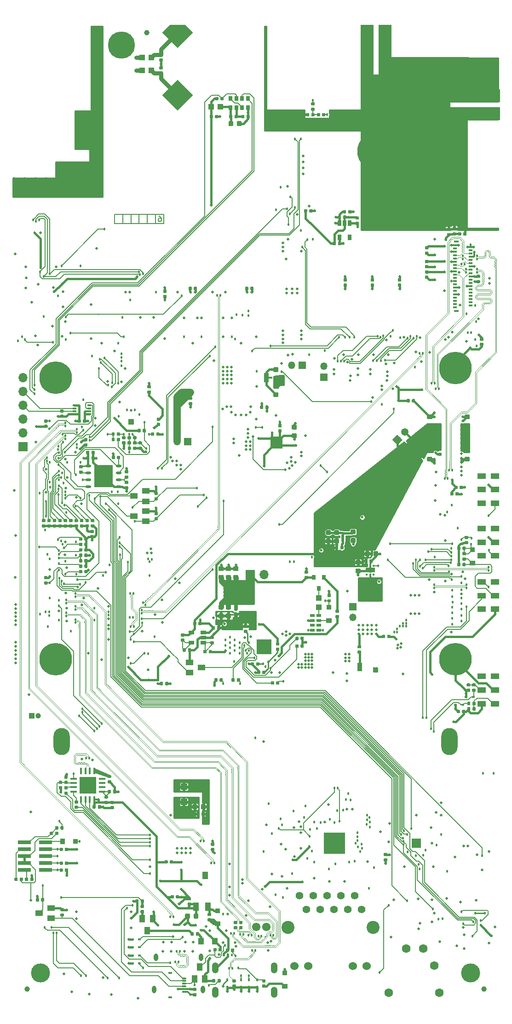
<source format=gbr>
G04 #@! TF.GenerationSoftware,KiCad,Pcbnew,5.0.0*
G04 #@! TF.CreationDate,2018-08-16T00:24:55-04:00*
G04 #@! TF.ProjectId,dvk-mx8m-bsb,64766B2D6D78386D2D6273622E6B6963,v0.1.0*
G04 #@! TF.SameCoordinates,Original*
G04 #@! TF.FileFunction,Copper,L6,Bot,Mixed*
G04 #@! TF.FilePolarity,Positive*
%FSLAX46Y46*%
G04 Gerber Fmt 4.6, Leading zero omitted, Abs format (unit mm)*
G04 Created by KiCad (PCBNEW 5.0.0) date Thu Aug 16 00:24:55 2018*
%MOMM*%
%LPD*%
G01*
G04 APERTURE LIST*
G04 #@! TA.AperFunction,NonConductor*
%ADD10C,0.130000*%
G04 #@! TD*
G04 #@! TA.AperFunction,BGAPad,CuDef*
%ADD11C,1.000000*%
G04 #@! TD*
G04 #@! TA.AperFunction,ComponentPad*
%ADD12O,1.250000X2.000000*%
G04 #@! TD*
G04 #@! TA.AperFunction,ComponentPad*
%ADD13O,0.800000X1.400000*%
G04 #@! TD*
G04 #@! TA.AperFunction,Conductor*
%ADD14R,1.100000X1.000000*%
G04 #@! TD*
G04 #@! TA.AperFunction,ComponentPad*
%ADD15C,0.254000*%
G04 #@! TD*
G04 #@! TA.AperFunction,Conductor*
%ADD16R,1.000000X1.400000*%
G04 #@! TD*
G04 #@! TA.AperFunction,ComponentPad*
%ADD17C,0.200000*%
G04 #@! TD*
G04 #@! TA.AperFunction,SMDPad,CuDef*
%ADD18R,1.600000X1.000000*%
G04 #@! TD*
G04 #@! TA.AperFunction,Conductor*
%ADD19R,11.600000X2.400000*%
G04 #@! TD*
G04 #@! TA.AperFunction,Conductor*
%ADD20R,2.400000X5.700000*%
G04 #@! TD*
G04 #@! TA.AperFunction,Conductor*
%ADD21R,5.600000X16.700000*%
G04 #@! TD*
G04 #@! TA.AperFunction,Conductor*
%ADD22R,2.400000X11.600000*%
G04 #@! TD*
G04 #@! TA.AperFunction,Conductor*
%ADD23R,5.700000X2.400000*%
G04 #@! TD*
G04 #@! TA.AperFunction,Conductor*
%ADD24R,16.700000X5.600000*%
G04 #@! TD*
G04 #@! TA.AperFunction,ComponentPad*
%ADD25C,1.600000*%
G04 #@! TD*
G04 #@! TA.AperFunction,SMDPad,CuDef*
%ADD26R,1.400000X1.000000*%
G04 #@! TD*
G04 #@! TA.AperFunction,SMDPad,CuDef*
%ADD27C,1.000000*%
G04 #@! TD*
G04 #@! TA.AperFunction,Conductor*
%ADD28C,0.100000*%
G04 #@! TD*
G04 #@! TA.AperFunction,SMDPad,CuDef*
%ADD29C,2.000000*%
G04 #@! TD*
G04 #@! TA.AperFunction,SMDPad,CuDef*
%ADD30C,4.000000*%
G04 #@! TD*
G04 #@! TA.AperFunction,ComponentPad*
%ADD31O,3.000000X5.000000*%
G04 #@! TD*
G04 #@! TA.AperFunction,SMDPad,CuDef*
%ADD32C,0.590000*%
G04 #@! TD*
G04 #@! TA.AperFunction,ComponentPad*
%ADD33R,1.350000X1.350000*%
G04 #@! TD*
G04 #@! TA.AperFunction,ComponentPad*
%ADD34O,1.350000X1.350000*%
G04 #@! TD*
G04 #@! TA.AperFunction,SMDPad,CuDef*
%ADD35R,1.000000X1.400000*%
G04 #@! TD*
G04 #@! TA.AperFunction,SMDPad,CuDef*
%ADD36R,0.660000X1.000000*%
G04 #@! TD*
G04 #@! TA.AperFunction,SMDPad,CuDef*
%ADD37R,0.650000X1.060000*%
G04 #@! TD*
G04 #@! TA.AperFunction,Conductor*
%ADD38R,0.900000X1.600000*%
G04 #@! TD*
G04 #@! TA.AperFunction,ComponentPad*
%ADD39C,0.300000*%
G04 #@! TD*
G04 #@! TA.AperFunction,SMDPad,CuDef*
%ADD40R,0.650000X0.250000*%
G04 #@! TD*
G04 #@! TA.AperFunction,SMDPad,CuDef*
%ADD41R,0.800000X0.400000*%
G04 #@! TD*
G04 #@! TA.AperFunction,SMDPad,CuDef*
%ADD42R,0.800000X0.300000*%
G04 #@! TD*
G04 #@! TA.AperFunction,ComponentPad*
%ADD43C,6.000000*%
G04 #@! TD*
G04 #@! TA.AperFunction,SMDPad,CuDef*
%ADD44R,0.650000X0.300000*%
G04 #@! TD*
G04 #@! TA.AperFunction,SMDPad,CuDef*
%ADD45R,0.950000X0.400000*%
G04 #@! TD*
G04 #@! TA.AperFunction,SMDPad,CuDef*
%ADD46C,1.250000*%
G04 #@! TD*
G04 #@! TA.AperFunction,SMDPad,CuDef*
%ADD47R,0.370000X0.450000*%
G04 #@! TD*
G04 #@! TA.AperFunction,SMDPad,CuDef*
%ADD48R,0.370000X1.500000*%
G04 #@! TD*
G04 #@! TA.AperFunction,SMDPad,CuDef*
%ADD49R,1.670000X0.900000*%
G04 #@! TD*
G04 #@! TA.AperFunction,Conductor*
%ADD50R,0.600000X1.200000*%
G04 #@! TD*
G04 #@! TA.AperFunction,SMDPad,CuDef*
%ADD51C,0.875000*%
G04 #@! TD*
G04 #@! TA.AperFunction,ComponentPad*
%ADD52C,1.350000*%
G04 #@! TD*
G04 #@! TA.AperFunction,Conductor*
%ADD53C,1.350000*%
G04 #@! TD*
G04 #@! TA.AperFunction,SMDPad,CuDef*
%ADD54R,1.100000X1.250000*%
G04 #@! TD*
G04 #@! TA.AperFunction,Conductor*
%ADD55R,1.500000X0.370000*%
G04 #@! TD*
G04 #@! TA.AperFunction,Conductor*
%ADD56R,0.900000X1.670000*%
G04 #@! TD*
G04 #@! TA.AperFunction,SMDPad,CuDef*
%ADD57R,0.725000X0.900000*%
G04 #@! TD*
G04 #@! TA.AperFunction,SMDPad,CuDef*
%ADD58C,0.500000*%
G04 #@! TD*
G04 #@! TA.AperFunction,SMDPad,CuDef*
%ADD59R,3.100000X3.100000*%
G04 #@! TD*
G04 #@! TA.AperFunction,SMDPad,CuDef*
%ADD60O,0.370000X1.250000*%
G04 #@! TD*
G04 #@! TA.AperFunction,SMDPad,CuDef*
%ADD61O,1.250000X0.370000*%
G04 #@! TD*
G04 #@! TA.AperFunction,SMDPad,CuDef*
%ADD62O,1.200000X0.370000*%
G04 #@! TD*
G04 #@! TA.AperFunction,Conductor*
%ADD63R,2.700000X2.700000*%
G04 #@! TD*
G04 #@! TA.AperFunction,SMDPad,CuDef*
%ADD64R,0.450000X0.450000*%
G04 #@! TD*
G04 #@! TA.AperFunction,SMDPad,CuDef*
%ADD65O,1.100000X0.450000*%
G04 #@! TD*
G04 #@! TA.AperFunction,SMDPad,CuDef*
%ADD66R,1.737500X1.018750*%
G04 #@! TD*
G04 #@! TA.AperFunction,ComponentPad*
%ADD67C,5.000000*%
G04 #@! TD*
G04 #@! TA.AperFunction,ComponentPad*
%ADD68O,1.700000X1.700000*%
G04 #@! TD*
G04 #@! TA.AperFunction,ComponentPad*
%ADD69R,1.700000X1.700000*%
G04 #@! TD*
G04 #@! TA.AperFunction,ComponentPad*
%ADD70C,1.550000*%
G04 #@! TD*
G04 #@! TA.AperFunction,ComponentPad*
%ADD71C,1.400000*%
G04 #@! TD*
G04 #@! TA.AperFunction,ComponentPad*
%ADD72C,2.400000*%
G04 #@! TD*
G04 #@! TA.AperFunction,ComponentPad*
%ADD73C,1.530000*%
G04 #@! TD*
G04 #@! TA.AperFunction,ComponentPad*
%ADD74C,6.500000*%
G04 #@! TD*
G04 #@! TA.AperFunction,Conductor*
%ADD75R,3.900000X3.900000*%
G04 #@! TD*
G04 #@! TA.AperFunction,SMDPad,CuDef*
%ADD76R,0.900000X0.900000*%
G04 #@! TD*
G04 #@! TA.AperFunction,SMDPad,CuDef*
%ADD77R,0.900000X1.100000*%
G04 #@! TD*
G04 #@! TA.AperFunction,SMDPad,CuDef*
%ADD78R,1.100000X0.900000*%
G04 #@! TD*
G04 #@! TA.AperFunction,Conductor*
%ADD79R,2.300000X2.300000*%
G04 #@! TD*
G04 #@! TA.AperFunction,ComponentPad*
%ADD80C,3.500000*%
G04 #@! TD*
G04 #@! TA.AperFunction,SMDPad,CuDef*
%ADD81R,0.480000X0.400000*%
G04 #@! TD*
G04 #@! TA.AperFunction,SMDPad,CuDef*
%ADD82R,1.200000X1.200000*%
G04 #@! TD*
G04 #@! TA.AperFunction,SMDPad,CuDef*
%ADD83R,0.400000X0.480000*%
G04 #@! TD*
G04 #@! TA.AperFunction,SMDPad,CuDef*
%ADD84R,1.000000X1.500000*%
G04 #@! TD*
G04 #@! TA.AperFunction,SMDPad,CuDef*
%ADD85R,1.000000X1.100000*%
G04 #@! TD*
G04 #@! TA.AperFunction,SMDPad,CuDef*
%ADD86R,1.100000X1.000000*%
G04 #@! TD*
G04 #@! TA.AperFunction,ComponentPad*
%ADD87R,1.000000X1.000000*%
G04 #@! TD*
G04 #@! TA.AperFunction,ComponentPad*
%ADD88C,1.000000*%
G04 #@! TD*
G04 #@! TA.AperFunction,SMDPad,CuDef*
%ADD89R,1.060000X0.650000*%
G04 #@! TD*
G04 #@! TA.AperFunction,SMDPad,CuDef*
%ADD90R,0.750000X0.400000*%
G04 #@! TD*
G04 #@! TA.AperFunction,SMDPad,CuDef*
%ADD91R,0.750000X0.300000*%
G04 #@! TD*
G04 #@! TA.AperFunction,Conductor*
%ADD92R,1.750000X1.750000*%
G04 #@! TD*
G04 #@! TA.AperFunction,ComponentPad*
%ADD93C,0.230000*%
G04 #@! TD*
G04 #@! TA.AperFunction,SMDPad,CuDef*
%ADD94R,0.800000X0.900000*%
G04 #@! TD*
G04 #@! TA.AperFunction,SMDPad,CuDef*
%ADD95R,2.400000X0.740000*%
G04 #@! TD*
G04 #@! TA.AperFunction,ViaPad*
%ADD96C,0.457200*%
G04 #@! TD*
G04 #@! TA.AperFunction,ViaPad*
%ADD97C,0.508000*%
G04 #@! TD*
G04 #@! TA.AperFunction,Conductor*
%ADD98C,0.134620*%
G04 #@! TD*
G04 #@! TA.AperFunction,Conductor*
%ADD99C,0.381000*%
G04 #@! TD*
G04 #@! TA.AperFunction,Conductor*
%ADD100C,0.457200*%
G04 #@! TD*
G04 #@! TA.AperFunction,Conductor*
%ADD101C,0.254000*%
G04 #@! TD*
G04 #@! TA.AperFunction,Conductor*
%ADD102C,0.640000*%
G04 #@! TD*
G04 #@! TA.AperFunction,Conductor*
%ADD103C,0.400000*%
G04 #@! TD*
G04 #@! TA.AperFunction,Conductor*
%ADD104C,0.450000*%
G04 #@! TD*
G04 #@! TA.AperFunction,Conductor*
%ADD105C,0.370000*%
G04 #@! TD*
G04 #@! TA.AperFunction,Conductor*
%ADD106C,0.300000*%
G04 #@! TD*
G04 #@! TA.AperFunction,Conductor*
%ADD107C,0.250000*%
G04 #@! TD*
G04 #@! TA.AperFunction,Conductor*
%ADD108C,1.700000*%
G04 #@! TD*
G04 #@! TA.AperFunction,Conductor*
%ADD109C,0.800000*%
G04 #@! TD*
G04 #@! TA.AperFunction,Conductor*
%ADD110C,0.950000*%
G04 #@! TD*
G04 #@! TA.AperFunction,Conductor*
%ADD111C,0.200000*%
G04 #@! TD*
G04 #@! TA.AperFunction,Conductor*
%ADD112C,0.240000*%
G04 #@! TD*
G04 #@! TA.AperFunction,Conductor*
%ADD113C,0.203200*%
G04 #@! TD*
G04 #@! TA.AperFunction,Conductor*
%ADD114C,0.114554*%
G04 #@! TD*
G04 #@! TA.AperFunction,Conductor*
%ADD115C,0.089154*%
G04 #@! TD*
G04 APERTURE END LIST*
D10*
X87194047Y-93804761D02*
X87375000Y-93804761D01*
X87465476Y-93850000D01*
X87510714Y-93895238D01*
X87601190Y-94030952D01*
X87646428Y-94211904D01*
X87646428Y-94573809D01*
X87601190Y-94664285D01*
X87555952Y-94709523D01*
X87465476Y-94754761D01*
X87284523Y-94754761D01*
X87194047Y-94709523D01*
X87148809Y-94664285D01*
X87103571Y-94573809D01*
X87103571Y-94347619D01*
X87148809Y-94257142D01*
X87194047Y-94211904D01*
X87284523Y-94166666D01*
X87465476Y-94166666D01*
X87555952Y-94211904D01*
X87601190Y-94257142D01*
X87646428Y-94347619D01*
D11*
G04 #@! TO.P,FID101,*
G04 #@! TO.N,*
X85000000Y-60000000D03*
G04 #@! TD*
G04 #@! TO.P,FID103,*
G04 #@! TO.N,*
X147000000Y-236000000D03*
G04 #@! TD*
G04 #@! TO.P,FID102,*
G04 #@! TO.N,*
X63000000Y-236000000D03*
G04 #@! TD*
D12*
G04 #@! TO.P,J1901,SH3*
G04 #@! TO.N,Net-(C1905-Pad1)*
X97575000Y-236625000D03*
G04 #@! TO.P,J1901,SH1*
X108425000Y-236625000D03*
G04 #@! TO.P,J1901,SH2*
X108425000Y-232125000D03*
G04 #@! TO.P,J1901,SH4*
X97575000Y-232125000D03*
G04 #@! TD*
D13*
G04 #@! TO.P,J201,GND4*
G04 #@! TO.N,Net-(C216-Pad2)*
X95290000Y-236100000D03*
G04 #@! TO.P,J201,GND1*
X86670000Y-230150000D03*
G04 #@! TO.P,J201,GND3*
X86310000Y-236100000D03*
G04 #@! TO.P,J201,GND2*
X94930000Y-230150000D03*
G04 #@! TD*
D14*
G04 #@! TO.N,GND*
G04 #@! TO.C,U201*
X82100000Y-131640000D03*
D15*
G04 #@! TD*
G04 #@! TO.P,U201,17*
G04 #@! TO.N,GND*
X82400000Y-131840000D03*
G04 #@! TO.P,U201,17*
G04 #@! TO.N,GND*
X81800000Y-131440000D03*
G04 #@! TD*
D16*
G04 #@! TO.N,GND*
G04 #@! TO.C,U202*
X95750000Y-215135000D03*
D17*
G04 #@! TD*
G04 #@! TO.P,U202,19*
G04 #@! TO.N,GND*
X95750000Y-215585000D03*
G04 #@! TO.P,U202,19*
G04 #@! TO.N,GND*
X95750000Y-214685000D03*
G04 #@! TD*
D18*
G04 #@! TO.P,SW501,6*
G04 #@! TO.N,3V3_SNVS*
X146645000Y-183500000D03*
G04 #@! TO.P,SW501,5*
G04 #@! TO.N,Net-(R512-Pad1)*
X146645000Y-181000000D03*
G04 #@! TO.P,SW501,4*
G04 #@! TO.N,Net-(SW501-Pad4)*
X146645000Y-178500000D03*
G04 #@! TO.P,SW501,3*
G04 #@! TO.N,Net-(R509-Pad2)*
X149045000Y-183500000D03*
G04 #@! TO.P,SW501,2*
G04 #@! TO.N,GND*
X149045000Y-181000000D03*
G04 #@! TO.P,SW501,1*
G04 #@! TO.N,Net-(SW501-Pad1)*
X149045000Y-178500000D03*
G04 #@! TD*
G04 #@! TO.P,SW1301,6*
G04 #@! TO.N,Net-(SW1301-Pad6)*
X146645000Y-166100000D03*
G04 #@! TO.P,SW1301,5*
G04 #@! TO.N,Net-(C1622-Pad1)*
X146645000Y-163600000D03*
G04 #@! TO.P,SW1301,4*
G04 #@! TO.N,Net-(SW1301-Pad4)*
X146645000Y-161100000D03*
G04 #@! TO.P,SW1301,3*
G04 #@! TO.N,1V8_P*
X149045000Y-166100000D03*
G04 #@! TO.P,SW1301,2*
G04 #@! TO.N,Net-(D1301-Pad1)*
X149045000Y-163600000D03*
G04 #@! TO.P,SW1301,1*
G04 #@! TO.N,Net-(SW1301-Pad1)*
X149045000Y-161100000D03*
G04 #@! TD*
G04 #@! TO.P,SW1501,6*
G04 #@! TO.N,Net-(SW1501-Pad6)*
X146645000Y-156300000D03*
G04 #@! TO.P,SW1501,5*
G04 #@! TO.N,Net-(SW1501-Pad5)*
X146645000Y-153800000D03*
G04 #@! TO.P,SW1501,4*
G04 #@! TO.N,Net-(SW1501-Pad4)*
X146645000Y-151300000D03*
G04 #@! TO.P,SW1501,3*
G04 #@! TO.N,Net-(D1502-Pad2)*
X149045000Y-156300000D03*
G04 #@! TO.P,SW1501,2*
G04 #@! TO.N,GND*
X149045000Y-153800000D03*
G04 #@! TO.P,SW1501,1*
G04 #@! TO.N,Net-(SW1501-Pad1)*
X149045000Y-151300000D03*
G04 #@! TD*
G04 #@! TO.P,SW1801,6*
G04 #@! TO.N,Net-(SW1801-Pad6)*
X146645000Y-146600000D03*
G04 #@! TO.P,SW1801,5*
G04 #@! TO.N,Net-(SW1801-Pad5)*
X146645000Y-144100000D03*
G04 #@! TO.P,SW1801,4*
G04 #@! TO.N,Net-(SW1801-Pad4)*
X146645000Y-141600000D03*
G04 #@! TO.P,SW1801,3*
G04 #@! TO.N,Net-(D1803-Pad2)*
X149045000Y-146600000D03*
G04 #@! TO.P,SW1801,2*
G04 #@! TO.N,GND*
X149045000Y-144100000D03*
G04 #@! TO.P,SW1801,1*
G04 #@! TO.N,Net-(SW1801-Pad1)*
X149045000Y-141600000D03*
G04 #@! TD*
D19*
G04 #@! TO.N,GND*
G04 #@! TO.C,AE1802*
X144200000Y-71600000D03*
D20*
X139600000Y-73250000D03*
D19*
X144200000Y-74900000D03*
D21*
X141200000Y-82050000D03*
G04 #@! TD*
D22*
G04 #@! TO.N,GND*
G04 #@! TO.C,AE1801*
X125500000Y-64300000D03*
D23*
X127150000Y-68900000D03*
D22*
X128800000Y-64300000D03*
D24*
X135950000Y-67300000D03*
G04 #@! TD*
D25*
G04 #@! TO.P,J1601,3*
G04 #@! TO.N,Net-(C1624-Pad1)*
X132700000Y-228575000D03*
G04 #@! TO.P,J1601,5*
G04 #@! TO.N,/HP_DET*
X135900000Y-228575000D03*
G04 #@! TO.P,J1601,2*
G04 #@! TO.N,Net-(C1621-Pad1)*
X137900000Y-231675000D03*
G04 #@! TO.P,J1601,4*
G04 #@! TO.N,GND*
X138800000Y-236675000D03*
G04 #@! TO.P,J1601,1*
G04 #@! TO.N,Net-(J1601-Pad1)*
X129500000Y-236675000D03*
G04 #@! TD*
D26*
G04 #@! TO.P,Q1201,3*
G04 #@! TO.N,/CAPTOUCH_~RST*
X65200000Y-222050000D03*
G04 #@! TO.P,Q1201,2*
G04 #@! TO.N,Net-(J1201-Pad4)*
X67400000Y-223000000D03*
G04 #@! TO.P,Q1201,1*
G04 #@! TO.N,1V8_P*
X67400000Y-221100000D03*
G04 #@! TD*
D27*
G04 #@! TO.P,LS1601,2*
G04 #@! TO.N,Net-(C1616-Pad1)*
X90640000Y-59272880D03*
D28*
G04 #@! TD*
G04 #@! TO.N,Net-(C1616-Pad1)*
G04 #@! TO.C,LS1601*
G36*
X90639999Y-59979987D02*
X89225787Y-58565773D01*
X92054213Y-58565773D01*
X90640001Y-59979987D01*
X90639999Y-59979987D01*
X90639999Y-59979987D01*
G37*
D29*
G04 #@! TO.P,LS1601,2*
G04 #@! TO.N,Net-(C1616-Pad1)*
X90640000Y-61394200D03*
D28*
G04 #@! TD*
G04 #@! TO.N,Net-(C1616-Pad1)*
G04 #@! TO.C,LS1601*
G36*
X92054214Y-61394200D02*
X90640000Y-62808414D01*
X89225786Y-61394200D01*
X90640000Y-59979986D01*
X92054214Y-61394200D01*
X92054214Y-61394200D01*
G37*
D29*
G04 #@! TO.P,LS1601,2*
G04 #@! TO.N,Net-(C1616-Pad1)*
X92054200Y-59980000D03*
D28*
G04 #@! TD*
G04 #@! TO.N,Net-(C1616-Pad1)*
G04 #@! TO.C,LS1601*
G36*
X93468414Y-59980000D02*
X92054200Y-61394214D01*
X90639986Y-59980000D01*
X92054200Y-58565786D01*
X93468414Y-59980000D01*
X93468414Y-59980000D01*
G37*
D30*
G04 #@! TO.P,LS1601,1*
G04 #@! TO.N,Net-(C1617-Pad1)*
X90640000Y-71500000D03*
D28*
G04 #@! TD*
G04 #@! TO.N,Net-(C1617-Pad1)*
G04 #@! TO.C,LS1601*
G36*
X90640000Y-68671573D02*
X93468427Y-71500000D01*
X90640000Y-74328427D01*
X87811573Y-71500000D01*
X90640000Y-68671573D01*
X90640000Y-68671573D01*
G37*
D29*
G04 #@! TO.P,LS1601,2*
G04 #@! TO.N,Net-(C1616-Pad1)*
X89225786Y-59980000D03*
D28*
G04 #@! TD*
G04 #@! TO.N,Net-(C1616-Pad1)*
G04 #@! TO.C,LS1601*
G36*
X90640000Y-59980000D02*
X89225786Y-61394214D01*
X87811572Y-59980000D01*
X89225786Y-58565786D01*
X90640000Y-59980000D01*
X90640000Y-59980000D01*
G37*
D31*
G04 #@! TO.P,BT301,1*
G04 #@! TO.N,Net-(BT301-Pad1)*
X140700000Y-190500000D03*
G04 #@! TO.P,BT301,2*
G04 #@! TO.N,GND*
X69300000Y-190500000D03*
G04 #@! TD*
D28*
G04 #@! TO.N,3V3_P*
G04 #@! TO.C,C421*
G36*
X126686958Y-106190710D02*
X126701276Y-106192834D01*
X126715317Y-106196351D01*
X126728946Y-106201228D01*
X126742031Y-106207417D01*
X126754447Y-106214858D01*
X126766073Y-106223481D01*
X126776798Y-106233202D01*
X126786519Y-106243927D01*
X126795142Y-106255553D01*
X126802583Y-106267969D01*
X126808772Y-106281054D01*
X126813649Y-106294683D01*
X126817166Y-106308724D01*
X126819290Y-106323042D01*
X126820000Y-106337500D01*
X126820000Y-106632500D01*
X126819290Y-106646958D01*
X126817166Y-106661276D01*
X126813649Y-106675317D01*
X126808772Y-106688946D01*
X126802583Y-106702031D01*
X126795142Y-106714447D01*
X126786519Y-106726073D01*
X126776798Y-106736798D01*
X126766073Y-106746519D01*
X126754447Y-106755142D01*
X126742031Y-106762583D01*
X126728946Y-106768772D01*
X126715317Y-106773649D01*
X126701276Y-106777166D01*
X126686958Y-106779290D01*
X126672500Y-106780000D01*
X126327500Y-106780000D01*
X126313042Y-106779290D01*
X126298724Y-106777166D01*
X126284683Y-106773649D01*
X126271054Y-106768772D01*
X126257969Y-106762583D01*
X126245553Y-106755142D01*
X126233927Y-106746519D01*
X126223202Y-106736798D01*
X126213481Y-106726073D01*
X126204858Y-106714447D01*
X126197417Y-106702031D01*
X126191228Y-106688946D01*
X126186351Y-106675317D01*
X126182834Y-106661276D01*
X126180710Y-106646958D01*
X126180000Y-106632500D01*
X126180000Y-106337500D01*
X126180710Y-106323042D01*
X126182834Y-106308724D01*
X126186351Y-106294683D01*
X126191228Y-106281054D01*
X126197417Y-106267969D01*
X126204858Y-106255553D01*
X126213481Y-106243927D01*
X126223202Y-106233202D01*
X126233927Y-106223481D01*
X126245553Y-106214858D01*
X126257969Y-106207417D01*
X126271054Y-106201228D01*
X126284683Y-106196351D01*
X126298724Y-106192834D01*
X126313042Y-106190710D01*
X126327500Y-106190000D01*
X126672500Y-106190000D01*
X126686958Y-106190710D01*
X126686958Y-106190710D01*
G37*
D32*
G04 #@! TD*
G04 #@! TO.P,C421,1*
G04 #@! TO.N,3V3_P*
X126500000Y-106485000D03*
D28*
G04 #@! TO.N,GND*
G04 #@! TO.C,C421*
G36*
X126686958Y-105220710D02*
X126701276Y-105222834D01*
X126715317Y-105226351D01*
X126728946Y-105231228D01*
X126742031Y-105237417D01*
X126754447Y-105244858D01*
X126766073Y-105253481D01*
X126776798Y-105263202D01*
X126786519Y-105273927D01*
X126795142Y-105285553D01*
X126802583Y-105297969D01*
X126808772Y-105311054D01*
X126813649Y-105324683D01*
X126817166Y-105338724D01*
X126819290Y-105353042D01*
X126820000Y-105367500D01*
X126820000Y-105662500D01*
X126819290Y-105676958D01*
X126817166Y-105691276D01*
X126813649Y-105705317D01*
X126808772Y-105718946D01*
X126802583Y-105732031D01*
X126795142Y-105744447D01*
X126786519Y-105756073D01*
X126776798Y-105766798D01*
X126766073Y-105776519D01*
X126754447Y-105785142D01*
X126742031Y-105792583D01*
X126728946Y-105798772D01*
X126715317Y-105803649D01*
X126701276Y-105807166D01*
X126686958Y-105809290D01*
X126672500Y-105810000D01*
X126327500Y-105810000D01*
X126313042Y-105809290D01*
X126298724Y-105807166D01*
X126284683Y-105803649D01*
X126271054Y-105798772D01*
X126257969Y-105792583D01*
X126245553Y-105785142D01*
X126233927Y-105776519D01*
X126223202Y-105766798D01*
X126213481Y-105756073D01*
X126204858Y-105744447D01*
X126197417Y-105732031D01*
X126191228Y-105718946D01*
X126186351Y-105705317D01*
X126182834Y-105691276D01*
X126180710Y-105676958D01*
X126180000Y-105662500D01*
X126180000Y-105367500D01*
X126180710Y-105353042D01*
X126182834Y-105338724D01*
X126186351Y-105324683D01*
X126191228Y-105311054D01*
X126197417Y-105297969D01*
X126204858Y-105285553D01*
X126213481Y-105273927D01*
X126223202Y-105263202D01*
X126233927Y-105253481D01*
X126245553Y-105244858D01*
X126257969Y-105237417D01*
X126271054Y-105231228D01*
X126284683Y-105226351D01*
X126298724Y-105222834D01*
X126313042Y-105220710D01*
X126327500Y-105220000D01*
X126672500Y-105220000D01*
X126686958Y-105220710D01*
X126686958Y-105220710D01*
G37*
D32*
G04 #@! TD*
G04 #@! TO.P,C421,2*
G04 #@! TO.N,GND*
X126500000Y-105515000D03*
D28*
G04 #@! TO.N,GND*
G04 #@! TO.C,C404*
G36*
X87305958Y-131822710D02*
X87320276Y-131824834D01*
X87334317Y-131828351D01*
X87347946Y-131833228D01*
X87361031Y-131839417D01*
X87373447Y-131846858D01*
X87385073Y-131855481D01*
X87395798Y-131865202D01*
X87405519Y-131875927D01*
X87414142Y-131887553D01*
X87421583Y-131899969D01*
X87427772Y-131913054D01*
X87432649Y-131926683D01*
X87436166Y-131940724D01*
X87438290Y-131955042D01*
X87439000Y-131969500D01*
X87439000Y-132264500D01*
X87438290Y-132278958D01*
X87436166Y-132293276D01*
X87432649Y-132307317D01*
X87427772Y-132320946D01*
X87421583Y-132334031D01*
X87414142Y-132346447D01*
X87405519Y-132358073D01*
X87395798Y-132368798D01*
X87385073Y-132378519D01*
X87373447Y-132387142D01*
X87361031Y-132394583D01*
X87347946Y-132400772D01*
X87334317Y-132405649D01*
X87320276Y-132409166D01*
X87305958Y-132411290D01*
X87291500Y-132412000D01*
X86946500Y-132412000D01*
X86932042Y-132411290D01*
X86917724Y-132409166D01*
X86903683Y-132405649D01*
X86890054Y-132400772D01*
X86876969Y-132394583D01*
X86864553Y-132387142D01*
X86852927Y-132378519D01*
X86842202Y-132368798D01*
X86832481Y-132358073D01*
X86823858Y-132346447D01*
X86816417Y-132334031D01*
X86810228Y-132320946D01*
X86805351Y-132307317D01*
X86801834Y-132293276D01*
X86799710Y-132278958D01*
X86799000Y-132264500D01*
X86799000Y-131969500D01*
X86799710Y-131955042D01*
X86801834Y-131940724D01*
X86805351Y-131926683D01*
X86810228Y-131913054D01*
X86816417Y-131899969D01*
X86823858Y-131887553D01*
X86832481Y-131875927D01*
X86842202Y-131865202D01*
X86852927Y-131855481D01*
X86864553Y-131846858D01*
X86876969Y-131839417D01*
X86890054Y-131833228D01*
X86903683Y-131828351D01*
X86917724Y-131824834D01*
X86932042Y-131822710D01*
X86946500Y-131822000D01*
X87291500Y-131822000D01*
X87305958Y-131822710D01*
X87305958Y-131822710D01*
G37*
D32*
G04 #@! TD*
G04 #@! TO.P,C404,2*
G04 #@! TO.N,GND*
X87119000Y-132117000D03*
D28*
G04 #@! TO.N,5V_P*
G04 #@! TO.C,C404*
G36*
X87305958Y-130852710D02*
X87320276Y-130854834D01*
X87334317Y-130858351D01*
X87347946Y-130863228D01*
X87361031Y-130869417D01*
X87373447Y-130876858D01*
X87385073Y-130885481D01*
X87395798Y-130895202D01*
X87405519Y-130905927D01*
X87414142Y-130917553D01*
X87421583Y-130929969D01*
X87427772Y-130943054D01*
X87432649Y-130956683D01*
X87436166Y-130970724D01*
X87438290Y-130985042D01*
X87439000Y-130999500D01*
X87439000Y-131294500D01*
X87438290Y-131308958D01*
X87436166Y-131323276D01*
X87432649Y-131337317D01*
X87427772Y-131350946D01*
X87421583Y-131364031D01*
X87414142Y-131376447D01*
X87405519Y-131388073D01*
X87395798Y-131398798D01*
X87385073Y-131408519D01*
X87373447Y-131417142D01*
X87361031Y-131424583D01*
X87347946Y-131430772D01*
X87334317Y-131435649D01*
X87320276Y-131439166D01*
X87305958Y-131441290D01*
X87291500Y-131442000D01*
X86946500Y-131442000D01*
X86932042Y-131441290D01*
X86917724Y-131439166D01*
X86903683Y-131435649D01*
X86890054Y-131430772D01*
X86876969Y-131424583D01*
X86864553Y-131417142D01*
X86852927Y-131408519D01*
X86842202Y-131398798D01*
X86832481Y-131388073D01*
X86823858Y-131376447D01*
X86816417Y-131364031D01*
X86810228Y-131350946D01*
X86805351Y-131337317D01*
X86801834Y-131323276D01*
X86799710Y-131308958D01*
X86799000Y-131294500D01*
X86799000Y-130999500D01*
X86799710Y-130985042D01*
X86801834Y-130970724D01*
X86805351Y-130956683D01*
X86810228Y-130943054D01*
X86816417Y-130929969D01*
X86823858Y-130917553D01*
X86832481Y-130905927D01*
X86842202Y-130895202D01*
X86852927Y-130885481D01*
X86864553Y-130876858D01*
X86876969Y-130869417D01*
X86890054Y-130863228D01*
X86903683Y-130858351D01*
X86917724Y-130854834D01*
X86932042Y-130852710D01*
X86946500Y-130852000D01*
X87291500Y-130852000D01*
X87305958Y-130852710D01*
X87305958Y-130852710D01*
G37*
D32*
G04 #@! TD*
G04 #@! TO.P,C404,1*
G04 #@! TO.N,5V_P*
X87119000Y-131147000D03*
D28*
G04 #@! TO.N,GND*
G04 #@! TO.C,C402*
G36*
X90801958Y-218740710D02*
X90816276Y-218742834D01*
X90830317Y-218746351D01*
X90843946Y-218751228D01*
X90857031Y-218757417D01*
X90869447Y-218764858D01*
X90881073Y-218773481D01*
X90891798Y-218783202D01*
X90901519Y-218793927D01*
X90910142Y-218805553D01*
X90917583Y-218817969D01*
X90923772Y-218831054D01*
X90928649Y-218844683D01*
X90932166Y-218858724D01*
X90934290Y-218873042D01*
X90935000Y-218887500D01*
X90935000Y-219232500D01*
X90934290Y-219246958D01*
X90932166Y-219261276D01*
X90928649Y-219275317D01*
X90923772Y-219288946D01*
X90917583Y-219302031D01*
X90910142Y-219314447D01*
X90901519Y-219326073D01*
X90891798Y-219336798D01*
X90881073Y-219346519D01*
X90869447Y-219355142D01*
X90857031Y-219362583D01*
X90843946Y-219368772D01*
X90830317Y-219373649D01*
X90816276Y-219377166D01*
X90801958Y-219379290D01*
X90787500Y-219380000D01*
X90492500Y-219380000D01*
X90478042Y-219379290D01*
X90463724Y-219377166D01*
X90449683Y-219373649D01*
X90436054Y-219368772D01*
X90422969Y-219362583D01*
X90410553Y-219355142D01*
X90398927Y-219346519D01*
X90388202Y-219336798D01*
X90378481Y-219326073D01*
X90369858Y-219314447D01*
X90362417Y-219302031D01*
X90356228Y-219288946D01*
X90351351Y-219275317D01*
X90347834Y-219261276D01*
X90345710Y-219246958D01*
X90345000Y-219232500D01*
X90345000Y-218887500D01*
X90345710Y-218873042D01*
X90347834Y-218858724D01*
X90351351Y-218844683D01*
X90356228Y-218831054D01*
X90362417Y-218817969D01*
X90369858Y-218805553D01*
X90378481Y-218793927D01*
X90388202Y-218783202D01*
X90398927Y-218773481D01*
X90410553Y-218764858D01*
X90422969Y-218757417D01*
X90436054Y-218751228D01*
X90449683Y-218746351D01*
X90463724Y-218742834D01*
X90478042Y-218740710D01*
X90492500Y-218740000D01*
X90787500Y-218740000D01*
X90801958Y-218740710D01*
X90801958Y-218740710D01*
G37*
D32*
G04 #@! TD*
G04 #@! TO.P,C402,2*
G04 #@! TO.N,GND*
X90640000Y-219060000D03*
D28*
G04 #@! TO.N,5V_P*
G04 #@! TO.C,C402*
G36*
X89831958Y-218740710D02*
X89846276Y-218742834D01*
X89860317Y-218746351D01*
X89873946Y-218751228D01*
X89887031Y-218757417D01*
X89899447Y-218764858D01*
X89911073Y-218773481D01*
X89921798Y-218783202D01*
X89931519Y-218793927D01*
X89940142Y-218805553D01*
X89947583Y-218817969D01*
X89953772Y-218831054D01*
X89958649Y-218844683D01*
X89962166Y-218858724D01*
X89964290Y-218873042D01*
X89965000Y-218887500D01*
X89965000Y-219232500D01*
X89964290Y-219246958D01*
X89962166Y-219261276D01*
X89958649Y-219275317D01*
X89953772Y-219288946D01*
X89947583Y-219302031D01*
X89940142Y-219314447D01*
X89931519Y-219326073D01*
X89921798Y-219336798D01*
X89911073Y-219346519D01*
X89899447Y-219355142D01*
X89887031Y-219362583D01*
X89873946Y-219368772D01*
X89860317Y-219373649D01*
X89846276Y-219377166D01*
X89831958Y-219379290D01*
X89817500Y-219380000D01*
X89522500Y-219380000D01*
X89508042Y-219379290D01*
X89493724Y-219377166D01*
X89479683Y-219373649D01*
X89466054Y-219368772D01*
X89452969Y-219362583D01*
X89440553Y-219355142D01*
X89428927Y-219346519D01*
X89418202Y-219336798D01*
X89408481Y-219326073D01*
X89399858Y-219314447D01*
X89392417Y-219302031D01*
X89386228Y-219288946D01*
X89381351Y-219275317D01*
X89377834Y-219261276D01*
X89375710Y-219246958D01*
X89375000Y-219232500D01*
X89375000Y-218887500D01*
X89375710Y-218873042D01*
X89377834Y-218858724D01*
X89381351Y-218844683D01*
X89386228Y-218831054D01*
X89392417Y-218817969D01*
X89399858Y-218805553D01*
X89408481Y-218793927D01*
X89418202Y-218783202D01*
X89428927Y-218773481D01*
X89440553Y-218764858D01*
X89452969Y-218757417D01*
X89466054Y-218751228D01*
X89479683Y-218746351D01*
X89493724Y-218742834D01*
X89508042Y-218740710D01*
X89522500Y-218740000D01*
X89817500Y-218740000D01*
X89831958Y-218740710D01*
X89831958Y-218740710D01*
G37*
D32*
G04 #@! TD*
G04 #@! TO.P,C402,1*
G04 #@! TO.N,5V_P*
X89670000Y-219060000D03*
D28*
G04 #@! TO.N,GND*
G04 #@! TO.C,C431*
G36*
X89666958Y-212315710D02*
X89681276Y-212317834D01*
X89695317Y-212321351D01*
X89708946Y-212326228D01*
X89722031Y-212332417D01*
X89734447Y-212339858D01*
X89746073Y-212348481D01*
X89756798Y-212358202D01*
X89766519Y-212368927D01*
X89775142Y-212380553D01*
X89782583Y-212392969D01*
X89788772Y-212406054D01*
X89793649Y-212419683D01*
X89797166Y-212433724D01*
X89799290Y-212448042D01*
X89800000Y-212462500D01*
X89800000Y-212807500D01*
X89799290Y-212821958D01*
X89797166Y-212836276D01*
X89793649Y-212850317D01*
X89788772Y-212863946D01*
X89782583Y-212877031D01*
X89775142Y-212889447D01*
X89766519Y-212901073D01*
X89756798Y-212911798D01*
X89746073Y-212921519D01*
X89734447Y-212930142D01*
X89722031Y-212937583D01*
X89708946Y-212943772D01*
X89695317Y-212948649D01*
X89681276Y-212952166D01*
X89666958Y-212954290D01*
X89652500Y-212955000D01*
X89357500Y-212955000D01*
X89343042Y-212954290D01*
X89328724Y-212952166D01*
X89314683Y-212948649D01*
X89301054Y-212943772D01*
X89287969Y-212937583D01*
X89275553Y-212930142D01*
X89263927Y-212921519D01*
X89253202Y-212911798D01*
X89243481Y-212901073D01*
X89234858Y-212889447D01*
X89227417Y-212877031D01*
X89221228Y-212863946D01*
X89216351Y-212850317D01*
X89212834Y-212836276D01*
X89210710Y-212821958D01*
X89210000Y-212807500D01*
X89210000Y-212462500D01*
X89210710Y-212448042D01*
X89212834Y-212433724D01*
X89216351Y-212419683D01*
X89221228Y-212406054D01*
X89227417Y-212392969D01*
X89234858Y-212380553D01*
X89243481Y-212368927D01*
X89253202Y-212358202D01*
X89263927Y-212348481D01*
X89275553Y-212339858D01*
X89287969Y-212332417D01*
X89301054Y-212326228D01*
X89314683Y-212321351D01*
X89328724Y-212317834D01*
X89343042Y-212315710D01*
X89357500Y-212315000D01*
X89652500Y-212315000D01*
X89666958Y-212315710D01*
X89666958Y-212315710D01*
G37*
D32*
G04 #@! TD*
G04 #@! TO.P,C431,2*
G04 #@! TO.N,GND*
X89505000Y-212635000D03*
D28*
G04 #@! TO.N,5V_P*
G04 #@! TO.C,C431*
G36*
X88696958Y-212315710D02*
X88711276Y-212317834D01*
X88725317Y-212321351D01*
X88738946Y-212326228D01*
X88752031Y-212332417D01*
X88764447Y-212339858D01*
X88776073Y-212348481D01*
X88786798Y-212358202D01*
X88796519Y-212368927D01*
X88805142Y-212380553D01*
X88812583Y-212392969D01*
X88818772Y-212406054D01*
X88823649Y-212419683D01*
X88827166Y-212433724D01*
X88829290Y-212448042D01*
X88830000Y-212462500D01*
X88830000Y-212807500D01*
X88829290Y-212821958D01*
X88827166Y-212836276D01*
X88823649Y-212850317D01*
X88818772Y-212863946D01*
X88812583Y-212877031D01*
X88805142Y-212889447D01*
X88796519Y-212901073D01*
X88786798Y-212911798D01*
X88776073Y-212921519D01*
X88764447Y-212930142D01*
X88752031Y-212937583D01*
X88738946Y-212943772D01*
X88725317Y-212948649D01*
X88711276Y-212952166D01*
X88696958Y-212954290D01*
X88682500Y-212955000D01*
X88387500Y-212955000D01*
X88373042Y-212954290D01*
X88358724Y-212952166D01*
X88344683Y-212948649D01*
X88331054Y-212943772D01*
X88317969Y-212937583D01*
X88305553Y-212930142D01*
X88293927Y-212921519D01*
X88283202Y-212911798D01*
X88273481Y-212901073D01*
X88264858Y-212889447D01*
X88257417Y-212877031D01*
X88251228Y-212863946D01*
X88246351Y-212850317D01*
X88242834Y-212836276D01*
X88240710Y-212821958D01*
X88240000Y-212807500D01*
X88240000Y-212462500D01*
X88240710Y-212448042D01*
X88242834Y-212433724D01*
X88246351Y-212419683D01*
X88251228Y-212406054D01*
X88257417Y-212392969D01*
X88264858Y-212380553D01*
X88273481Y-212368927D01*
X88283202Y-212358202D01*
X88293927Y-212348481D01*
X88305553Y-212339858D01*
X88317969Y-212332417D01*
X88331054Y-212326228D01*
X88344683Y-212321351D01*
X88358724Y-212317834D01*
X88373042Y-212315710D01*
X88387500Y-212315000D01*
X88682500Y-212315000D01*
X88696958Y-212315710D01*
X88696958Y-212315710D01*
G37*
D32*
G04 #@! TD*
G04 #@! TO.P,C431,1*
G04 #@! TO.N,5V_P*
X88535000Y-212635000D03*
D28*
G04 #@! TO.N,GND*
G04 #@! TO.C,C429*
G36*
X103526958Y-106780710D02*
X103541276Y-106782834D01*
X103555317Y-106786351D01*
X103568946Y-106791228D01*
X103582031Y-106797417D01*
X103594447Y-106804858D01*
X103606073Y-106813481D01*
X103616798Y-106823202D01*
X103626519Y-106833927D01*
X103635142Y-106845553D01*
X103642583Y-106857969D01*
X103648772Y-106871054D01*
X103653649Y-106884683D01*
X103657166Y-106898724D01*
X103659290Y-106913042D01*
X103660000Y-106927500D01*
X103660000Y-107272500D01*
X103659290Y-107286958D01*
X103657166Y-107301276D01*
X103653649Y-107315317D01*
X103648772Y-107328946D01*
X103642583Y-107342031D01*
X103635142Y-107354447D01*
X103626519Y-107366073D01*
X103616798Y-107376798D01*
X103606073Y-107386519D01*
X103594447Y-107395142D01*
X103582031Y-107402583D01*
X103568946Y-107408772D01*
X103555317Y-107413649D01*
X103541276Y-107417166D01*
X103526958Y-107419290D01*
X103512500Y-107420000D01*
X103217500Y-107420000D01*
X103203042Y-107419290D01*
X103188724Y-107417166D01*
X103174683Y-107413649D01*
X103161054Y-107408772D01*
X103147969Y-107402583D01*
X103135553Y-107395142D01*
X103123927Y-107386519D01*
X103113202Y-107376798D01*
X103103481Y-107366073D01*
X103094858Y-107354447D01*
X103087417Y-107342031D01*
X103081228Y-107328946D01*
X103076351Y-107315317D01*
X103072834Y-107301276D01*
X103070710Y-107286958D01*
X103070000Y-107272500D01*
X103070000Y-106927500D01*
X103070710Y-106913042D01*
X103072834Y-106898724D01*
X103076351Y-106884683D01*
X103081228Y-106871054D01*
X103087417Y-106857969D01*
X103094858Y-106845553D01*
X103103481Y-106833927D01*
X103113202Y-106823202D01*
X103123927Y-106813481D01*
X103135553Y-106804858D01*
X103147969Y-106797417D01*
X103161054Y-106791228D01*
X103174683Y-106786351D01*
X103188724Y-106782834D01*
X103203042Y-106780710D01*
X103217500Y-106780000D01*
X103512500Y-106780000D01*
X103526958Y-106780710D01*
X103526958Y-106780710D01*
G37*
D32*
G04 #@! TD*
G04 #@! TO.P,C429,2*
G04 #@! TO.N,GND*
X103365000Y-107100000D03*
D28*
G04 #@! TO.N,3V3_P*
G04 #@! TO.C,C429*
G36*
X104496958Y-106780710D02*
X104511276Y-106782834D01*
X104525317Y-106786351D01*
X104538946Y-106791228D01*
X104552031Y-106797417D01*
X104564447Y-106804858D01*
X104576073Y-106813481D01*
X104586798Y-106823202D01*
X104596519Y-106833927D01*
X104605142Y-106845553D01*
X104612583Y-106857969D01*
X104618772Y-106871054D01*
X104623649Y-106884683D01*
X104627166Y-106898724D01*
X104629290Y-106913042D01*
X104630000Y-106927500D01*
X104630000Y-107272500D01*
X104629290Y-107286958D01*
X104627166Y-107301276D01*
X104623649Y-107315317D01*
X104618772Y-107328946D01*
X104612583Y-107342031D01*
X104605142Y-107354447D01*
X104596519Y-107366073D01*
X104586798Y-107376798D01*
X104576073Y-107386519D01*
X104564447Y-107395142D01*
X104552031Y-107402583D01*
X104538946Y-107408772D01*
X104525317Y-107413649D01*
X104511276Y-107417166D01*
X104496958Y-107419290D01*
X104482500Y-107420000D01*
X104187500Y-107420000D01*
X104173042Y-107419290D01*
X104158724Y-107417166D01*
X104144683Y-107413649D01*
X104131054Y-107408772D01*
X104117969Y-107402583D01*
X104105553Y-107395142D01*
X104093927Y-107386519D01*
X104083202Y-107376798D01*
X104073481Y-107366073D01*
X104064858Y-107354447D01*
X104057417Y-107342031D01*
X104051228Y-107328946D01*
X104046351Y-107315317D01*
X104042834Y-107301276D01*
X104040710Y-107286958D01*
X104040000Y-107272500D01*
X104040000Y-106927500D01*
X104040710Y-106913042D01*
X104042834Y-106898724D01*
X104046351Y-106884683D01*
X104051228Y-106871054D01*
X104057417Y-106857969D01*
X104064858Y-106845553D01*
X104073481Y-106833927D01*
X104083202Y-106823202D01*
X104093927Y-106813481D01*
X104105553Y-106804858D01*
X104117969Y-106797417D01*
X104131054Y-106791228D01*
X104144683Y-106786351D01*
X104158724Y-106782834D01*
X104173042Y-106780710D01*
X104187500Y-106780000D01*
X104482500Y-106780000D01*
X104496958Y-106780710D01*
X104496958Y-106780710D01*
G37*
D32*
G04 #@! TD*
G04 #@! TO.P,C429,1*
G04 #@! TO.N,3V3_P*
X104335000Y-107100000D03*
D28*
G04 #@! TO.N,GND*
G04 #@! TO.C,C424*
G36*
X124286958Y-173715710D02*
X124301276Y-173717834D01*
X124315317Y-173721351D01*
X124328946Y-173726228D01*
X124342031Y-173732417D01*
X124354447Y-173739858D01*
X124366073Y-173748481D01*
X124376798Y-173758202D01*
X124386519Y-173768927D01*
X124395142Y-173780553D01*
X124402583Y-173792969D01*
X124408772Y-173806054D01*
X124413649Y-173819683D01*
X124417166Y-173833724D01*
X124419290Y-173848042D01*
X124420000Y-173862500D01*
X124420000Y-174157500D01*
X124419290Y-174171958D01*
X124417166Y-174186276D01*
X124413649Y-174200317D01*
X124408772Y-174213946D01*
X124402583Y-174227031D01*
X124395142Y-174239447D01*
X124386519Y-174251073D01*
X124376798Y-174261798D01*
X124366073Y-174271519D01*
X124354447Y-174280142D01*
X124342031Y-174287583D01*
X124328946Y-174293772D01*
X124315317Y-174298649D01*
X124301276Y-174302166D01*
X124286958Y-174304290D01*
X124272500Y-174305000D01*
X123927500Y-174305000D01*
X123913042Y-174304290D01*
X123898724Y-174302166D01*
X123884683Y-174298649D01*
X123871054Y-174293772D01*
X123857969Y-174287583D01*
X123845553Y-174280142D01*
X123833927Y-174271519D01*
X123823202Y-174261798D01*
X123813481Y-174251073D01*
X123804858Y-174239447D01*
X123797417Y-174227031D01*
X123791228Y-174213946D01*
X123786351Y-174200317D01*
X123782834Y-174186276D01*
X123780710Y-174171958D01*
X123780000Y-174157500D01*
X123780000Y-173862500D01*
X123780710Y-173848042D01*
X123782834Y-173833724D01*
X123786351Y-173819683D01*
X123791228Y-173806054D01*
X123797417Y-173792969D01*
X123804858Y-173780553D01*
X123813481Y-173768927D01*
X123823202Y-173758202D01*
X123833927Y-173748481D01*
X123845553Y-173739858D01*
X123857969Y-173732417D01*
X123871054Y-173726228D01*
X123884683Y-173721351D01*
X123898724Y-173717834D01*
X123913042Y-173715710D01*
X123927500Y-173715000D01*
X124272500Y-173715000D01*
X124286958Y-173715710D01*
X124286958Y-173715710D01*
G37*
D32*
G04 #@! TD*
G04 #@! TO.P,C424,2*
G04 #@! TO.N,GND*
X124100000Y-174010000D03*
D28*
G04 #@! TO.N,5V_P*
G04 #@! TO.C,C424*
G36*
X124286958Y-172745710D02*
X124301276Y-172747834D01*
X124315317Y-172751351D01*
X124328946Y-172756228D01*
X124342031Y-172762417D01*
X124354447Y-172769858D01*
X124366073Y-172778481D01*
X124376798Y-172788202D01*
X124386519Y-172798927D01*
X124395142Y-172810553D01*
X124402583Y-172822969D01*
X124408772Y-172836054D01*
X124413649Y-172849683D01*
X124417166Y-172863724D01*
X124419290Y-172878042D01*
X124420000Y-172892500D01*
X124420000Y-173187500D01*
X124419290Y-173201958D01*
X124417166Y-173216276D01*
X124413649Y-173230317D01*
X124408772Y-173243946D01*
X124402583Y-173257031D01*
X124395142Y-173269447D01*
X124386519Y-173281073D01*
X124376798Y-173291798D01*
X124366073Y-173301519D01*
X124354447Y-173310142D01*
X124342031Y-173317583D01*
X124328946Y-173323772D01*
X124315317Y-173328649D01*
X124301276Y-173332166D01*
X124286958Y-173334290D01*
X124272500Y-173335000D01*
X123927500Y-173335000D01*
X123913042Y-173334290D01*
X123898724Y-173332166D01*
X123884683Y-173328649D01*
X123871054Y-173323772D01*
X123857969Y-173317583D01*
X123845553Y-173310142D01*
X123833927Y-173301519D01*
X123823202Y-173291798D01*
X123813481Y-173281073D01*
X123804858Y-173269447D01*
X123797417Y-173257031D01*
X123791228Y-173243946D01*
X123786351Y-173230317D01*
X123782834Y-173216276D01*
X123780710Y-173201958D01*
X123780000Y-173187500D01*
X123780000Y-172892500D01*
X123780710Y-172878042D01*
X123782834Y-172863724D01*
X123786351Y-172849683D01*
X123791228Y-172836054D01*
X123797417Y-172822969D01*
X123804858Y-172810553D01*
X123813481Y-172798927D01*
X123823202Y-172788202D01*
X123833927Y-172778481D01*
X123845553Y-172769858D01*
X123857969Y-172762417D01*
X123871054Y-172756228D01*
X123884683Y-172751351D01*
X123898724Y-172747834D01*
X123913042Y-172745710D01*
X123927500Y-172745000D01*
X124272500Y-172745000D01*
X124286958Y-172745710D01*
X124286958Y-172745710D01*
G37*
D32*
G04 #@! TD*
G04 #@! TO.P,C424,1*
G04 #@! TO.N,5V_P*
X124100000Y-173040000D03*
D28*
G04 #@! TO.N,1V8_P*
G04 #@! TO.C,C430*
G36*
X93186958Y-127020710D02*
X93201276Y-127022834D01*
X93215317Y-127026351D01*
X93228946Y-127031228D01*
X93242031Y-127037417D01*
X93254447Y-127044858D01*
X93266073Y-127053481D01*
X93276798Y-127063202D01*
X93286519Y-127073927D01*
X93295142Y-127085553D01*
X93302583Y-127097969D01*
X93308772Y-127111054D01*
X93313649Y-127124683D01*
X93317166Y-127138724D01*
X93319290Y-127153042D01*
X93320000Y-127167500D01*
X93320000Y-127462500D01*
X93319290Y-127476958D01*
X93317166Y-127491276D01*
X93313649Y-127505317D01*
X93308772Y-127518946D01*
X93302583Y-127532031D01*
X93295142Y-127544447D01*
X93286519Y-127556073D01*
X93276798Y-127566798D01*
X93266073Y-127576519D01*
X93254447Y-127585142D01*
X93242031Y-127592583D01*
X93228946Y-127598772D01*
X93215317Y-127603649D01*
X93201276Y-127607166D01*
X93186958Y-127609290D01*
X93172500Y-127610000D01*
X92827500Y-127610000D01*
X92813042Y-127609290D01*
X92798724Y-127607166D01*
X92784683Y-127603649D01*
X92771054Y-127598772D01*
X92757969Y-127592583D01*
X92745553Y-127585142D01*
X92733927Y-127576519D01*
X92723202Y-127566798D01*
X92713481Y-127556073D01*
X92704858Y-127544447D01*
X92697417Y-127532031D01*
X92691228Y-127518946D01*
X92686351Y-127505317D01*
X92682834Y-127491276D01*
X92680710Y-127476958D01*
X92680000Y-127462500D01*
X92680000Y-127167500D01*
X92680710Y-127153042D01*
X92682834Y-127138724D01*
X92686351Y-127124683D01*
X92691228Y-127111054D01*
X92697417Y-127097969D01*
X92704858Y-127085553D01*
X92713481Y-127073927D01*
X92723202Y-127063202D01*
X92733927Y-127053481D01*
X92745553Y-127044858D01*
X92757969Y-127037417D01*
X92771054Y-127031228D01*
X92784683Y-127026351D01*
X92798724Y-127022834D01*
X92813042Y-127020710D01*
X92827500Y-127020000D01*
X93172500Y-127020000D01*
X93186958Y-127020710D01*
X93186958Y-127020710D01*
G37*
D32*
G04 #@! TD*
G04 #@! TO.P,C430,1*
G04 #@! TO.N,1V8_P*
X93000000Y-127315000D03*
D28*
G04 #@! TO.N,GND*
G04 #@! TO.C,C430*
G36*
X93186958Y-127990710D02*
X93201276Y-127992834D01*
X93215317Y-127996351D01*
X93228946Y-128001228D01*
X93242031Y-128007417D01*
X93254447Y-128014858D01*
X93266073Y-128023481D01*
X93276798Y-128033202D01*
X93286519Y-128043927D01*
X93295142Y-128055553D01*
X93302583Y-128067969D01*
X93308772Y-128081054D01*
X93313649Y-128094683D01*
X93317166Y-128108724D01*
X93319290Y-128123042D01*
X93320000Y-128137500D01*
X93320000Y-128432500D01*
X93319290Y-128446958D01*
X93317166Y-128461276D01*
X93313649Y-128475317D01*
X93308772Y-128488946D01*
X93302583Y-128502031D01*
X93295142Y-128514447D01*
X93286519Y-128526073D01*
X93276798Y-128536798D01*
X93266073Y-128546519D01*
X93254447Y-128555142D01*
X93242031Y-128562583D01*
X93228946Y-128568772D01*
X93215317Y-128573649D01*
X93201276Y-128577166D01*
X93186958Y-128579290D01*
X93172500Y-128580000D01*
X92827500Y-128580000D01*
X92813042Y-128579290D01*
X92798724Y-128577166D01*
X92784683Y-128573649D01*
X92771054Y-128568772D01*
X92757969Y-128562583D01*
X92745553Y-128555142D01*
X92733927Y-128546519D01*
X92723202Y-128536798D01*
X92713481Y-128526073D01*
X92704858Y-128514447D01*
X92697417Y-128502031D01*
X92691228Y-128488946D01*
X92686351Y-128475317D01*
X92682834Y-128461276D01*
X92680710Y-128446958D01*
X92680000Y-128432500D01*
X92680000Y-128137500D01*
X92680710Y-128123042D01*
X92682834Y-128108724D01*
X92686351Y-128094683D01*
X92691228Y-128081054D01*
X92697417Y-128067969D01*
X92704858Y-128055553D01*
X92713481Y-128043927D01*
X92723202Y-128033202D01*
X92733927Y-128023481D01*
X92745553Y-128014858D01*
X92757969Y-128007417D01*
X92771054Y-128001228D01*
X92784683Y-127996351D01*
X92798724Y-127992834D01*
X92813042Y-127990710D01*
X92827500Y-127990000D01*
X93172500Y-127990000D01*
X93186958Y-127990710D01*
X93186958Y-127990710D01*
G37*
D32*
G04 #@! TD*
G04 #@! TO.P,C430,2*
G04 #@! TO.N,GND*
X93000000Y-128285000D03*
D28*
G04 #@! TO.N,3V3_P*
G04 #@! TO.C,C425*
G36*
X121686958Y-106190710D02*
X121701276Y-106192834D01*
X121715317Y-106196351D01*
X121728946Y-106201228D01*
X121742031Y-106207417D01*
X121754447Y-106214858D01*
X121766073Y-106223481D01*
X121776798Y-106233202D01*
X121786519Y-106243927D01*
X121795142Y-106255553D01*
X121802583Y-106267969D01*
X121808772Y-106281054D01*
X121813649Y-106294683D01*
X121817166Y-106308724D01*
X121819290Y-106323042D01*
X121820000Y-106337500D01*
X121820000Y-106632500D01*
X121819290Y-106646958D01*
X121817166Y-106661276D01*
X121813649Y-106675317D01*
X121808772Y-106688946D01*
X121802583Y-106702031D01*
X121795142Y-106714447D01*
X121786519Y-106726073D01*
X121776798Y-106736798D01*
X121766073Y-106746519D01*
X121754447Y-106755142D01*
X121742031Y-106762583D01*
X121728946Y-106768772D01*
X121715317Y-106773649D01*
X121701276Y-106777166D01*
X121686958Y-106779290D01*
X121672500Y-106780000D01*
X121327500Y-106780000D01*
X121313042Y-106779290D01*
X121298724Y-106777166D01*
X121284683Y-106773649D01*
X121271054Y-106768772D01*
X121257969Y-106762583D01*
X121245553Y-106755142D01*
X121233927Y-106746519D01*
X121223202Y-106736798D01*
X121213481Y-106726073D01*
X121204858Y-106714447D01*
X121197417Y-106702031D01*
X121191228Y-106688946D01*
X121186351Y-106675317D01*
X121182834Y-106661276D01*
X121180710Y-106646958D01*
X121180000Y-106632500D01*
X121180000Y-106337500D01*
X121180710Y-106323042D01*
X121182834Y-106308724D01*
X121186351Y-106294683D01*
X121191228Y-106281054D01*
X121197417Y-106267969D01*
X121204858Y-106255553D01*
X121213481Y-106243927D01*
X121223202Y-106233202D01*
X121233927Y-106223481D01*
X121245553Y-106214858D01*
X121257969Y-106207417D01*
X121271054Y-106201228D01*
X121284683Y-106196351D01*
X121298724Y-106192834D01*
X121313042Y-106190710D01*
X121327500Y-106190000D01*
X121672500Y-106190000D01*
X121686958Y-106190710D01*
X121686958Y-106190710D01*
G37*
D32*
G04 #@! TD*
G04 #@! TO.P,C425,1*
G04 #@! TO.N,3V3_P*
X121500000Y-106485000D03*
D28*
G04 #@! TO.N,GND*
G04 #@! TO.C,C425*
G36*
X121686958Y-105220710D02*
X121701276Y-105222834D01*
X121715317Y-105226351D01*
X121728946Y-105231228D01*
X121742031Y-105237417D01*
X121754447Y-105244858D01*
X121766073Y-105253481D01*
X121776798Y-105263202D01*
X121786519Y-105273927D01*
X121795142Y-105285553D01*
X121802583Y-105297969D01*
X121808772Y-105311054D01*
X121813649Y-105324683D01*
X121817166Y-105338724D01*
X121819290Y-105353042D01*
X121820000Y-105367500D01*
X121820000Y-105662500D01*
X121819290Y-105676958D01*
X121817166Y-105691276D01*
X121813649Y-105705317D01*
X121808772Y-105718946D01*
X121802583Y-105732031D01*
X121795142Y-105744447D01*
X121786519Y-105756073D01*
X121776798Y-105766798D01*
X121766073Y-105776519D01*
X121754447Y-105785142D01*
X121742031Y-105792583D01*
X121728946Y-105798772D01*
X121715317Y-105803649D01*
X121701276Y-105807166D01*
X121686958Y-105809290D01*
X121672500Y-105810000D01*
X121327500Y-105810000D01*
X121313042Y-105809290D01*
X121298724Y-105807166D01*
X121284683Y-105803649D01*
X121271054Y-105798772D01*
X121257969Y-105792583D01*
X121245553Y-105785142D01*
X121233927Y-105776519D01*
X121223202Y-105766798D01*
X121213481Y-105756073D01*
X121204858Y-105744447D01*
X121197417Y-105732031D01*
X121191228Y-105718946D01*
X121186351Y-105705317D01*
X121182834Y-105691276D01*
X121180710Y-105676958D01*
X121180000Y-105662500D01*
X121180000Y-105367500D01*
X121180710Y-105353042D01*
X121182834Y-105338724D01*
X121186351Y-105324683D01*
X121191228Y-105311054D01*
X121197417Y-105297969D01*
X121204858Y-105285553D01*
X121213481Y-105273927D01*
X121223202Y-105263202D01*
X121233927Y-105253481D01*
X121245553Y-105244858D01*
X121257969Y-105237417D01*
X121271054Y-105231228D01*
X121284683Y-105226351D01*
X121298724Y-105222834D01*
X121313042Y-105220710D01*
X121327500Y-105220000D01*
X121672500Y-105220000D01*
X121686958Y-105220710D01*
X121686958Y-105220710D01*
G37*
D32*
G04 #@! TD*
G04 #@! TO.P,C425,2*
G04 #@! TO.N,GND*
X121500000Y-105515000D03*
D28*
G04 #@! TO.N,GND*
G04 #@! TO.C,C420*
G36*
X73936958Y-134620710D02*
X73951276Y-134622834D01*
X73965317Y-134626351D01*
X73978946Y-134631228D01*
X73992031Y-134637417D01*
X74004447Y-134644858D01*
X74016073Y-134653481D01*
X74026798Y-134663202D01*
X74036519Y-134673927D01*
X74045142Y-134685553D01*
X74052583Y-134697969D01*
X74058772Y-134711054D01*
X74063649Y-134724683D01*
X74067166Y-134738724D01*
X74069290Y-134753042D01*
X74070000Y-134767500D01*
X74070000Y-135062500D01*
X74069290Y-135076958D01*
X74067166Y-135091276D01*
X74063649Y-135105317D01*
X74058772Y-135118946D01*
X74052583Y-135132031D01*
X74045142Y-135144447D01*
X74036519Y-135156073D01*
X74026798Y-135166798D01*
X74016073Y-135176519D01*
X74004447Y-135185142D01*
X73992031Y-135192583D01*
X73978946Y-135198772D01*
X73965317Y-135203649D01*
X73951276Y-135207166D01*
X73936958Y-135209290D01*
X73922500Y-135210000D01*
X73577500Y-135210000D01*
X73563042Y-135209290D01*
X73548724Y-135207166D01*
X73534683Y-135203649D01*
X73521054Y-135198772D01*
X73507969Y-135192583D01*
X73495553Y-135185142D01*
X73483927Y-135176519D01*
X73473202Y-135166798D01*
X73463481Y-135156073D01*
X73454858Y-135144447D01*
X73447417Y-135132031D01*
X73441228Y-135118946D01*
X73436351Y-135105317D01*
X73432834Y-135091276D01*
X73430710Y-135076958D01*
X73430000Y-135062500D01*
X73430000Y-134767500D01*
X73430710Y-134753042D01*
X73432834Y-134738724D01*
X73436351Y-134724683D01*
X73441228Y-134711054D01*
X73447417Y-134697969D01*
X73454858Y-134685553D01*
X73463481Y-134673927D01*
X73473202Y-134663202D01*
X73483927Y-134653481D01*
X73495553Y-134644858D01*
X73507969Y-134637417D01*
X73521054Y-134631228D01*
X73534683Y-134626351D01*
X73548724Y-134622834D01*
X73563042Y-134620710D01*
X73577500Y-134620000D01*
X73922500Y-134620000D01*
X73936958Y-134620710D01*
X73936958Y-134620710D01*
G37*
D32*
G04 #@! TD*
G04 #@! TO.P,C420,2*
G04 #@! TO.N,GND*
X73750000Y-134915000D03*
D28*
G04 #@! TO.N,5V_P*
G04 #@! TO.C,C420*
G36*
X73936958Y-135590710D02*
X73951276Y-135592834D01*
X73965317Y-135596351D01*
X73978946Y-135601228D01*
X73992031Y-135607417D01*
X74004447Y-135614858D01*
X74016073Y-135623481D01*
X74026798Y-135633202D01*
X74036519Y-135643927D01*
X74045142Y-135655553D01*
X74052583Y-135667969D01*
X74058772Y-135681054D01*
X74063649Y-135694683D01*
X74067166Y-135708724D01*
X74069290Y-135723042D01*
X74070000Y-135737500D01*
X74070000Y-136032500D01*
X74069290Y-136046958D01*
X74067166Y-136061276D01*
X74063649Y-136075317D01*
X74058772Y-136088946D01*
X74052583Y-136102031D01*
X74045142Y-136114447D01*
X74036519Y-136126073D01*
X74026798Y-136136798D01*
X74016073Y-136146519D01*
X74004447Y-136155142D01*
X73992031Y-136162583D01*
X73978946Y-136168772D01*
X73965317Y-136173649D01*
X73951276Y-136177166D01*
X73936958Y-136179290D01*
X73922500Y-136180000D01*
X73577500Y-136180000D01*
X73563042Y-136179290D01*
X73548724Y-136177166D01*
X73534683Y-136173649D01*
X73521054Y-136168772D01*
X73507969Y-136162583D01*
X73495553Y-136155142D01*
X73483927Y-136146519D01*
X73473202Y-136136798D01*
X73463481Y-136126073D01*
X73454858Y-136114447D01*
X73447417Y-136102031D01*
X73441228Y-136088946D01*
X73436351Y-136075317D01*
X73432834Y-136061276D01*
X73430710Y-136046958D01*
X73430000Y-136032500D01*
X73430000Y-135737500D01*
X73430710Y-135723042D01*
X73432834Y-135708724D01*
X73436351Y-135694683D01*
X73441228Y-135681054D01*
X73447417Y-135667969D01*
X73454858Y-135655553D01*
X73463481Y-135643927D01*
X73473202Y-135633202D01*
X73483927Y-135623481D01*
X73495553Y-135614858D01*
X73507969Y-135607417D01*
X73521054Y-135601228D01*
X73534683Y-135596351D01*
X73548724Y-135592834D01*
X73563042Y-135590710D01*
X73577500Y-135590000D01*
X73922500Y-135590000D01*
X73936958Y-135590710D01*
X73936958Y-135590710D01*
G37*
D32*
G04 #@! TD*
G04 #@! TO.P,C420,1*
G04 #@! TO.N,5V_P*
X73750000Y-135885000D03*
D28*
G04 #@! TO.N,GND*
G04 #@! TO.C,C413*
G36*
X85586958Y-124885710D02*
X85601276Y-124887834D01*
X85615317Y-124891351D01*
X85628946Y-124896228D01*
X85642031Y-124902417D01*
X85654447Y-124909858D01*
X85666073Y-124918481D01*
X85676798Y-124928202D01*
X85686519Y-124938927D01*
X85695142Y-124950553D01*
X85702583Y-124962969D01*
X85708772Y-124976054D01*
X85713649Y-124989683D01*
X85717166Y-125003724D01*
X85719290Y-125018042D01*
X85720000Y-125032500D01*
X85720000Y-125327500D01*
X85719290Y-125341958D01*
X85717166Y-125356276D01*
X85713649Y-125370317D01*
X85708772Y-125383946D01*
X85702583Y-125397031D01*
X85695142Y-125409447D01*
X85686519Y-125421073D01*
X85676798Y-125431798D01*
X85666073Y-125441519D01*
X85654447Y-125450142D01*
X85642031Y-125457583D01*
X85628946Y-125463772D01*
X85615317Y-125468649D01*
X85601276Y-125472166D01*
X85586958Y-125474290D01*
X85572500Y-125475000D01*
X85227500Y-125475000D01*
X85213042Y-125474290D01*
X85198724Y-125472166D01*
X85184683Y-125468649D01*
X85171054Y-125463772D01*
X85157969Y-125457583D01*
X85145553Y-125450142D01*
X85133927Y-125441519D01*
X85123202Y-125431798D01*
X85113481Y-125421073D01*
X85104858Y-125409447D01*
X85097417Y-125397031D01*
X85091228Y-125383946D01*
X85086351Y-125370317D01*
X85082834Y-125356276D01*
X85080710Y-125341958D01*
X85080000Y-125327500D01*
X85080000Y-125032500D01*
X85080710Y-125018042D01*
X85082834Y-125003724D01*
X85086351Y-124989683D01*
X85091228Y-124976054D01*
X85097417Y-124962969D01*
X85104858Y-124950553D01*
X85113481Y-124938927D01*
X85123202Y-124928202D01*
X85133927Y-124918481D01*
X85145553Y-124909858D01*
X85157969Y-124902417D01*
X85171054Y-124896228D01*
X85184683Y-124891351D01*
X85198724Y-124887834D01*
X85213042Y-124885710D01*
X85227500Y-124885000D01*
X85572500Y-124885000D01*
X85586958Y-124885710D01*
X85586958Y-124885710D01*
G37*
D32*
G04 #@! TD*
G04 #@! TO.P,C413,2*
G04 #@! TO.N,GND*
X85400000Y-125180000D03*
D28*
G04 #@! TO.N,5V_P*
G04 #@! TO.C,C413*
G36*
X85586958Y-125855710D02*
X85601276Y-125857834D01*
X85615317Y-125861351D01*
X85628946Y-125866228D01*
X85642031Y-125872417D01*
X85654447Y-125879858D01*
X85666073Y-125888481D01*
X85676798Y-125898202D01*
X85686519Y-125908927D01*
X85695142Y-125920553D01*
X85702583Y-125932969D01*
X85708772Y-125946054D01*
X85713649Y-125959683D01*
X85717166Y-125973724D01*
X85719290Y-125988042D01*
X85720000Y-126002500D01*
X85720000Y-126297500D01*
X85719290Y-126311958D01*
X85717166Y-126326276D01*
X85713649Y-126340317D01*
X85708772Y-126353946D01*
X85702583Y-126367031D01*
X85695142Y-126379447D01*
X85686519Y-126391073D01*
X85676798Y-126401798D01*
X85666073Y-126411519D01*
X85654447Y-126420142D01*
X85642031Y-126427583D01*
X85628946Y-126433772D01*
X85615317Y-126438649D01*
X85601276Y-126442166D01*
X85586958Y-126444290D01*
X85572500Y-126445000D01*
X85227500Y-126445000D01*
X85213042Y-126444290D01*
X85198724Y-126442166D01*
X85184683Y-126438649D01*
X85171054Y-126433772D01*
X85157969Y-126427583D01*
X85145553Y-126420142D01*
X85133927Y-126411519D01*
X85123202Y-126401798D01*
X85113481Y-126391073D01*
X85104858Y-126379447D01*
X85097417Y-126367031D01*
X85091228Y-126353946D01*
X85086351Y-126340317D01*
X85082834Y-126326276D01*
X85080710Y-126311958D01*
X85080000Y-126297500D01*
X85080000Y-126002500D01*
X85080710Y-125988042D01*
X85082834Y-125973724D01*
X85086351Y-125959683D01*
X85091228Y-125946054D01*
X85097417Y-125932969D01*
X85104858Y-125920553D01*
X85113481Y-125908927D01*
X85123202Y-125898202D01*
X85133927Y-125888481D01*
X85145553Y-125879858D01*
X85157969Y-125872417D01*
X85171054Y-125866228D01*
X85184683Y-125861351D01*
X85198724Y-125857834D01*
X85213042Y-125855710D01*
X85227500Y-125855000D01*
X85572500Y-125855000D01*
X85586958Y-125855710D01*
X85586958Y-125855710D01*
G37*
D32*
G04 #@! TD*
G04 #@! TO.P,C413,1*
G04 #@! TO.N,5V_P*
X85400000Y-126150000D03*
D28*
G04 #@! TO.N,GND*
G04 #@! TO.C,C433*
G36*
X97286958Y-209085710D02*
X97301276Y-209087834D01*
X97315317Y-209091351D01*
X97328946Y-209096228D01*
X97342031Y-209102417D01*
X97354447Y-209109858D01*
X97366073Y-209118481D01*
X97376798Y-209128202D01*
X97386519Y-209138927D01*
X97395142Y-209150553D01*
X97402583Y-209162969D01*
X97408772Y-209176054D01*
X97413649Y-209189683D01*
X97417166Y-209203724D01*
X97419290Y-209218042D01*
X97420000Y-209232500D01*
X97420000Y-209527500D01*
X97419290Y-209541958D01*
X97417166Y-209556276D01*
X97413649Y-209570317D01*
X97408772Y-209583946D01*
X97402583Y-209597031D01*
X97395142Y-209609447D01*
X97386519Y-209621073D01*
X97376798Y-209631798D01*
X97366073Y-209641519D01*
X97354447Y-209650142D01*
X97342031Y-209657583D01*
X97328946Y-209663772D01*
X97315317Y-209668649D01*
X97301276Y-209672166D01*
X97286958Y-209674290D01*
X97272500Y-209675000D01*
X96927500Y-209675000D01*
X96913042Y-209674290D01*
X96898724Y-209672166D01*
X96884683Y-209668649D01*
X96871054Y-209663772D01*
X96857969Y-209657583D01*
X96845553Y-209650142D01*
X96833927Y-209641519D01*
X96823202Y-209631798D01*
X96813481Y-209621073D01*
X96804858Y-209609447D01*
X96797417Y-209597031D01*
X96791228Y-209583946D01*
X96786351Y-209570317D01*
X96782834Y-209556276D01*
X96780710Y-209541958D01*
X96780000Y-209527500D01*
X96780000Y-209232500D01*
X96780710Y-209218042D01*
X96782834Y-209203724D01*
X96786351Y-209189683D01*
X96791228Y-209176054D01*
X96797417Y-209162969D01*
X96804858Y-209150553D01*
X96813481Y-209138927D01*
X96823202Y-209128202D01*
X96833927Y-209118481D01*
X96845553Y-209109858D01*
X96857969Y-209102417D01*
X96871054Y-209096228D01*
X96884683Y-209091351D01*
X96898724Y-209087834D01*
X96913042Y-209085710D01*
X96927500Y-209085000D01*
X97272500Y-209085000D01*
X97286958Y-209085710D01*
X97286958Y-209085710D01*
G37*
D32*
G04 #@! TD*
G04 #@! TO.P,C433,2*
G04 #@! TO.N,GND*
X97100000Y-209380000D03*
D28*
G04 #@! TO.N,1V8_P*
G04 #@! TO.C,C433*
G36*
X97286958Y-210055710D02*
X97301276Y-210057834D01*
X97315317Y-210061351D01*
X97328946Y-210066228D01*
X97342031Y-210072417D01*
X97354447Y-210079858D01*
X97366073Y-210088481D01*
X97376798Y-210098202D01*
X97386519Y-210108927D01*
X97395142Y-210120553D01*
X97402583Y-210132969D01*
X97408772Y-210146054D01*
X97413649Y-210159683D01*
X97417166Y-210173724D01*
X97419290Y-210188042D01*
X97420000Y-210202500D01*
X97420000Y-210497500D01*
X97419290Y-210511958D01*
X97417166Y-210526276D01*
X97413649Y-210540317D01*
X97408772Y-210553946D01*
X97402583Y-210567031D01*
X97395142Y-210579447D01*
X97386519Y-210591073D01*
X97376798Y-210601798D01*
X97366073Y-210611519D01*
X97354447Y-210620142D01*
X97342031Y-210627583D01*
X97328946Y-210633772D01*
X97315317Y-210638649D01*
X97301276Y-210642166D01*
X97286958Y-210644290D01*
X97272500Y-210645000D01*
X96927500Y-210645000D01*
X96913042Y-210644290D01*
X96898724Y-210642166D01*
X96884683Y-210638649D01*
X96871054Y-210633772D01*
X96857969Y-210627583D01*
X96845553Y-210620142D01*
X96833927Y-210611519D01*
X96823202Y-210601798D01*
X96813481Y-210591073D01*
X96804858Y-210579447D01*
X96797417Y-210567031D01*
X96791228Y-210553946D01*
X96786351Y-210540317D01*
X96782834Y-210526276D01*
X96780710Y-210511958D01*
X96780000Y-210497500D01*
X96780000Y-210202500D01*
X96780710Y-210188042D01*
X96782834Y-210173724D01*
X96786351Y-210159683D01*
X96791228Y-210146054D01*
X96797417Y-210132969D01*
X96804858Y-210120553D01*
X96813481Y-210108927D01*
X96823202Y-210098202D01*
X96833927Y-210088481D01*
X96845553Y-210079858D01*
X96857969Y-210072417D01*
X96871054Y-210066228D01*
X96884683Y-210061351D01*
X96898724Y-210057834D01*
X96913042Y-210055710D01*
X96927500Y-210055000D01*
X97272500Y-210055000D01*
X97286958Y-210055710D01*
X97286958Y-210055710D01*
G37*
D32*
G04 #@! TD*
G04 #@! TO.P,C433,1*
G04 #@! TO.N,1V8_P*
X97100000Y-210350000D03*
D28*
G04 #@! TO.N,GND*
G04 #@! TO.C,C422*
G36*
X136686958Y-100290710D02*
X136701276Y-100292834D01*
X136715317Y-100296351D01*
X136728946Y-100301228D01*
X136742031Y-100307417D01*
X136754447Y-100314858D01*
X136766073Y-100323481D01*
X136776798Y-100333202D01*
X136786519Y-100343927D01*
X136795142Y-100355553D01*
X136802583Y-100367969D01*
X136808772Y-100381054D01*
X136813649Y-100394683D01*
X136817166Y-100408724D01*
X136819290Y-100423042D01*
X136820000Y-100437500D01*
X136820000Y-100732500D01*
X136819290Y-100746958D01*
X136817166Y-100761276D01*
X136813649Y-100775317D01*
X136808772Y-100788946D01*
X136802583Y-100802031D01*
X136795142Y-100814447D01*
X136786519Y-100826073D01*
X136776798Y-100836798D01*
X136766073Y-100846519D01*
X136754447Y-100855142D01*
X136742031Y-100862583D01*
X136728946Y-100868772D01*
X136715317Y-100873649D01*
X136701276Y-100877166D01*
X136686958Y-100879290D01*
X136672500Y-100880000D01*
X136327500Y-100880000D01*
X136313042Y-100879290D01*
X136298724Y-100877166D01*
X136284683Y-100873649D01*
X136271054Y-100868772D01*
X136257969Y-100862583D01*
X136245553Y-100855142D01*
X136233927Y-100846519D01*
X136223202Y-100836798D01*
X136213481Y-100826073D01*
X136204858Y-100814447D01*
X136197417Y-100802031D01*
X136191228Y-100788946D01*
X136186351Y-100775317D01*
X136182834Y-100761276D01*
X136180710Y-100746958D01*
X136180000Y-100732500D01*
X136180000Y-100437500D01*
X136180710Y-100423042D01*
X136182834Y-100408724D01*
X136186351Y-100394683D01*
X136191228Y-100381054D01*
X136197417Y-100367969D01*
X136204858Y-100355553D01*
X136213481Y-100343927D01*
X136223202Y-100333202D01*
X136233927Y-100323481D01*
X136245553Y-100314858D01*
X136257969Y-100307417D01*
X136271054Y-100301228D01*
X136284683Y-100296351D01*
X136298724Y-100292834D01*
X136313042Y-100290710D01*
X136327500Y-100290000D01*
X136672500Y-100290000D01*
X136686958Y-100290710D01*
X136686958Y-100290710D01*
G37*
D32*
G04 #@! TD*
G04 #@! TO.P,C422,2*
G04 #@! TO.N,GND*
X136500000Y-100585000D03*
D28*
G04 #@! TO.N,1V8_P*
G04 #@! TO.C,C422*
G36*
X136686958Y-99320710D02*
X136701276Y-99322834D01*
X136715317Y-99326351D01*
X136728946Y-99331228D01*
X136742031Y-99337417D01*
X136754447Y-99344858D01*
X136766073Y-99353481D01*
X136776798Y-99363202D01*
X136786519Y-99373927D01*
X136795142Y-99385553D01*
X136802583Y-99397969D01*
X136808772Y-99411054D01*
X136813649Y-99424683D01*
X136817166Y-99438724D01*
X136819290Y-99453042D01*
X136820000Y-99467500D01*
X136820000Y-99762500D01*
X136819290Y-99776958D01*
X136817166Y-99791276D01*
X136813649Y-99805317D01*
X136808772Y-99818946D01*
X136802583Y-99832031D01*
X136795142Y-99844447D01*
X136786519Y-99856073D01*
X136776798Y-99866798D01*
X136766073Y-99876519D01*
X136754447Y-99885142D01*
X136742031Y-99892583D01*
X136728946Y-99898772D01*
X136715317Y-99903649D01*
X136701276Y-99907166D01*
X136686958Y-99909290D01*
X136672500Y-99910000D01*
X136327500Y-99910000D01*
X136313042Y-99909290D01*
X136298724Y-99907166D01*
X136284683Y-99903649D01*
X136271054Y-99898772D01*
X136257969Y-99892583D01*
X136245553Y-99885142D01*
X136233927Y-99876519D01*
X136223202Y-99866798D01*
X136213481Y-99856073D01*
X136204858Y-99844447D01*
X136197417Y-99832031D01*
X136191228Y-99818946D01*
X136186351Y-99805317D01*
X136182834Y-99791276D01*
X136180710Y-99776958D01*
X136180000Y-99762500D01*
X136180000Y-99467500D01*
X136180710Y-99453042D01*
X136182834Y-99438724D01*
X136186351Y-99424683D01*
X136191228Y-99411054D01*
X136197417Y-99397969D01*
X136204858Y-99385553D01*
X136213481Y-99373927D01*
X136223202Y-99363202D01*
X136233927Y-99353481D01*
X136245553Y-99344858D01*
X136257969Y-99337417D01*
X136271054Y-99331228D01*
X136284683Y-99326351D01*
X136298724Y-99322834D01*
X136313042Y-99320710D01*
X136327500Y-99320000D01*
X136672500Y-99320000D01*
X136686958Y-99320710D01*
X136686958Y-99320710D01*
G37*
D32*
G04 #@! TD*
G04 #@! TO.P,C422,1*
G04 #@! TO.N,1V8_P*
X136500000Y-99615000D03*
D28*
G04 #@! TO.N,GND*
G04 #@! TO.C,C403*
G36*
X97981958Y-75130710D02*
X97996276Y-75132834D01*
X98010317Y-75136351D01*
X98023946Y-75141228D01*
X98037031Y-75147417D01*
X98049447Y-75154858D01*
X98061073Y-75163481D01*
X98071798Y-75173202D01*
X98081519Y-75183927D01*
X98090142Y-75195553D01*
X98097583Y-75207969D01*
X98103772Y-75221054D01*
X98108649Y-75234683D01*
X98112166Y-75248724D01*
X98114290Y-75263042D01*
X98115000Y-75277500D01*
X98115000Y-75622500D01*
X98114290Y-75636958D01*
X98112166Y-75651276D01*
X98108649Y-75665317D01*
X98103772Y-75678946D01*
X98097583Y-75692031D01*
X98090142Y-75704447D01*
X98081519Y-75716073D01*
X98071798Y-75726798D01*
X98061073Y-75736519D01*
X98049447Y-75745142D01*
X98037031Y-75752583D01*
X98023946Y-75758772D01*
X98010317Y-75763649D01*
X97996276Y-75767166D01*
X97981958Y-75769290D01*
X97967500Y-75770000D01*
X97672500Y-75770000D01*
X97658042Y-75769290D01*
X97643724Y-75767166D01*
X97629683Y-75763649D01*
X97616054Y-75758772D01*
X97602969Y-75752583D01*
X97590553Y-75745142D01*
X97578927Y-75736519D01*
X97568202Y-75726798D01*
X97558481Y-75716073D01*
X97549858Y-75704447D01*
X97542417Y-75692031D01*
X97536228Y-75678946D01*
X97531351Y-75665317D01*
X97527834Y-75651276D01*
X97525710Y-75636958D01*
X97525000Y-75622500D01*
X97525000Y-75277500D01*
X97525710Y-75263042D01*
X97527834Y-75248724D01*
X97531351Y-75234683D01*
X97536228Y-75221054D01*
X97542417Y-75207969D01*
X97549858Y-75195553D01*
X97558481Y-75183927D01*
X97568202Y-75173202D01*
X97578927Y-75163481D01*
X97590553Y-75154858D01*
X97602969Y-75147417D01*
X97616054Y-75141228D01*
X97629683Y-75136351D01*
X97643724Y-75132834D01*
X97658042Y-75130710D01*
X97672500Y-75130000D01*
X97967500Y-75130000D01*
X97981958Y-75130710D01*
X97981958Y-75130710D01*
G37*
D32*
G04 #@! TD*
G04 #@! TO.P,C403,2*
G04 #@! TO.N,GND*
X97820000Y-75450000D03*
D28*
G04 #@! TO.N,3V3_P*
G04 #@! TO.C,C403*
G36*
X97011958Y-75130710D02*
X97026276Y-75132834D01*
X97040317Y-75136351D01*
X97053946Y-75141228D01*
X97067031Y-75147417D01*
X97079447Y-75154858D01*
X97091073Y-75163481D01*
X97101798Y-75173202D01*
X97111519Y-75183927D01*
X97120142Y-75195553D01*
X97127583Y-75207969D01*
X97133772Y-75221054D01*
X97138649Y-75234683D01*
X97142166Y-75248724D01*
X97144290Y-75263042D01*
X97145000Y-75277500D01*
X97145000Y-75622500D01*
X97144290Y-75636958D01*
X97142166Y-75651276D01*
X97138649Y-75665317D01*
X97133772Y-75678946D01*
X97127583Y-75692031D01*
X97120142Y-75704447D01*
X97111519Y-75716073D01*
X97101798Y-75726798D01*
X97091073Y-75736519D01*
X97079447Y-75745142D01*
X97067031Y-75752583D01*
X97053946Y-75758772D01*
X97040317Y-75763649D01*
X97026276Y-75767166D01*
X97011958Y-75769290D01*
X96997500Y-75770000D01*
X96702500Y-75770000D01*
X96688042Y-75769290D01*
X96673724Y-75767166D01*
X96659683Y-75763649D01*
X96646054Y-75758772D01*
X96632969Y-75752583D01*
X96620553Y-75745142D01*
X96608927Y-75736519D01*
X96598202Y-75726798D01*
X96588481Y-75716073D01*
X96579858Y-75704447D01*
X96572417Y-75692031D01*
X96566228Y-75678946D01*
X96561351Y-75665317D01*
X96557834Y-75651276D01*
X96555710Y-75636958D01*
X96555000Y-75622500D01*
X96555000Y-75277500D01*
X96555710Y-75263042D01*
X96557834Y-75248724D01*
X96561351Y-75234683D01*
X96566228Y-75221054D01*
X96572417Y-75207969D01*
X96579858Y-75195553D01*
X96588481Y-75183927D01*
X96598202Y-75173202D01*
X96608927Y-75163481D01*
X96620553Y-75154858D01*
X96632969Y-75147417D01*
X96646054Y-75141228D01*
X96659683Y-75136351D01*
X96673724Y-75132834D01*
X96688042Y-75130710D01*
X96702500Y-75130000D01*
X96997500Y-75130000D01*
X97011958Y-75130710D01*
X97011958Y-75130710D01*
G37*
D32*
G04 #@! TD*
G04 #@! TO.P,C403,1*
G04 #@! TO.N,3V3_P*
X96850000Y-75450000D03*
D28*
G04 #@! TO.N,GND*
G04 #@! TO.C,C415*
G36*
X136686958Y-104737224D02*
X136701276Y-104739348D01*
X136715317Y-104742865D01*
X136728946Y-104747742D01*
X136742031Y-104753931D01*
X136754447Y-104761372D01*
X136766073Y-104769995D01*
X136776798Y-104779716D01*
X136786519Y-104790441D01*
X136795142Y-104802067D01*
X136802583Y-104814483D01*
X136808772Y-104827568D01*
X136813649Y-104841197D01*
X136817166Y-104855238D01*
X136819290Y-104869556D01*
X136820000Y-104884014D01*
X136820000Y-105179014D01*
X136819290Y-105193472D01*
X136817166Y-105207790D01*
X136813649Y-105221831D01*
X136808772Y-105235460D01*
X136802583Y-105248545D01*
X136795142Y-105260961D01*
X136786519Y-105272587D01*
X136776798Y-105283312D01*
X136766073Y-105293033D01*
X136754447Y-105301656D01*
X136742031Y-105309097D01*
X136728946Y-105315286D01*
X136715317Y-105320163D01*
X136701276Y-105323680D01*
X136686958Y-105325804D01*
X136672500Y-105326514D01*
X136327500Y-105326514D01*
X136313042Y-105325804D01*
X136298724Y-105323680D01*
X136284683Y-105320163D01*
X136271054Y-105315286D01*
X136257969Y-105309097D01*
X136245553Y-105301656D01*
X136233927Y-105293033D01*
X136223202Y-105283312D01*
X136213481Y-105272587D01*
X136204858Y-105260961D01*
X136197417Y-105248545D01*
X136191228Y-105235460D01*
X136186351Y-105221831D01*
X136182834Y-105207790D01*
X136180710Y-105193472D01*
X136180000Y-105179014D01*
X136180000Y-104884014D01*
X136180710Y-104869556D01*
X136182834Y-104855238D01*
X136186351Y-104841197D01*
X136191228Y-104827568D01*
X136197417Y-104814483D01*
X136204858Y-104802067D01*
X136213481Y-104790441D01*
X136223202Y-104779716D01*
X136233927Y-104769995D01*
X136245553Y-104761372D01*
X136257969Y-104753931D01*
X136271054Y-104747742D01*
X136284683Y-104742865D01*
X136298724Y-104739348D01*
X136313042Y-104737224D01*
X136327500Y-104736514D01*
X136672500Y-104736514D01*
X136686958Y-104737224D01*
X136686958Y-104737224D01*
G37*
D32*
G04 #@! TD*
G04 #@! TO.P,C415,2*
G04 #@! TO.N,GND*
X136500000Y-105031514D03*
D28*
G04 #@! TO.N,1V8_P*
G04 #@! TO.C,C415*
G36*
X136686958Y-103767224D02*
X136701276Y-103769348D01*
X136715317Y-103772865D01*
X136728946Y-103777742D01*
X136742031Y-103783931D01*
X136754447Y-103791372D01*
X136766073Y-103799995D01*
X136776798Y-103809716D01*
X136786519Y-103820441D01*
X136795142Y-103832067D01*
X136802583Y-103844483D01*
X136808772Y-103857568D01*
X136813649Y-103871197D01*
X136817166Y-103885238D01*
X136819290Y-103899556D01*
X136820000Y-103914014D01*
X136820000Y-104209014D01*
X136819290Y-104223472D01*
X136817166Y-104237790D01*
X136813649Y-104251831D01*
X136808772Y-104265460D01*
X136802583Y-104278545D01*
X136795142Y-104290961D01*
X136786519Y-104302587D01*
X136776798Y-104313312D01*
X136766073Y-104323033D01*
X136754447Y-104331656D01*
X136742031Y-104339097D01*
X136728946Y-104345286D01*
X136715317Y-104350163D01*
X136701276Y-104353680D01*
X136686958Y-104355804D01*
X136672500Y-104356514D01*
X136327500Y-104356514D01*
X136313042Y-104355804D01*
X136298724Y-104353680D01*
X136284683Y-104350163D01*
X136271054Y-104345286D01*
X136257969Y-104339097D01*
X136245553Y-104331656D01*
X136233927Y-104323033D01*
X136223202Y-104313312D01*
X136213481Y-104302587D01*
X136204858Y-104290961D01*
X136197417Y-104278545D01*
X136191228Y-104265460D01*
X136186351Y-104251831D01*
X136182834Y-104237790D01*
X136180710Y-104223472D01*
X136180000Y-104209014D01*
X136180000Y-103914014D01*
X136180710Y-103899556D01*
X136182834Y-103885238D01*
X136186351Y-103871197D01*
X136191228Y-103857568D01*
X136197417Y-103844483D01*
X136204858Y-103832067D01*
X136213481Y-103820441D01*
X136223202Y-103809716D01*
X136233927Y-103799995D01*
X136245553Y-103791372D01*
X136257969Y-103783931D01*
X136271054Y-103777742D01*
X136284683Y-103772865D01*
X136298724Y-103769348D01*
X136313042Y-103767224D01*
X136327500Y-103766514D01*
X136672500Y-103766514D01*
X136686958Y-103767224D01*
X136686958Y-103767224D01*
G37*
D32*
G04 #@! TD*
G04 #@! TO.P,C415,1*
G04 #@! TO.N,1V8_P*
X136500000Y-104061514D03*
D28*
G04 #@! TO.N,GND*
G04 #@! TO.C,C435*
G36*
X88486958Y-107308630D02*
X88501276Y-107310754D01*
X88515317Y-107314271D01*
X88528946Y-107319148D01*
X88542031Y-107325337D01*
X88554447Y-107332778D01*
X88566073Y-107341401D01*
X88576798Y-107351122D01*
X88586519Y-107361847D01*
X88595142Y-107373473D01*
X88602583Y-107385889D01*
X88608772Y-107398974D01*
X88613649Y-107412603D01*
X88617166Y-107426644D01*
X88619290Y-107440962D01*
X88620000Y-107455420D01*
X88620000Y-107750420D01*
X88619290Y-107764878D01*
X88617166Y-107779196D01*
X88613649Y-107793237D01*
X88608772Y-107806866D01*
X88602583Y-107819951D01*
X88595142Y-107832367D01*
X88586519Y-107843993D01*
X88576798Y-107854718D01*
X88566073Y-107864439D01*
X88554447Y-107873062D01*
X88542031Y-107880503D01*
X88528946Y-107886692D01*
X88515317Y-107891569D01*
X88501276Y-107895086D01*
X88486958Y-107897210D01*
X88472500Y-107897920D01*
X88127500Y-107897920D01*
X88113042Y-107897210D01*
X88098724Y-107895086D01*
X88084683Y-107891569D01*
X88071054Y-107886692D01*
X88057969Y-107880503D01*
X88045553Y-107873062D01*
X88033927Y-107864439D01*
X88023202Y-107854718D01*
X88013481Y-107843993D01*
X88004858Y-107832367D01*
X87997417Y-107819951D01*
X87991228Y-107806866D01*
X87986351Y-107793237D01*
X87982834Y-107779196D01*
X87980710Y-107764878D01*
X87980000Y-107750420D01*
X87980000Y-107455420D01*
X87980710Y-107440962D01*
X87982834Y-107426644D01*
X87986351Y-107412603D01*
X87991228Y-107398974D01*
X87997417Y-107385889D01*
X88004858Y-107373473D01*
X88013481Y-107361847D01*
X88023202Y-107351122D01*
X88033927Y-107341401D01*
X88045553Y-107332778D01*
X88057969Y-107325337D01*
X88071054Y-107319148D01*
X88084683Y-107314271D01*
X88098724Y-107310754D01*
X88113042Y-107308630D01*
X88127500Y-107307920D01*
X88472500Y-107307920D01*
X88486958Y-107308630D01*
X88486958Y-107308630D01*
G37*
D32*
G04 #@! TD*
G04 #@! TO.P,C435,2*
G04 #@! TO.N,GND*
X88300000Y-107602920D03*
D28*
G04 #@! TO.N,3V3_P*
G04 #@! TO.C,C435*
G36*
X88486958Y-108278630D02*
X88501276Y-108280754D01*
X88515317Y-108284271D01*
X88528946Y-108289148D01*
X88542031Y-108295337D01*
X88554447Y-108302778D01*
X88566073Y-108311401D01*
X88576798Y-108321122D01*
X88586519Y-108331847D01*
X88595142Y-108343473D01*
X88602583Y-108355889D01*
X88608772Y-108368974D01*
X88613649Y-108382603D01*
X88617166Y-108396644D01*
X88619290Y-108410962D01*
X88620000Y-108425420D01*
X88620000Y-108720420D01*
X88619290Y-108734878D01*
X88617166Y-108749196D01*
X88613649Y-108763237D01*
X88608772Y-108776866D01*
X88602583Y-108789951D01*
X88595142Y-108802367D01*
X88586519Y-108813993D01*
X88576798Y-108824718D01*
X88566073Y-108834439D01*
X88554447Y-108843062D01*
X88542031Y-108850503D01*
X88528946Y-108856692D01*
X88515317Y-108861569D01*
X88501276Y-108865086D01*
X88486958Y-108867210D01*
X88472500Y-108867920D01*
X88127500Y-108867920D01*
X88113042Y-108867210D01*
X88098724Y-108865086D01*
X88084683Y-108861569D01*
X88071054Y-108856692D01*
X88057969Y-108850503D01*
X88045553Y-108843062D01*
X88033927Y-108834439D01*
X88023202Y-108824718D01*
X88013481Y-108813993D01*
X88004858Y-108802367D01*
X87997417Y-108789951D01*
X87991228Y-108776866D01*
X87986351Y-108763237D01*
X87982834Y-108749196D01*
X87980710Y-108734878D01*
X87980000Y-108720420D01*
X87980000Y-108425420D01*
X87980710Y-108410962D01*
X87982834Y-108396644D01*
X87986351Y-108382603D01*
X87991228Y-108368974D01*
X87997417Y-108355889D01*
X88004858Y-108343473D01*
X88013481Y-108331847D01*
X88023202Y-108321122D01*
X88033927Y-108311401D01*
X88045553Y-108302778D01*
X88057969Y-108295337D01*
X88071054Y-108289148D01*
X88084683Y-108284271D01*
X88098724Y-108280754D01*
X88113042Y-108278630D01*
X88127500Y-108277920D01*
X88472500Y-108277920D01*
X88486958Y-108278630D01*
X88486958Y-108278630D01*
G37*
D32*
G04 #@! TD*
G04 #@! TO.P,C435,1*
G04 #@! TO.N,3V3_P*
X88300000Y-108572920D03*
D28*
G04 #@! TO.N,GND*
G04 #@! TO.C,C419*
G36*
X136686958Y-102807224D02*
X136701276Y-102809348D01*
X136715317Y-102812865D01*
X136728946Y-102817742D01*
X136742031Y-102823931D01*
X136754447Y-102831372D01*
X136766073Y-102839995D01*
X136776798Y-102849716D01*
X136786519Y-102860441D01*
X136795142Y-102872067D01*
X136802583Y-102884483D01*
X136808772Y-102897568D01*
X136813649Y-102911197D01*
X136817166Y-102925238D01*
X136819290Y-102939556D01*
X136820000Y-102954014D01*
X136820000Y-103249014D01*
X136819290Y-103263472D01*
X136817166Y-103277790D01*
X136813649Y-103291831D01*
X136808772Y-103305460D01*
X136802583Y-103318545D01*
X136795142Y-103330961D01*
X136786519Y-103342587D01*
X136776798Y-103353312D01*
X136766073Y-103363033D01*
X136754447Y-103371656D01*
X136742031Y-103379097D01*
X136728946Y-103385286D01*
X136715317Y-103390163D01*
X136701276Y-103393680D01*
X136686958Y-103395804D01*
X136672500Y-103396514D01*
X136327500Y-103396514D01*
X136313042Y-103395804D01*
X136298724Y-103393680D01*
X136284683Y-103390163D01*
X136271054Y-103385286D01*
X136257969Y-103379097D01*
X136245553Y-103371656D01*
X136233927Y-103363033D01*
X136223202Y-103353312D01*
X136213481Y-103342587D01*
X136204858Y-103330961D01*
X136197417Y-103318545D01*
X136191228Y-103305460D01*
X136186351Y-103291831D01*
X136182834Y-103277790D01*
X136180710Y-103263472D01*
X136180000Y-103249014D01*
X136180000Y-102954014D01*
X136180710Y-102939556D01*
X136182834Y-102925238D01*
X136186351Y-102911197D01*
X136191228Y-102897568D01*
X136197417Y-102884483D01*
X136204858Y-102872067D01*
X136213481Y-102860441D01*
X136223202Y-102849716D01*
X136233927Y-102839995D01*
X136245553Y-102831372D01*
X136257969Y-102823931D01*
X136271054Y-102817742D01*
X136284683Y-102812865D01*
X136298724Y-102809348D01*
X136313042Y-102807224D01*
X136327500Y-102806514D01*
X136672500Y-102806514D01*
X136686958Y-102807224D01*
X136686958Y-102807224D01*
G37*
D32*
G04 #@! TD*
G04 #@! TO.P,C419,2*
G04 #@! TO.N,GND*
X136500000Y-103101514D03*
D28*
G04 #@! TO.N,1V8_P*
G04 #@! TO.C,C419*
G36*
X136686958Y-101837224D02*
X136701276Y-101839348D01*
X136715317Y-101842865D01*
X136728946Y-101847742D01*
X136742031Y-101853931D01*
X136754447Y-101861372D01*
X136766073Y-101869995D01*
X136776798Y-101879716D01*
X136786519Y-101890441D01*
X136795142Y-101902067D01*
X136802583Y-101914483D01*
X136808772Y-101927568D01*
X136813649Y-101941197D01*
X136817166Y-101955238D01*
X136819290Y-101969556D01*
X136820000Y-101984014D01*
X136820000Y-102279014D01*
X136819290Y-102293472D01*
X136817166Y-102307790D01*
X136813649Y-102321831D01*
X136808772Y-102335460D01*
X136802583Y-102348545D01*
X136795142Y-102360961D01*
X136786519Y-102372587D01*
X136776798Y-102383312D01*
X136766073Y-102393033D01*
X136754447Y-102401656D01*
X136742031Y-102409097D01*
X136728946Y-102415286D01*
X136715317Y-102420163D01*
X136701276Y-102423680D01*
X136686958Y-102425804D01*
X136672500Y-102426514D01*
X136327500Y-102426514D01*
X136313042Y-102425804D01*
X136298724Y-102423680D01*
X136284683Y-102420163D01*
X136271054Y-102415286D01*
X136257969Y-102409097D01*
X136245553Y-102401656D01*
X136233927Y-102393033D01*
X136223202Y-102383312D01*
X136213481Y-102372587D01*
X136204858Y-102360961D01*
X136197417Y-102348545D01*
X136191228Y-102335460D01*
X136186351Y-102321831D01*
X136182834Y-102307790D01*
X136180710Y-102293472D01*
X136180000Y-102279014D01*
X136180000Y-101984014D01*
X136180710Y-101969556D01*
X136182834Y-101955238D01*
X136186351Y-101941197D01*
X136191228Y-101927568D01*
X136197417Y-101914483D01*
X136204858Y-101902067D01*
X136213481Y-101890441D01*
X136223202Y-101879716D01*
X136233927Y-101869995D01*
X136245553Y-101861372D01*
X136257969Y-101853931D01*
X136271054Y-101847742D01*
X136284683Y-101842865D01*
X136298724Y-101839348D01*
X136313042Y-101837224D01*
X136327500Y-101836514D01*
X136672500Y-101836514D01*
X136686958Y-101837224D01*
X136686958Y-101837224D01*
G37*
D32*
G04 #@! TD*
G04 #@! TO.P,C419,1*
G04 #@! TO.N,1V8_P*
X136500000Y-102131514D03*
D28*
G04 #@! TO.N,GND*
G04 #@! TO.C,C438*
G36*
X146786958Y-117090710D02*
X146801276Y-117092834D01*
X146815317Y-117096351D01*
X146828946Y-117101228D01*
X146842031Y-117107417D01*
X146854447Y-117114858D01*
X146866073Y-117123481D01*
X146876798Y-117133202D01*
X146886519Y-117143927D01*
X146895142Y-117155553D01*
X146902583Y-117167969D01*
X146908772Y-117181054D01*
X146913649Y-117194683D01*
X146917166Y-117208724D01*
X146919290Y-117223042D01*
X146920000Y-117237500D01*
X146920000Y-117532500D01*
X146919290Y-117546958D01*
X146917166Y-117561276D01*
X146913649Y-117575317D01*
X146908772Y-117588946D01*
X146902583Y-117602031D01*
X146895142Y-117614447D01*
X146886519Y-117626073D01*
X146876798Y-117636798D01*
X146866073Y-117646519D01*
X146854447Y-117655142D01*
X146842031Y-117662583D01*
X146828946Y-117668772D01*
X146815317Y-117673649D01*
X146801276Y-117677166D01*
X146786958Y-117679290D01*
X146772500Y-117680000D01*
X146427500Y-117680000D01*
X146413042Y-117679290D01*
X146398724Y-117677166D01*
X146384683Y-117673649D01*
X146371054Y-117668772D01*
X146357969Y-117662583D01*
X146345553Y-117655142D01*
X146333927Y-117646519D01*
X146323202Y-117636798D01*
X146313481Y-117626073D01*
X146304858Y-117614447D01*
X146297417Y-117602031D01*
X146291228Y-117588946D01*
X146286351Y-117575317D01*
X146282834Y-117561276D01*
X146280710Y-117546958D01*
X146280000Y-117532500D01*
X146280000Y-117237500D01*
X146280710Y-117223042D01*
X146282834Y-117208724D01*
X146286351Y-117194683D01*
X146291228Y-117181054D01*
X146297417Y-117167969D01*
X146304858Y-117155553D01*
X146313481Y-117143927D01*
X146323202Y-117133202D01*
X146333927Y-117123481D01*
X146345553Y-117114858D01*
X146357969Y-117107417D01*
X146371054Y-117101228D01*
X146384683Y-117096351D01*
X146398724Y-117092834D01*
X146413042Y-117090710D01*
X146427500Y-117090000D01*
X146772500Y-117090000D01*
X146786958Y-117090710D01*
X146786958Y-117090710D01*
G37*
D32*
G04 #@! TD*
G04 #@! TO.P,C438,2*
G04 #@! TO.N,GND*
X146600000Y-117385000D03*
D28*
G04 #@! TO.N,1V8_P*
G04 #@! TO.C,C438*
G36*
X146786958Y-116120710D02*
X146801276Y-116122834D01*
X146815317Y-116126351D01*
X146828946Y-116131228D01*
X146842031Y-116137417D01*
X146854447Y-116144858D01*
X146866073Y-116153481D01*
X146876798Y-116163202D01*
X146886519Y-116173927D01*
X146895142Y-116185553D01*
X146902583Y-116197969D01*
X146908772Y-116211054D01*
X146913649Y-116224683D01*
X146917166Y-116238724D01*
X146919290Y-116253042D01*
X146920000Y-116267500D01*
X146920000Y-116562500D01*
X146919290Y-116576958D01*
X146917166Y-116591276D01*
X146913649Y-116605317D01*
X146908772Y-116618946D01*
X146902583Y-116632031D01*
X146895142Y-116644447D01*
X146886519Y-116656073D01*
X146876798Y-116666798D01*
X146866073Y-116676519D01*
X146854447Y-116685142D01*
X146842031Y-116692583D01*
X146828946Y-116698772D01*
X146815317Y-116703649D01*
X146801276Y-116707166D01*
X146786958Y-116709290D01*
X146772500Y-116710000D01*
X146427500Y-116710000D01*
X146413042Y-116709290D01*
X146398724Y-116707166D01*
X146384683Y-116703649D01*
X146371054Y-116698772D01*
X146357969Y-116692583D01*
X146345553Y-116685142D01*
X146333927Y-116676519D01*
X146323202Y-116666798D01*
X146313481Y-116656073D01*
X146304858Y-116644447D01*
X146297417Y-116632031D01*
X146291228Y-116618946D01*
X146286351Y-116605317D01*
X146282834Y-116591276D01*
X146280710Y-116576958D01*
X146280000Y-116562500D01*
X146280000Y-116267500D01*
X146280710Y-116253042D01*
X146282834Y-116238724D01*
X146286351Y-116224683D01*
X146291228Y-116211054D01*
X146297417Y-116197969D01*
X146304858Y-116185553D01*
X146313481Y-116173927D01*
X146323202Y-116163202D01*
X146333927Y-116153481D01*
X146345553Y-116144858D01*
X146357969Y-116137417D01*
X146371054Y-116131228D01*
X146384683Y-116126351D01*
X146398724Y-116122834D01*
X146413042Y-116120710D01*
X146427500Y-116120000D01*
X146772500Y-116120000D01*
X146786958Y-116120710D01*
X146786958Y-116120710D01*
G37*
D32*
G04 #@! TD*
G04 #@! TO.P,C438,1*
G04 #@! TO.N,1V8_P*
X146600000Y-116415000D03*
D28*
G04 #@! TO.N,GND*
G04 #@! TO.C,C401*
G36*
X87841958Y-179480710D02*
X87856276Y-179482834D01*
X87870317Y-179486351D01*
X87883946Y-179491228D01*
X87897031Y-179497417D01*
X87909447Y-179504858D01*
X87921073Y-179513481D01*
X87931798Y-179523202D01*
X87941519Y-179533927D01*
X87950142Y-179545553D01*
X87957583Y-179557969D01*
X87963772Y-179571054D01*
X87968649Y-179584683D01*
X87972166Y-179598724D01*
X87974290Y-179613042D01*
X87975000Y-179627500D01*
X87975000Y-179972500D01*
X87974290Y-179986958D01*
X87972166Y-180001276D01*
X87968649Y-180015317D01*
X87963772Y-180028946D01*
X87957583Y-180042031D01*
X87950142Y-180054447D01*
X87941519Y-180066073D01*
X87931798Y-180076798D01*
X87921073Y-180086519D01*
X87909447Y-180095142D01*
X87897031Y-180102583D01*
X87883946Y-180108772D01*
X87870317Y-180113649D01*
X87856276Y-180117166D01*
X87841958Y-180119290D01*
X87827500Y-180120000D01*
X87532500Y-180120000D01*
X87518042Y-180119290D01*
X87503724Y-180117166D01*
X87489683Y-180113649D01*
X87476054Y-180108772D01*
X87462969Y-180102583D01*
X87450553Y-180095142D01*
X87438927Y-180086519D01*
X87428202Y-180076798D01*
X87418481Y-180066073D01*
X87409858Y-180054447D01*
X87402417Y-180042031D01*
X87396228Y-180028946D01*
X87391351Y-180015317D01*
X87387834Y-180001276D01*
X87385710Y-179986958D01*
X87385000Y-179972500D01*
X87385000Y-179627500D01*
X87385710Y-179613042D01*
X87387834Y-179598724D01*
X87391351Y-179584683D01*
X87396228Y-179571054D01*
X87402417Y-179557969D01*
X87409858Y-179545553D01*
X87418481Y-179533927D01*
X87428202Y-179523202D01*
X87438927Y-179513481D01*
X87450553Y-179504858D01*
X87462969Y-179497417D01*
X87476054Y-179491228D01*
X87489683Y-179486351D01*
X87503724Y-179482834D01*
X87518042Y-179480710D01*
X87532500Y-179480000D01*
X87827500Y-179480000D01*
X87841958Y-179480710D01*
X87841958Y-179480710D01*
G37*
D32*
G04 #@! TD*
G04 #@! TO.P,C401,2*
G04 #@! TO.N,GND*
X87680000Y-179800000D03*
D28*
G04 #@! TO.N,5V_P*
G04 #@! TO.C,C401*
G36*
X88811958Y-179480710D02*
X88826276Y-179482834D01*
X88840317Y-179486351D01*
X88853946Y-179491228D01*
X88867031Y-179497417D01*
X88879447Y-179504858D01*
X88891073Y-179513481D01*
X88901798Y-179523202D01*
X88911519Y-179533927D01*
X88920142Y-179545553D01*
X88927583Y-179557969D01*
X88933772Y-179571054D01*
X88938649Y-179584683D01*
X88942166Y-179598724D01*
X88944290Y-179613042D01*
X88945000Y-179627500D01*
X88945000Y-179972500D01*
X88944290Y-179986958D01*
X88942166Y-180001276D01*
X88938649Y-180015317D01*
X88933772Y-180028946D01*
X88927583Y-180042031D01*
X88920142Y-180054447D01*
X88911519Y-180066073D01*
X88901798Y-180076798D01*
X88891073Y-180086519D01*
X88879447Y-180095142D01*
X88867031Y-180102583D01*
X88853946Y-180108772D01*
X88840317Y-180113649D01*
X88826276Y-180117166D01*
X88811958Y-180119290D01*
X88797500Y-180120000D01*
X88502500Y-180120000D01*
X88488042Y-180119290D01*
X88473724Y-180117166D01*
X88459683Y-180113649D01*
X88446054Y-180108772D01*
X88432969Y-180102583D01*
X88420553Y-180095142D01*
X88408927Y-180086519D01*
X88398202Y-180076798D01*
X88388481Y-180066073D01*
X88379858Y-180054447D01*
X88372417Y-180042031D01*
X88366228Y-180028946D01*
X88361351Y-180015317D01*
X88357834Y-180001276D01*
X88355710Y-179986958D01*
X88355000Y-179972500D01*
X88355000Y-179627500D01*
X88355710Y-179613042D01*
X88357834Y-179598724D01*
X88361351Y-179584683D01*
X88366228Y-179571054D01*
X88372417Y-179557969D01*
X88379858Y-179545553D01*
X88388481Y-179533927D01*
X88398202Y-179523202D01*
X88408927Y-179513481D01*
X88420553Y-179504858D01*
X88432969Y-179497417D01*
X88446054Y-179491228D01*
X88459683Y-179486351D01*
X88473724Y-179482834D01*
X88488042Y-179480710D01*
X88502500Y-179480000D01*
X88797500Y-179480000D01*
X88811958Y-179480710D01*
X88811958Y-179480710D01*
G37*
D32*
G04 #@! TD*
G04 #@! TO.P,C401,1*
G04 #@! TO.N,5V_P*
X88650000Y-179800000D03*
D28*
G04 #@! TO.N,GND*
G04 #@! TO.C,C411*
G36*
X129111958Y-211959210D02*
X129126276Y-211961334D01*
X129140317Y-211964851D01*
X129153946Y-211969728D01*
X129167031Y-211975917D01*
X129179447Y-211983358D01*
X129191073Y-211991981D01*
X129201798Y-212001702D01*
X129211519Y-212012427D01*
X129220142Y-212024053D01*
X129227583Y-212036469D01*
X129233772Y-212049554D01*
X129238649Y-212063183D01*
X129242166Y-212077224D01*
X129244290Y-212091542D01*
X129245000Y-212106000D01*
X129245000Y-212401000D01*
X129244290Y-212415458D01*
X129242166Y-212429776D01*
X129238649Y-212443817D01*
X129233772Y-212457446D01*
X129227583Y-212470531D01*
X129220142Y-212482947D01*
X129211519Y-212494573D01*
X129201798Y-212505298D01*
X129191073Y-212515019D01*
X129179447Y-212523642D01*
X129167031Y-212531083D01*
X129153946Y-212537272D01*
X129140317Y-212542149D01*
X129126276Y-212545666D01*
X129111958Y-212547790D01*
X129097500Y-212548500D01*
X128752500Y-212548500D01*
X128738042Y-212547790D01*
X128723724Y-212545666D01*
X128709683Y-212542149D01*
X128696054Y-212537272D01*
X128682969Y-212531083D01*
X128670553Y-212523642D01*
X128658927Y-212515019D01*
X128648202Y-212505298D01*
X128638481Y-212494573D01*
X128629858Y-212482947D01*
X128622417Y-212470531D01*
X128616228Y-212457446D01*
X128611351Y-212443817D01*
X128607834Y-212429776D01*
X128605710Y-212415458D01*
X128605000Y-212401000D01*
X128605000Y-212106000D01*
X128605710Y-212091542D01*
X128607834Y-212077224D01*
X128611351Y-212063183D01*
X128616228Y-212049554D01*
X128622417Y-212036469D01*
X128629858Y-212024053D01*
X128638481Y-212012427D01*
X128648202Y-212001702D01*
X128658927Y-211991981D01*
X128670553Y-211983358D01*
X128682969Y-211975917D01*
X128696054Y-211969728D01*
X128709683Y-211964851D01*
X128723724Y-211961334D01*
X128738042Y-211959210D01*
X128752500Y-211958500D01*
X129097500Y-211958500D01*
X129111958Y-211959210D01*
X129111958Y-211959210D01*
G37*
D32*
G04 #@! TD*
G04 #@! TO.P,C411,2*
G04 #@! TO.N,GND*
X128925000Y-212253500D03*
D28*
G04 #@! TO.N,1V8_P*
G04 #@! TO.C,C411*
G36*
X129111958Y-210989210D02*
X129126276Y-210991334D01*
X129140317Y-210994851D01*
X129153946Y-210999728D01*
X129167031Y-211005917D01*
X129179447Y-211013358D01*
X129191073Y-211021981D01*
X129201798Y-211031702D01*
X129211519Y-211042427D01*
X129220142Y-211054053D01*
X129227583Y-211066469D01*
X129233772Y-211079554D01*
X129238649Y-211093183D01*
X129242166Y-211107224D01*
X129244290Y-211121542D01*
X129245000Y-211136000D01*
X129245000Y-211431000D01*
X129244290Y-211445458D01*
X129242166Y-211459776D01*
X129238649Y-211473817D01*
X129233772Y-211487446D01*
X129227583Y-211500531D01*
X129220142Y-211512947D01*
X129211519Y-211524573D01*
X129201798Y-211535298D01*
X129191073Y-211545019D01*
X129179447Y-211553642D01*
X129167031Y-211561083D01*
X129153946Y-211567272D01*
X129140317Y-211572149D01*
X129126276Y-211575666D01*
X129111958Y-211577790D01*
X129097500Y-211578500D01*
X128752500Y-211578500D01*
X128738042Y-211577790D01*
X128723724Y-211575666D01*
X128709683Y-211572149D01*
X128696054Y-211567272D01*
X128682969Y-211561083D01*
X128670553Y-211553642D01*
X128658927Y-211545019D01*
X128648202Y-211535298D01*
X128638481Y-211524573D01*
X128629858Y-211512947D01*
X128622417Y-211500531D01*
X128616228Y-211487446D01*
X128611351Y-211473817D01*
X128607834Y-211459776D01*
X128605710Y-211445458D01*
X128605000Y-211431000D01*
X128605000Y-211136000D01*
X128605710Y-211121542D01*
X128607834Y-211107224D01*
X128611351Y-211093183D01*
X128616228Y-211079554D01*
X128622417Y-211066469D01*
X128629858Y-211054053D01*
X128638481Y-211042427D01*
X128648202Y-211031702D01*
X128658927Y-211021981D01*
X128670553Y-211013358D01*
X128682969Y-211005917D01*
X128696054Y-210999728D01*
X128709683Y-210994851D01*
X128723724Y-210991334D01*
X128738042Y-210989210D01*
X128752500Y-210988500D01*
X129097500Y-210988500D01*
X129111958Y-210989210D01*
X129111958Y-210989210D01*
G37*
D32*
G04 #@! TD*
G04 #@! TO.P,C411,1*
G04 #@! TO.N,1V8_P*
X128925000Y-211283500D03*
D28*
G04 #@! TO.N,GND*
G04 #@! TO.C,C417*
G36*
X78786958Y-202345710D02*
X78801276Y-202347834D01*
X78815317Y-202351351D01*
X78828946Y-202356228D01*
X78842031Y-202362417D01*
X78854447Y-202369858D01*
X78866073Y-202378481D01*
X78876798Y-202388202D01*
X78886519Y-202398927D01*
X78895142Y-202410553D01*
X78902583Y-202422969D01*
X78908772Y-202436054D01*
X78913649Y-202449683D01*
X78917166Y-202463724D01*
X78919290Y-202478042D01*
X78920000Y-202492500D01*
X78920000Y-202787500D01*
X78919290Y-202801958D01*
X78917166Y-202816276D01*
X78913649Y-202830317D01*
X78908772Y-202843946D01*
X78902583Y-202857031D01*
X78895142Y-202869447D01*
X78886519Y-202881073D01*
X78876798Y-202891798D01*
X78866073Y-202901519D01*
X78854447Y-202910142D01*
X78842031Y-202917583D01*
X78828946Y-202923772D01*
X78815317Y-202928649D01*
X78801276Y-202932166D01*
X78786958Y-202934290D01*
X78772500Y-202935000D01*
X78427500Y-202935000D01*
X78413042Y-202934290D01*
X78398724Y-202932166D01*
X78384683Y-202928649D01*
X78371054Y-202923772D01*
X78357969Y-202917583D01*
X78345553Y-202910142D01*
X78333927Y-202901519D01*
X78323202Y-202891798D01*
X78313481Y-202881073D01*
X78304858Y-202869447D01*
X78297417Y-202857031D01*
X78291228Y-202843946D01*
X78286351Y-202830317D01*
X78282834Y-202816276D01*
X78280710Y-202801958D01*
X78280000Y-202787500D01*
X78280000Y-202492500D01*
X78280710Y-202478042D01*
X78282834Y-202463724D01*
X78286351Y-202449683D01*
X78291228Y-202436054D01*
X78297417Y-202422969D01*
X78304858Y-202410553D01*
X78313481Y-202398927D01*
X78323202Y-202388202D01*
X78333927Y-202378481D01*
X78345553Y-202369858D01*
X78357969Y-202362417D01*
X78371054Y-202356228D01*
X78384683Y-202351351D01*
X78398724Y-202347834D01*
X78413042Y-202345710D01*
X78427500Y-202345000D01*
X78772500Y-202345000D01*
X78786958Y-202345710D01*
X78786958Y-202345710D01*
G37*
D32*
G04 #@! TD*
G04 #@! TO.P,C417,2*
G04 #@! TO.N,GND*
X78600000Y-202640000D03*
D28*
G04 #@! TO.N,5V_P*
G04 #@! TO.C,C417*
G36*
X78786958Y-201375710D02*
X78801276Y-201377834D01*
X78815317Y-201381351D01*
X78828946Y-201386228D01*
X78842031Y-201392417D01*
X78854447Y-201399858D01*
X78866073Y-201408481D01*
X78876798Y-201418202D01*
X78886519Y-201428927D01*
X78895142Y-201440553D01*
X78902583Y-201452969D01*
X78908772Y-201466054D01*
X78913649Y-201479683D01*
X78917166Y-201493724D01*
X78919290Y-201508042D01*
X78920000Y-201522500D01*
X78920000Y-201817500D01*
X78919290Y-201831958D01*
X78917166Y-201846276D01*
X78913649Y-201860317D01*
X78908772Y-201873946D01*
X78902583Y-201887031D01*
X78895142Y-201899447D01*
X78886519Y-201911073D01*
X78876798Y-201921798D01*
X78866073Y-201931519D01*
X78854447Y-201940142D01*
X78842031Y-201947583D01*
X78828946Y-201953772D01*
X78815317Y-201958649D01*
X78801276Y-201962166D01*
X78786958Y-201964290D01*
X78772500Y-201965000D01*
X78427500Y-201965000D01*
X78413042Y-201964290D01*
X78398724Y-201962166D01*
X78384683Y-201958649D01*
X78371054Y-201953772D01*
X78357969Y-201947583D01*
X78345553Y-201940142D01*
X78333927Y-201931519D01*
X78323202Y-201921798D01*
X78313481Y-201911073D01*
X78304858Y-201899447D01*
X78297417Y-201887031D01*
X78291228Y-201873946D01*
X78286351Y-201860317D01*
X78282834Y-201846276D01*
X78280710Y-201831958D01*
X78280000Y-201817500D01*
X78280000Y-201522500D01*
X78280710Y-201508042D01*
X78282834Y-201493724D01*
X78286351Y-201479683D01*
X78291228Y-201466054D01*
X78297417Y-201452969D01*
X78304858Y-201440553D01*
X78313481Y-201428927D01*
X78323202Y-201418202D01*
X78333927Y-201408481D01*
X78345553Y-201399858D01*
X78357969Y-201392417D01*
X78371054Y-201386228D01*
X78384683Y-201381351D01*
X78398724Y-201377834D01*
X78413042Y-201375710D01*
X78427500Y-201375000D01*
X78772500Y-201375000D01*
X78786958Y-201375710D01*
X78786958Y-201375710D01*
G37*
D32*
G04 #@! TD*
G04 #@! TO.P,C417,1*
G04 #@! TO.N,5V_P*
X78600000Y-201670000D03*
D28*
G04 #@! TO.N,GND*
G04 #@! TO.C,C409*
G36*
X129696958Y-170830710D02*
X129711276Y-170832834D01*
X129725317Y-170836351D01*
X129738946Y-170841228D01*
X129752031Y-170847417D01*
X129764447Y-170854858D01*
X129776073Y-170863481D01*
X129786798Y-170873202D01*
X129796519Y-170883927D01*
X129805142Y-170895553D01*
X129812583Y-170907969D01*
X129818772Y-170921054D01*
X129823649Y-170934683D01*
X129827166Y-170948724D01*
X129829290Y-170963042D01*
X129830000Y-170977500D01*
X129830000Y-171322500D01*
X129829290Y-171336958D01*
X129827166Y-171351276D01*
X129823649Y-171365317D01*
X129818772Y-171378946D01*
X129812583Y-171392031D01*
X129805142Y-171404447D01*
X129796519Y-171416073D01*
X129786798Y-171426798D01*
X129776073Y-171436519D01*
X129764447Y-171445142D01*
X129752031Y-171452583D01*
X129738946Y-171458772D01*
X129725317Y-171463649D01*
X129711276Y-171467166D01*
X129696958Y-171469290D01*
X129682500Y-171470000D01*
X129387500Y-171470000D01*
X129373042Y-171469290D01*
X129358724Y-171467166D01*
X129344683Y-171463649D01*
X129331054Y-171458772D01*
X129317969Y-171452583D01*
X129305553Y-171445142D01*
X129293927Y-171436519D01*
X129283202Y-171426798D01*
X129273481Y-171416073D01*
X129264858Y-171404447D01*
X129257417Y-171392031D01*
X129251228Y-171378946D01*
X129246351Y-171365317D01*
X129242834Y-171351276D01*
X129240710Y-171336958D01*
X129240000Y-171322500D01*
X129240000Y-170977500D01*
X129240710Y-170963042D01*
X129242834Y-170948724D01*
X129246351Y-170934683D01*
X129251228Y-170921054D01*
X129257417Y-170907969D01*
X129264858Y-170895553D01*
X129273481Y-170883927D01*
X129283202Y-170873202D01*
X129293927Y-170863481D01*
X129305553Y-170854858D01*
X129317969Y-170847417D01*
X129331054Y-170841228D01*
X129344683Y-170836351D01*
X129358724Y-170832834D01*
X129373042Y-170830710D01*
X129387500Y-170830000D01*
X129682500Y-170830000D01*
X129696958Y-170830710D01*
X129696958Y-170830710D01*
G37*
D32*
G04 #@! TD*
G04 #@! TO.P,C409,2*
G04 #@! TO.N,GND*
X129535000Y-171150000D03*
D28*
G04 #@! TO.N,5V_P*
G04 #@! TO.C,C409*
G36*
X128726958Y-170830710D02*
X128741276Y-170832834D01*
X128755317Y-170836351D01*
X128768946Y-170841228D01*
X128782031Y-170847417D01*
X128794447Y-170854858D01*
X128806073Y-170863481D01*
X128816798Y-170873202D01*
X128826519Y-170883927D01*
X128835142Y-170895553D01*
X128842583Y-170907969D01*
X128848772Y-170921054D01*
X128853649Y-170934683D01*
X128857166Y-170948724D01*
X128859290Y-170963042D01*
X128860000Y-170977500D01*
X128860000Y-171322500D01*
X128859290Y-171336958D01*
X128857166Y-171351276D01*
X128853649Y-171365317D01*
X128848772Y-171378946D01*
X128842583Y-171392031D01*
X128835142Y-171404447D01*
X128826519Y-171416073D01*
X128816798Y-171426798D01*
X128806073Y-171436519D01*
X128794447Y-171445142D01*
X128782031Y-171452583D01*
X128768946Y-171458772D01*
X128755317Y-171463649D01*
X128741276Y-171467166D01*
X128726958Y-171469290D01*
X128712500Y-171470000D01*
X128417500Y-171470000D01*
X128403042Y-171469290D01*
X128388724Y-171467166D01*
X128374683Y-171463649D01*
X128361054Y-171458772D01*
X128347969Y-171452583D01*
X128335553Y-171445142D01*
X128323927Y-171436519D01*
X128313202Y-171426798D01*
X128303481Y-171416073D01*
X128294858Y-171404447D01*
X128287417Y-171392031D01*
X128281228Y-171378946D01*
X128276351Y-171365317D01*
X128272834Y-171351276D01*
X128270710Y-171336958D01*
X128270000Y-171322500D01*
X128270000Y-170977500D01*
X128270710Y-170963042D01*
X128272834Y-170948724D01*
X128276351Y-170934683D01*
X128281228Y-170921054D01*
X128287417Y-170907969D01*
X128294858Y-170895553D01*
X128303481Y-170883927D01*
X128313202Y-170873202D01*
X128323927Y-170863481D01*
X128335553Y-170854858D01*
X128347969Y-170847417D01*
X128361054Y-170841228D01*
X128374683Y-170836351D01*
X128388724Y-170832834D01*
X128403042Y-170830710D01*
X128417500Y-170830000D01*
X128712500Y-170830000D01*
X128726958Y-170830710D01*
X128726958Y-170830710D01*
G37*
D32*
G04 #@! TD*
G04 #@! TO.P,C409,1*
G04 #@! TO.N,5V_P*
X128565000Y-171150000D03*
D28*
G04 #@! TO.N,GND*
G04 #@! TO.C,C436*
G36*
X134236958Y-127430710D02*
X134251276Y-127432834D01*
X134265317Y-127436351D01*
X134278946Y-127441228D01*
X134292031Y-127447417D01*
X134304447Y-127454858D01*
X134316073Y-127463481D01*
X134326798Y-127473202D01*
X134336519Y-127483927D01*
X134345142Y-127495553D01*
X134352583Y-127507969D01*
X134358772Y-127521054D01*
X134363649Y-127534683D01*
X134367166Y-127548724D01*
X134369290Y-127563042D01*
X134370000Y-127577500D01*
X134370000Y-127922500D01*
X134369290Y-127936958D01*
X134367166Y-127951276D01*
X134363649Y-127965317D01*
X134358772Y-127978946D01*
X134352583Y-127992031D01*
X134345142Y-128004447D01*
X134336519Y-128016073D01*
X134326798Y-128026798D01*
X134316073Y-128036519D01*
X134304447Y-128045142D01*
X134292031Y-128052583D01*
X134278946Y-128058772D01*
X134265317Y-128063649D01*
X134251276Y-128067166D01*
X134236958Y-128069290D01*
X134222500Y-128070000D01*
X133927500Y-128070000D01*
X133913042Y-128069290D01*
X133898724Y-128067166D01*
X133884683Y-128063649D01*
X133871054Y-128058772D01*
X133857969Y-128052583D01*
X133845553Y-128045142D01*
X133833927Y-128036519D01*
X133823202Y-128026798D01*
X133813481Y-128016073D01*
X133804858Y-128004447D01*
X133797417Y-127992031D01*
X133791228Y-127978946D01*
X133786351Y-127965317D01*
X133782834Y-127951276D01*
X133780710Y-127936958D01*
X133780000Y-127922500D01*
X133780000Y-127577500D01*
X133780710Y-127563042D01*
X133782834Y-127548724D01*
X133786351Y-127534683D01*
X133791228Y-127521054D01*
X133797417Y-127507969D01*
X133804858Y-127495553D01*
X133813481Y-127483927D01*
X133823202Y-127473202D01*
X133833927Y-127463481D01*
X133845553Y-127454858D01*
X133857969Y-127447417D01*
X133871054Y-127441228D01*
X133884683Y-127436351D01*
X133898724Y-127432834D01*
X133913042Y-127430710D01*
X133927500Y-127430000D01*
X134222500Y-127430000D01*
X134236958Y-127430710D01*
X134236958Y-127430710D01*
G37*
D32*
G04 #@! TD*
G04 #@! TO.P,C436,2*
G04 #@! TO.N,GND*
X134075000Y-127750000D03*
D28*
G04 #@! TO.N,1V8_P*
G04 #@! TO.C,C436*
G36*
X133266958Y-127430710D02*
X133281276Y-127432834D01*
X133295317Y-127436351D01*
X133308946Y-127441228D01*
X133322031Y-127447417D01*
X133334447Y-127454858D01*
X133346073Y-127463481D01*
X133356798Y-127473202D01*
X133366519Y-127483927D01*
X133375142Y-127495553D01*
X133382583Y-127507969D01*
X133388772Y-127521054D01*
X133393649Y-127534683D01*
X133397166Y-127548724D01*
X133399290Y-127563042D01*
X133400000Y-127577500D01*
X133400000Y-127922500D01*
X133399290Y-127936958D01*
X133397166Y-127951276D01*
X133393649Y-127965317D01*
X133388772Y-127978946D01*
X133382583Y-127992031D01*
X133375142Y-128004447D01*
X133366519Y-128016073D01*
X133356798Y-128026798D01*
X133346073Y-128036519D01*
X133334447Y-128045142D01*
X133322031Y-128052583D01*
X133308946Y-128058772D01*
X133295317Y-128063649D01*
X133281276Y-128067166D01*
X133266958Y-128069290D01*
X133252500Y-128070000D01*
X132957500Y-128070000D01*
X132943042Y-128069290D01*
X132928724Y-128067166D01*
X132914683Y-128063649D01*
X132901054Y-128058772D01*
X132887969Y-128052583D01*
X132875553Y-128045142D01*
X132863927Y-128036519D01*
X132853202Y-128026798D01*
X132843481Y-128016073D01*
X132834858Y-128004447D01*
X132827417Y-127992031D01*
X132821228Y-127978946D01*
X132816351Y-127965317D01*
X132812834Y-127951276D01*
X132810710Y-127936958D01*
X132810000Y-127922500D01*
X132810000Y-127577500D01*
X132810710Y-127563042D01*
X132812834Y-127548724D01*
X132816351Y-127534683D01*
X132821228Y-127521054D01*
X132827417Y-127507969D01*
X132834858Y-127495553D01*
X132843481Y-127483927D01*
X132853202Y-127473202D01*
X132863927Y-127463481D01*
X132875553Y-127454858D01*
X132887969Y-127447417D01*
X132901054Y-127441228D01*
X132914683Y-127436351D01*
X132928724Y-127432834D01*
X132943042Y-127430710D01*
X132957500Y-127430000D01*
X133252500Y-127430000D01*
X133266958Y-127430710D01*
X133266958Y-127430710D01*
G37*
D32*
G04 #@! TD*
G04 #@! TO.P,C436,1*
G04 #@! TO.N,1V8_P*
X133105000Y-127750000D03*
D28*
G04 #@! TO.N,GND*
G04 #@! TO.C,C426*
G36*
X114376958Y-92480710D02*
X114391276Y-92482834D01*
X114405317Y-92486351D01*
X114418946Y-92491228D01*
X114432031Y-92497417D01*
X114444447Y-92504858D01*
X114456073Y-92513481D01*
X114466798Y-92523202D01*
X114476519Y-92533927D01*
X114485142Y-92545553D01*
X114492583Y-92557969D01*
X114498772Y-92571054D01*
X114503649Y-92584683D01*
X114507166Y-92598724D01*
X114509290Y-92613042D01*
X114510000Y-92627500D01*
X114510000Y-92972500D01*
X114509290Y-92986958D01*
X114507166Y-93001276D01*
X114503649Y-93015317D01*
X114498772Y-93028946D01*
X114492583Y-93042031D01*
X114485142Y-93054447D01*
X114476519Y-93066073D01*
X114466798Y-93076798D01*
X114456073Y-93086519D01*
X114444447Y-93095142D01*
X114432031Y-93102583D01*
X114418946Y-93108772D01*
X114405317Y-93113649D01*
X114391276Y-93117166D01*
X114376958Y-93119290D01*
X114362500Y-93120000D01*
X114067500Y-93120000D01*
X114053042Y-93119290D01*
X114038724Y-93117166D01*
X114024683Y-93113649D01*
X114011054Y-93108772D01*
X113997969Y-93102583D01*
X113985553Y-93095142D01*
X113973927Y-93086519D01*
X113963202Y-93076798D01*
X113953481Y-93066073D01*
X113944858Y-93054447D01*
X113937417Y-93042031D01*
X113931228Y-93028946D01*
X113926351Y-93015317D01*
X113922834Y-93001276D01*
X113920710Y-92986958D01*
X113920000Y-92972500D01*
X113920000Y-92627500D01*
X113920710Y-92613042D01*
X113922834Y-92598724D01*
X113926351Y-92584683D01*
X113931228Y-92571054D01*
X113937417Y-92557969D01*
X113944858Y-92545553D01*
X113953481Y-92533927D01*
X113963202Y-92523202D01*
X113973927Y-92513481D01*
X113985553Y-92504858D01*
X113997969Y-92497417D01*
X114011054Y-92491228D01*
X114024683Y-92486351D01*
X114038724Y-92482834D01*
X114053042Y-92480710D01*
X114067500Y-92480000D01*
X114362500Y-92480000D01*
X114376958Y-92480710D01*
X114376958Y-92480710D01*
G37*
D32*
G04 #@! TD*
G04 #@! TO.P,C426,2*
G04 #@! TO.N,GND*
X114215000Y-92800000D03*
D28*
G04 #@! TO.N,1V8_P*
G04 #@! TO.C,C426*
G36*
X115346958Y-92480710D02*
X115361276Y-92482834D01*
X115375317Y-92486351D01*
X115388946Y-92491228D01*
X115402031Y-92497417D01*
X115414447Y-92504858D01*
X115426073Y-92513481D01*
X115436798Y-92523202D01*
X115446519Y-92533927D01*
X115455142Y-92545553D01*
X115462583Y-92557969D01*
X115468772Y-92571054D01*
X115473649Y-92584683D01*
X115477166Y-92598724D01*
X115479290Y-92613042D01*
X115480000Y-92627500D01*
X115480000Y-92972500D01*
X115479290Y-92986958D01*
X115477166Y-93001276D01*
X115473649Y-93015317D01*
X115468772Y-93028946D01*
X115462583Y-93042031D01*
X115455142Y-93054447D01*
X115446519Y-93066073D01*
X115436798Y-93076798D01*
X115426073Y-93086519D01*
X115414447Y-93095142D01*
X115402031Y-93102583D01*
X115388946Y-93108772D01*
X115375317Y-93113649D01*
X115361276Y-93117166D01*
X115346958Y-93119290D01*
X115332500Y-93120000D01*
X115037500Y-93120000D01*
X115023042Y-93119290D01*
X115008724Y-93117166D01*
X114994683Y-93113649D01*
X114981054Y-93108772D01*
X114967969Y-93102583D01*
X114955553Y-93095142D01*
X114943927Y-93086519D01*
X114933202Y-93076798D01*
X114923481Y-93066073D01*
X114914858Y-93054447D01*
X114907417Y-93042031D01*
X114901228Y-93028946D01*
X114896351Y-93015317D01*
X114892834Y-93001276D01*
X114890710Y-92986958D01*
X114890000Y-92972500D01*
X114890000Y-92627500D01*
X114890710Y-92613042D01*
X114892834Y-92598724D01*
X114896351Y-92584683D01*
X114901228Y-92571054D01*
X114907417Y-92557969D01*
X114914858Y-92545553D01*
X114923481Y-92533927D01*
X114933202Y-92523202D01*
X114943927Y-92513481D01*
X114955553Y-92504858D01*
X114967969Y-92497417D01*
X114981054Y-92491228D01*
X114994683Y-92486351D01*
X115008724Y-92482834D01*
X115023042Y-92480710D01*
X115037500Y-92480000D01*
X115332500Y-92480000D01*
X115346958Y-92480710D01*
X115346958Y-92480710D01*
G37*
D32*
G04 #@! TD*
G04 #@! TO.P,C426,1*
G04 #@! TO.N,1V8_P*
X115185000Y-92800000D03*
D28*
G04 #@! TO.N,GND*
G04 #@! TO.C,C432*
G36*
X94096958Y-106780710D02*
X94111276Y-106782834D01*
X94125317Y-106786351D01*
X94138946Y-106791228D01*
X94152031Y-106797417D01*
X94164447Y-106804858D01*
X94176073Y-106813481D01*
X94186798Y-106823202D01*
X94196519Y-106833927D01*
X94205142Y-106845553D01*
X94212583Y-106857969D01*
X94218772Y-106871054D01*
X94223649Y-106884683D01*
X94227166Y-106898724D01*
X94229290Y-106913042D01*
X94230000Y-106927500D01*
X94230000Y-107272500D01*
X94229290Y-107286958D01*
X94227166Y-107301276D01*
X94223649Y-107315317D01*
X94218772Y-107328946D01*
X94212583Y-107342031D01*
X94205142Y-107354447D01*
X94196519Y-107366073D01*
X94186798Y-107376798D01*
X94176073Y-107386519D01*
X94164447Y-107395142D01*
X94152031Y-107402583D01*
X94138946Y-107408772D01*
X94125317Y-107413649D01*
X94111276Y-107417166D01*
X94096958Y-107419290D01*
X94082500Y-107420000D01*
X93787500Y-107420000D01*
X93773042Y-107419290D01*
X93758724Y-107417166D01*
X93744683Y-107413649D01*
X93731054Y-107408772D01*
X93717969Y-107402583D01*
X93705553Y-107395142D01*
X93693927Y-107386519D01*
X93683202Y-107376798D01*
X93673481Y-107366073D01*
X93664858Y-107354447D01*
X93657417Y-107342031D01*
X93651228Y-107328946D01*
X93646351Y-107315317D01*
X93642834Y-107301276D01*
X93640710Y-107286958D01*
X93640000Y-107272500D01*
X93640000Y-106927500D01*
X93640710Y-106913042D01*
X93642834Y-106898724D01*
X93646351Y-106884683D01*
X93651228Y-106871054D01*
X93657417Y-106857969D01*
X93664858Y-106845553D01*
X93673481Y-106833927D01*
X93683202Y-106823202D01*
X93693927Y-106813481D01*
X93705553Y-106804858D01*
X93717969Y-106797417D01*
X93731054Y-106791228D01*
X93744683Y-106786351D01*
X93758724Y-106782834D01*
X93773042Y-106780710D01*
X93787500Y-106780000D01*
X94082500Y-106780000D01*
X94096958Y-106780710D01*
X94096958Y-106780710D01*
G37*
D32*
G04 #@! TD*
G04 #@! TO.P,C432,2*
G04 #@! TO.N,GND*
X93935000Y-107100000D03*
D28*
G04 #@! TO.N,3V3_P*
G04 #@! TO.C,C432*
G36*
X93126958Y-106780710D02*
X93141276Y-106782834D01*
X93155317Y-106786351D01*
X93168946Y-106791228D01*
X93182031Y-106797417D01*
X93194447Y-106804858D01*
X93206073Y-106813481D01*
X93216798Y-106823202D01*
X93226519Y-106833927D01*
X93235142Y-106845553D01*
X93242583Y-106857969D01*
X93248772Y-106871054D01*
X93253649Y-106884683D01*
X93257166Y-106898724D01*
X93259290Y-106913042D01*
X93260000Y-106927500D01*
X93260000Y-107272500D01*
X93259290Y-107286958D01*
X93257166Y-107301276D01*
X93253649Y-107315317D01*
X93248772Y-107328946D01*
X93242583Y-107342031D01*
X93235142Y-107354447D01*
X93226519Y-107366073D01*
X93216798Y-107376798D01*
X93206073Y-107386519D01*
X93194447Y-107395142D01*
X93182031Y-107402583D01*
X93168946Y-107408772D01*
X93155317Y-107413649D01*
X93141276Y-107417166D01*
X93126958Y-107419290D01*
X93112500Y-107420000D01*
X92817500Y-107420000D01*
X92803042Y-107419290D01*
X92788724Y-107417166D01*
X92774683Y-107413649D01*
X92761054Y-107408772D01*
X92747969Y-107402583D01*
X92735553Y-107395142D01*
X92723927Y-107386519D01*
X92713202Y-107376798D01*
X92703481Y-107366073D01*
X92694858Y-107354447D01*
X92687417Y-107342031D01*
X92681228Y-107328946D01*
X92676351Y-107315317D01*
X92672834Y-107301276D01*
X92670710Y-107286958D01*
X92670000Y-107272500D01*
X92670000Y-106927500D01*
X92670710Y-106913042D01*
X92672834Y-106898724D01*
X92676351Y-106884683D01*
X92681228Y-106871054D01*
X92687417Y-106857969D01*
X92694858Y-106845553D01*
X92703481Y-106833927D01*
X92713202Y-106823202D01*
X92723927Y-106813481D01*
X92735553Y-106804858D01*
X92747969Y-106797417D01*
X92761054Y-106791228D01*
X92774683Y-106786351D01*
X92788724Y-106782834D01*
X92803042Y-106780710D01*
X92817500Y-106780000D01*
X93112500Y-106780000D01*
X93126958Y-106780710D01*
X93126958Y-106780710D01*
G37*
D32*
G04 #@! TD*
G04 #@! TO.P,C432,1*
G04 #@! TO.N,3V3_P*
X92965000Y-107100000D03*
D28*
G04 #@! TO.N,3V3_P*
G04 #@! TO.C,C405*
G36*
X131686958Y-106190710D02*
X131701276Y-106192834D01*
X131715317Y-106196351D01*
X131728946Y-106201228D01*
X131742031Y-106207417D01*
X131754447Y-106214858D01*
X131766073Y-106223481D01*
X131776798Y-106233202D01*
X131786519Y-106243927D01*
X131795142Y-106255553D01*
X131802583Y-106267969D01*
X131808772Y-106281054D01*
X131813649Y-106294683D01*
X131817166Y-106308724D01*
X131819290Y-106323042D01*
X131820000Y-106337500D01*
X131820000Y-106632500D01*
X131819290Y-106646958D01*
X131817166Y-106661276D01*
X131813649Y-106675317D01*
X131808772Y-106688946D01*
X131802583Y-106702031D01*
X131795142Y-106714447D01*
X131786519Y-106726073D01*
X131776798Y-106736798D01*
X131766073Y-106746519D01*
X131754447Y-106755142D01*
X131742031Y-106762583D01*
X131728946Y-106768772D01*
X131715317Y-106773649D01*
X131701276Y-106777166D01*
X131686958Y-106779290D01*
X131672500Y-106780000D01*
X131327500Y-106780000D01*
X131313042Y-106779290D01*
X131298724Y-106777166D01*
X131284683Y-106773649D01*
X131271054Y-106768772D01*
X131257969Y-106762583D01*
X131245553Y-106755142D01*
X131233927Y-106746519D01*
X131223202Y-106736798D01*
X131213481Y-106726073D01*
X131204858Y-106714447D01*
X131197417Y-106702031D01*
X131191228Y-106688946D01*
X131186351Y-106675317D01*
X131182834Y-106661276D01*
X131180710Y-106646958D01*
X131180000Y-106632500D01*
X131180000Y-106337500D01*
X131180710Y-106323042D01*
X131182834Y-106308724D01*
X131186351Y-106294683D01*
X131191228Y-106281054D01*
X131197417Y-106267969D01*
X131204858Y-106255553D01*
X131213481Y-106243927D01*
X131223202Y-106233202D01*
X131233927Y-106223481D01*
X131245553Y-106214858D01*
X131257969Y-106207417D01*
X131271054Y-106201228D01*
X131284683Y-106196351D01*
X131298724Y-106192834D01*
X131313042Y-106190710D01*
X131327500Y-106190000D01*
X131672500Y-106190000D01*
X131686958Y-106190710D01*
X131686958Y-106190710D01*
G37*
D32*
G04 #@! TD*
G04 #@! TO.P,C405,1*
G04 #@! TO.N,3V3_P*
X131500000Y-106485000D03*
D28*
G04 #@! TO.N,GND*
G04 #@! TO.C,C405*
G36*
X131686958Y-105220710D02*
X131701276Y-105222834D01*
X131715317Y-105226351D01*
X131728946Y-105231228D01*
X131742031Y-105237417D01*
X131754447Y-105244858D01*
X131766073Y-105253481D01*
X131776798Y-105263202D01*
X131786519Y-105273927D01*
X131795142Y-105285553D01*
X131802583Y-105297969D01*
X131808772Y-105311054D01*
X131813649Y-105324683D01*
X131817166Y-105338724D01*
X131819290Y-105353042D01*
X131820000Y-105367500D01*
X131820000Y-105662500D01*
X131819290Y-105676958D01*
X131817166Y-105691276D01*
X131813649Y-105705317D01*
X131808772Y-105718946D01*
X131802583Y-105732031D01*
X131795142Y-105744447D01*
X131786519Y-105756073D01*
X131776798Y-105766798D01*
X131766073Y-105776519D01*
X131754447Y-105785142D01*
X131742031Y-105792583D01*
X131728946Y-105798772D01*
X131715317Y-105803649D01*
X131701276Y-105807166D01*
X131686958Y-105809290D01*
X131672500Y-105810000D01*
X131327500Y-105810000D01*
X131313042Y-105809290D01*
X131298724Y-105807166D01*
X131284683Y-105803649D01*
X131271054Y-105798772D01*
X131257969Y-105792583D01*
X131245553Y-105785142D01*
X131233927Y-105776519D01*
X131223202Y-105766798D01*
X131213481Y-105756073D01*
X131204858Y-105744447D01*
X131197417Y-105732031D01*
X131191228Y-105718946D01*
X131186351Y-105705317D01*
X131182834Y-105691276D01*
X131180710Y-105676958D01*
X131180000Y-105662500D01*
X131180000Y-105367500D01*
X131180710Y-105353042D01*
X131182834Y-105338724D01*
X131186351Y-105324683D01*
X131191228Y-105311054D01*
X131197417Y-105297969D01*
X131204858Y-105285553D01*
X131213481Y-105273927D01*
X131223202Y-105263202D01*
X131233927Y-105253481D01*
X131245553Y-105244858D01*
X131257969Y-105237417D01*
X131271054Y-105231228D01*
X131284683Y-105226351D01*
X131298724Y-105222834D01*
X131313042Y-105220710D01*
X131327500Y-105220000D01*
X131672500Y-105220000D01*
X131686958Y-105220710D01*
X131686958Y-105220710D01*
G37*
D32*
G04 #@! TD*
G04 #@! TO.P,C405,2*
G04 #@! TO.N,GND*
X131500000Y-105515000D03*
D28*
G04 #@! TO.N,GND*
G04 #@! TO.C,C428*
G36*
X107246958Y-128630710D02*
X107261276Y-128632834D01*
X107275317Y-128636351D01*
X107288946Y-128641228D01*
X107302031Y-128647417D01*
X107314447Y-128654858D01*
X107326073Y-128663481D01*
X107336798Y-128673202D01*
X107346519Y-128683927D01*
X107355142Y-128695553D01*
X107362583Y-128707969D01*
X107368772Y-128721054D01*
X107373649Y-128734683D01*
X107377166Y-128748724D01*
X107379290Y-128763042D01*
X107380000Y-128777500D01*
X107380000Y-129122500D01*
X107379290Y-129136958D01*
X107377166Y-129151276D01*
X107373649Y-129165317D01*
X107368772Y-129178946D01*
X107362583Y-129192031D01*
X107355142Y-129204447D01*
X107346519Y-129216073D01*
X107336798Y-129226798D01*
X107326073Y-129236519D01*
X107314447Y-129245142D01*
X107302031Y-129252583D01*
X107288946Y-129258772D01*
X107275317Y-129263649D01*
X107261276Y-129267166D01*
X107246958Y-129269290D01*
X107232500Y-129270000D01*
X106937500Y-129270000D01*
X106923042Y-129269290D01*
X106908724Y-129267166D01*
X106894683Y-129263649D01*
X106881054Y-129258772D01*
X106867969Y-129252583D01*
X106855553Y-129245142D01*
X106843927Y-129236519D01*
X106833202Y-129226798D01*
X106823481Y-129216073D01*
X106814858Y-129204447D01*
X106807417Y-129192031D01*
X106801228Y-129178946D01*
X106796351Y-129165317D01*
X106792834Y-129151276D01*
X106790710Y-129136958D01*
X106790000Y-129122500D01*
X106790000Y-128777500D01*
X106790710Y-128763042D01*
X106792834Y-128748724D01*
X106796351Y-128734683D01*
X106801228Y-128721054D01*
X106807417Y-128707969D01*
X106814858Y-128695553D01*
X106823481Y-128683927D01*
X106833202Y-128673202D01*
X106843927Y-128663481D01*
X106855553Y-128654858D01*
X106867969Y-128647417D01*
X106881054Y-128641228D01*
X106894683Y-128636351D01*
X106908724Y-128632834D01*
X106923042Y-128630710D01*
X106937500Y-128630000D01*
X107232500Y-128630000D01*
X107246958Y-128630710D01*
X107246958Y-128630710D01*
G37*
D32*
G04 #@! TD*
G04 #@! TO.P,C428,2*
G04 #@! TO.N,GND*
X107085000Y-128950000D03*
D28*
G04 #@! TO.N,5V_P*
G04 #@! TO.C,C428*
G36*
X106276958Y-128630710D02*
X106291276Y-128632834D01*
X106305317Y-128636351D01*
X106318946Y-128641228D01*
X106332031Y-128647417D01*
X106344447Y-128654858D01*
X106356073Y-128663481D01*
X106366798Y-128673202D01*
X106376519Y-128683927D01*
X106385142Y-128695553D01*
X106392583Y-128707969D01*
X106398772Y-128721054D01*
X106403649Y-128734683D01*
X106407166Y-128748724D01*
X106409290Y-128763042D01*
X106410000Y-128777500D01*
X106410000Y-129122500D01*
X106409290Y-129136958D01*
X106407166Y-129151276D01*
X106403649Y-129165317D01*
X106398772Y-129178946D01*
X106392583Y-129192031D01*
X106385142Y-129204447D01*
X106376519Y-129216073D01*
X106366798Y-129226798D01*
X106356073Y-129236519D01*
X106344447Y-129245142D01*
X106332031Y-129252583D01*
X106318946Y-129258772D01*
X106305317Y-129263649D01*
X106291276Y-129267166D01*
X106276958Y-129269290D01*
X106262500Y-129270000D01*
X105967500Y-129270000D01*
X105953042Y-129269290D01*
X105938724Y-129267166D01*
X105924683Y-129263649D01*
X105911054Y-129258772D01*
X105897969Y-129252583D01*
X105885553Y-129245142D01*
X105873927Y-129236519D01*
X105863202Y-129226798D01*
X105853481Y-129216073D01*
X105844858Y-129204447D01*
X105837417Y-129192031D01*
X105831228Y-129178946D01*
X105826351Y-129165317D01*
X105822834Y-129151276D01*
X105820710Y-129136958D01*
X105820000Y-129122500D01*
X105820000Y-128777500D01*
X105820710Y-128763042D01*
X105822834Y-128748724D01*
X105826351Y-128734683D01*
X105831228Y-128721054D01*
X105837417Y-128707969D01*
X105844858Y-128695553D01*
X105853481Y-128683927D01*
X105863202Y-128673202D01*
X105873927Y-128663481D01*
X105885553Y-128654858D01*
X105897969Y-128647417D01*
X105911054Y-128641228D01*
X105924683Y-128636351D01*
X105938724Y-128632834D01*
X105953042Y-128630710D01*
X105967500Y-128630000D01*
X106262500Y-128630000D01*
X106276958Y-128630710D01*
X106276958Y-128630710D01*
G37*
D32*
G04 #@! TD*
G04 #@! TO.P,C428,1*
G04 #@! TO.N,5V_P*
X106115000Y-128950000D03*
D28*
G04 #@! TO.N,Net-(C447-Pad1)*
G04 #@! TO.C,R412*
G36*
X122511958Y-92655710D02*
X122526276Y-92657834D01*
X122540317Y-92661351D01*
X122553946Y-92666228D01*
X122567031Y-92672417D01*
X122579447Y-92679858D01*
X122591073Y-92688481D01*
X122601798Y-92698202D01*
X122611519Y-92708927D01*
X122620142Y-92720553D01*
X122627583Y-92732969D01*
X122633772Y-92746054D01*
X122638649Y-92759683D01*
X122642166Y-92773724D01*
X122644290Y-92788042D01*
X122645000Y-92802500D01*
X122645000Y-93147500D01*
X122644290Y-93161958D01*
X122642166Y-93176276D01*
X122638649Y-93190317D01*
X122633772Y-93203946D01*
X122627583Y-93217031D01*
X122620142Y-93229447D01*
X122611519Y-93241073D01*
X122601798Y-93251798D01*
X122591073Y-93261519D01*
X122579447Y-93270142D01*
X122567031Y-93277583D01*
X122553946Y-93283772D01*
X122540317Y-93288649D01*
X122526276Y-93292166D01*
X122511958Y-93294290D01*
X122497500Y-93295000D01*
X122202500Y-93295000D01*
X122188042Y-93294290D01*
X122173724Y-93292166D01*
X122159683Y-93288649D01*
X122146054Y-93283772D01*
X122132969Y-93277583D01*
X122120553Y-93270142D01*
X122108927Y-93261519D01*
X122098202Y-93251798D01*
X122088481Y-93241073D01*
X122079858Y-93229447D01*
X122072417Y-93217031D01*
X122066228Y-93203946D01*
X122061351Y-93190317D01*
X122057834Y-93176276D01*
X122055710Y-93161958D01*
X122055000Y-93147500D01*
X122055000Y-92802500D01*
X122055710Y-92788042D01*
X122057834Y-92773724D01*
X122061351Y-92759683D01*
X122066228Y-92746054D01*
X122072417Y-92732969D01*
X122079858Y-92720553D01*
X122088481Y-92708927D01*
X122098202Y-92698202D01*
X122108927Y-92688481D01*
X122120553Y-92679858D01*
X122132969Y-92672417D01*
X122146054Y-92666228D01*
X122159683Y-92661351D01*
X122173724Y-92657834D01*
X122188042Y-92655710D01*
X122202500Y-92655000D01*
X122497500Y-92655000D01*
X122511958Y-92655710D01*
X122511958Y-92655710D01*
G37*
D32*
G04 #@! TD*
G04 #@! TO.P,R412,2*
G04 #@! TO.N,Net-(C447-Pad1)*
X122350000Y-92975000D03*
D28*
G04 #@! TO.N,3V3_P*
G04 #@! TO.C,R412*
G36*
X121541958Y-92655710D02*
X121556276Y-92657834D01*
X121570317Y-92661351D01*
X121583946Y-92666228D01*
X121597031Y-92672417D01*
X121609447Y-92679858D01*
X121621073Y-92688481D01*
X121631798Y-92698202D01*
X121641519Y-92708927D01*
X121650142Y-92720553D01*
X121657583Y-92732969D01*
X121663772Y-92746054D01*
X121668649Y-92759683D01*
X121672166Y-92773724D01*
X121674290Y-92788042D01*
X121675000Y-92802500D01*
X121675000Y-93147500D01*
X121674290Y-93161958D01*
X121672166Y-93176276D01*
X121668649Y-93190317D01*
X121663772Y-93203946D01*
X121657583Y-93217031D01*
X121650142Y-93229447D01*
X121641519Y-93241073D01*
X121631798Y-93251798D01*
X121621073Y-93261519D01*
X121609447Y-93270142D01*
X121597031Y-93277583D01*
X121583946Y-93283772D01*
X121570317Y-93288649D01*
X121556276Y-93292166D01*
X121541958Y-93294290D01*
X121527500Y-93295000D01*
X121232500Y-93295000D01*
X121218042Y-93294290D01*
X121203724Y-93292166D01*
X121189683Y-93288649D01*
X121176054Y-93283772D01*
X121162969Y-93277583D01*
X121150553Y-93270142D01*
X121138927Y-93261519D01*
X121128202Y-93251798D01*
X121118481Y-93241073D01*
X121109858Y-93229447D01*
X121102417Y-93217031D01*
X121096228Y-93203946D01*
X121091351Y-93190317D01*
X121087834Y-93176276D01*
X121085710Y-93161958D01*
X121085000Y-93147500D01*
X121085000Y-92802500D01*
X121085710Y-92788042D01*
X121087834Y-92773724D01*
X121091351Y-92759683D01*
X121096228Y-92746054D01*
X121102417Y-92732969D01*
X121109858Y-92720553D01*
X121118481Y-92708927D01*
X121128202Y-92698202D01*
X121138927Y-92688481D01*
X121150553Y-92679858D01*
X121162969Y-92672417D01*
X121176054Y-92666228D01*
X121189683Y-92661351D01*
X121203724Y-92657834D01*
X121218042Y-92655710D01*
X121232500Y-92655000D01*
X121527500Y-92655000D01*
X121541958Y-92655710D01*
X121541958Y-92655710D01*
G37*
D32*
G04 #@! TD*
G04 #@! TO.P,R412,1*
G04 #@! TO.N,3V3_P*
X121380000Y-92975000D03*
D28*
G04 #@! TO.N,GND*
G04 #@! TO.C,C451*
G36*
X119641958Y-98505710D02*
X119656276Y-98507834D01*
X119670317Y-98511351D01*
X119683946Y-98516228D01*
X119697031Y-98522417D01*
X119709447Y-98529858D01*
X119721073Y-98538481D01*
X119731798Y-98548202D01*
X119741519Y-98558927D01*
X119750142Y-98570553D01*
X119757583Y-98582969D01*
X119763772Y-98596054D01*
X119768649Y-98609683D01*
X119772166Y-98623724D01*
X119774290Y-98638042D01*
X119775000Y-98652500D01*
X119775000Y-98997500D01*
X119774290Y-99011958D01*
X119772166Y-99026276D01*
X119768649Y-99040317D01*
X119763772Y-99053946D01*
X119757583Y-99067031D01*
X119750142Y-99079447D01*
X119741519Y-99091073D01*
X119731798Y-99101798D01*
X119721073Y-99111519D01*
X119709447Y-99120142D01*
X119697031Y-99127583D01*
X119683946Y-99133772D01*
X119670317Y-99138649D01*
X119656276Y-99142166D01*
X119641958Y-99144290D01*
X119627500Y-99145000D01*
X119332500Y-99145000D01*
X119318042Y-99144290D01*
X119303724Y-99142166D01*
X119289683Y-99138649D01*
X119276054Y-99133772D01*
X119262969Y-99127583D01*
X119250553Y-99120142D01*
X119238927Y-99111519D01*
X119228202Y-99101798D01*
X119218481Y-99091073D01*
X119209858Y-99079447D01*
X119202417Y-99067031D01*
X119196228Y-99053946D01*
X119191351Y-99040317D01*
X119187834Y-99026276D01*
X119185710Y-99011958D01*
X119185000Y-98997500D01*
X119185000Y-98652500D01*
X119185710Y-98638042D01*
X119187834Y-98623724D01*
X119191351Y-98609683D01*
X119196228Y-98596054D01*
X119202417Y-98582969D01*
X119209858Y-98570553D01*
X119218481Y-98558927D01*
X119228202Y-98548202D01*
X119238927Y-98538481D01*
X119250553Y-98529858D01*
X119262969Y-98522417D01*
X119276054Y-98516228D01*
X119289683Y-98511351D01*
X119303724Y-98507834D01*
X119318042Y-98505710D01*
X119332500Y-98505000D01*
X119627500Y-98505000D01*
X119641958Y-98505710D01*
X119641958Y-98505710D01*
G37*
D32*
G04 #@! TD*
G04 #@! TO.P,C451,2*
G04 #@! TO.N,GND*
X119480000Y-98825000D03*
D28*
G04 #@! TO.N,2V8_P*
G04 #@! TO.C,C451*
G36*
X120611958Y-98505710D02*
X120626276Y-98507834D01*
X120640317Y-98511351D01*
X120653946Y-98516228D01*
X120667031Y-98522417D01*
X120679447Y-98529858D01*
X120691073Y-98538481D01*
X120701798Y-98548202D01*
X120711519Y-98558927D01*
X120720142Y-98570553D01*
X120727583Y-98582969D01*
X120733772Y-98596054D01*
X120738649Y-98609683D01*
X120742166Y-98623724D01*
X120744290Y-98638042D01*
X120745000Y-98652500D01*
X120745000Y-98997500D01*
X120744290Y-99011958D01*
X120742166Y-99026276D01*
X120738649Y-99040317D01*
X120733772Y-99053946D01*
X120727583Y-99067031D01*
X120720142Y-99079447D01*
X120711519Y-99091073D01*
X120701798Y-99101798D01*
X120691073Y-99111519D01*
X120679447Y-99120142D01*
X120667031Y-99127583D01*
X120653946Y-99133772D01*
X120640317Y-99138649D01*
X120626276Y-99142166D01*
X120611958Y-99144290D01*
X120597500Y-99145000D01*
X120302500Y-99145000D01*
X120288042Y-99144290D01*
X120273724Y-99142166D01*
X120259683Y-99138649D01*
X120246054Y-99133772D01*
X120232969Y-99127583D01*
X120220553Y-99120142D01*
X120208927Y-99111519D01*
X120198202Y-99101798D01*
X120188481Y-99091073D01*
X120179858Y-99079447D01*
X120172417Y-99067031D01*
X120166228Y-99053946D01*
X120161351Y-99040317D01*
X120157834Y-99026276D01*
X120155710Y-99011958D01*
X120155000Y-98997500D01*
X120155000Y-98652500D01*
X120155710Y-98638042D01*
X120157834Y-98623724D01*
X120161351Y-98609683D01*
X120166228Y-98596054D01*
X120172417Y-98582969D01*
X120179858Y-98570553D01*
X120188481Y-98558927D01*
X120198202Y-98548202D01*
X120208927Y-98538481D01*
X120220553Y-98529858D01*
X120232969Y-98522417D01*
X120246054Y-98516228D01*
X120259683Y-98511351D01*
X120273724Y-98507834D01*
X120288042Y-98505710D01*
X120302500Y-98505000D01*
X120597500Y-98505000D01*
X120611958Y-98505710D01*
X120611958Y-98505710D01*
G37*
D32*
G04 #@! TD*
G04 #@! TO.P,C451,1*
G04 #@! TO.N,2V8_P*
X120450000Y-98825000D03*
D33*
G04 #@! TO.P,JP404,1*
G04 #@! TO.N,1V8_P*
X92525000Y-135300000D03*
D34*
G04 #@! TO.P,JP404,2*
X90525000Y-135300000D03*
G04 #@! TD*
D35*
G04 #@! TO.P,Q1202,1*
G04 #@! TO.N,1V8_P*
X95650000Y-234200000D03*
G04 #@! TO.P,Q1202,2*
G04 #@! TO.N,Net-(J1201-Pad3)*
X93750000Y-234200000D03*
G04 #@! TO.P,Q1202,3*
G04 #@! TO.N,/CAPTOUCH_~INT*
X94700000Y-232000000D03*
G04 #@! TD*
D28*
G04 #@! TO.N,3V3_P*
G04 #@! TO.C,R1203*
G36*
X98646958Y-228480710D02*
X98661276Y-228482834D01*
X98675317Y-228486351D01*
X98688946Y-228491228D01*
X98702031Y-228497417D01*
X98714447Y-228504858D01*
X98726073Y-228513481D01*
X98736798Y-228523202D01*
X98746519Y-228533927D01*
X98755142Y-228545553D01*
X98762583Y-228557969D01*
X98768772Y-228571054D01*
X98773649Y-228584683D01*
X98777166Y-228598724D01*
X98779290Y-228613042D01*
X98780000Y-228627500D01*
X98780000Y-228972500D01*
X98779290Y-228986958D01*
X98777166Y-229001276D01*
X98773649Y-229015317D01*
X98768772Y-229028946D01*
X98762583Y-229042031D01*
X98755142Y-229054447D01*
X98746519Y-229066073D01*
X98736798Y-229076798D01*
X98726073Y-229086519D01*
X98714447Y-229095142D01*
X98702031Y-229102583D01*
X98688946Y-229108772D01*
X98675317Y-229113649D01*
X98661276Y-229117166D01*
X98646958Y-229119290D01*
X98632500Y-229120000D01*
X98337500Y-229120000D01*
X98323042Y-229119290D01*
X98308724Y-229117166D01*
X98294683Y-229113649D01*
X98281054Y-229108772D01*
X98267969Y-229102583D01*
X98255553Y-229095142D01*
X98243927Y-229086519D01*
X98233202Y-229076798D01*
X98223481Y-229066073D01*
X98214858Y-229054447D01*
X98207417Y-229042031D01*
X98201228Y-229028946D01*
X98196351Y-229015317D01*
X98192834Y-229001276D01*
X98190710Y-228986958D01*
X98190000Y-228972500D01*
X98190000Y-228627500D01*
X98190710Y-228613042D01*
X98192834Y-228598724D01*
X98196351Y-228584683D01*
X98201228Y-228571054D01*
X98207417Y-228557969D01*
X98214858Y-228545553D01*
X98223481Y-228533927D01*
X98233202Y-228523202D01*
X98243927Y-228513481D01*
X98255553Y-228504858D01*
X98267969Y-228497417D01*
X98281054Y-228491228D01*
X98294683Y-228486351D01*
X98308724Y-228482834D01*
X98323042Y-228480710D01*
X98337500Y-228480000D01*
X98632500Y-228480000D01*
X98646958Y-228480710D01*
X98646958Y-228480710D01*
G37*
D32*
G04 #@! TD*
G04 #@! TO.P,R1203,1*
G04 #@! TO.N,3V3_P*
X98485000Y-228800000D03*
D28*
G04 #@! TO.N,/CAPTOUCH_~INT*
G04 #@! TO.C,R1203*
G36*
X97676958Y-228480710D02*
X97691276Y-228482834D01*
X97705317Y-228486351D01*
X97718946Y-228491228D01*
X97732031Y-228497417D01*
X97744447Y-228504858D01*
X97756073Y-228513481D01*
X97766798Y-228523202D01*
X97776519Y-228533927D01*
X97785142Y-228545553D01*
X97792583Y-228557969D01*
X97798772Y-228571054D01*
X97803649Y-228584683D01*
X97807166Y-228598724D01*
X97809290Y-228613042D01*
X97810000Y-228627500D01*
X97810000Y-228972500D01*
X97809290Y-228986958D01*
X97807166Y-229001276D01*
X97803649Y-229015317D01*
X97798772Y-229028946D01*
X97792583Y-229042031D01*
X97785142Y-229054447D01*
X97776519Y-229066073D01*
X97766798Y-229076798D01*
X97756073Y-229086519D01*
X97744447Y-229095142D01*
X97732031Y-229102583D01*
X97718946Y-229108772D01*
X97705317Y-229113649D01*
X97691276Y-229117166D01*
X97676958Y-229119290D01*
X97662500Y-229120000D01*
X97367500Y-229120000D01*
X97353042Y-229119290D01*
X97338724Y-229117166D01*
X97324683Y-229113649D01*
X97311054Y-229108772D01*
X97297969Y-229102583D01*
X97285553Y-229095142D01*
X97273927Y-229086519D01*
X97263202Y-229076798D01*
X97253481Y-229066073D01*
X97244858Y-229054447D01*
X97237417Y-229042031D01*
X97231228Y-229028946D01*
X97226351Y-229015317D01*
X97222834Y-229001276D01*
X97220710Y-228986958D01*
X97220000Y-228972500D01*
X97220000Y-228627500D01*
X97220710Y-228613042D01*
X97222834Y-228598724D01*
X97226351Y-228584683D01*
X97231228Y-228571054D01*
X97237417Y-228557969D01*
X97244858Y-228545553D01*
X97253481Y-228533927D01*
X97263202Y-228523202D01*
X97273927Y-228513481D01*
X97285553Y-228504858D01*
X97297969Y-228497417D01*
X97311054Y-228491228D01*
X97324683Y-228486351D01*
X97338724Y-228482834D01*
X97353042Y-228480710D01*
X97367500Y-228480000D01*
X97662500Y-228480000D01*
X97676958Y-228480710D01*
X97676958Y-228480710D01*
G37*
D32*
G04 #@! TD*
G04 #@! TO.P,R1203,2*
G04 #@! TO.N,/CAPTOUCH_~INT*
X97515000Y-228800000D03*
D36*
G04 #@! TO.P,U403,5*
G04 #@! TO.N,2V8_P*
X120450000Y-97700000D03*
D37*
G04 #@! TO.P,U403,4*
G04 #@! TO.N,Net-(U403-Pad4)*
X122350000Y-97700000D03*
D36*
G04 #@! TO.P,U403,3*
G04 #@! TO.N,Net-(C447-Pad1)*
X122350000Y-95100000D03*
G04 #@! TO.P,U403,2*
G04 #@! TO.N,GND*
X121400000Y-95100000D03*
G04 #@! TO.P,U403,1*
G04 #@! TO.N,3V3_P*
X120450000Y-95100000D03*
G04 #@! TD*
D28*
G04 #@! TO.N,Net-(J1201-Pad4)*
G04 #@! TO.C,R1202*
G36*
X69586958Y-222105710D02*
X69601276Y-222107834D01*
X69615317Y-222111351D01*
X69628946Y-222116228D01*
X69642031Y-222122417D01*
X69654447Y-222129858D01*
X69666073Y-222138481D01*
X69676798Y-222148202D01*
X69686519Y-222158927D01*
X69695142Y-222170553D01*
X69702583Y-222182969D01*
X69708772Y-222196054D01*
X69713649Y-222209683D01*
X69717166Y-222223724D01*
X69719290Y-222238042D01*
X69720000Y-222252500D01*
X69720000Y-222547500D01*
X69719290Y-222561958D01*
X69717166Y-222576276D01*
X69713649Y-222590317D01*
X69708772Y-222603946D01*
X69702583Y-222617031D01*
X69695142Y-222629447D01*
X69686519Y-222641073D01*
X69676798Y-222651798D01*
X69666073Y-222661519D01*
X69654447Y-222670142D01*
X69642031Y-222677583D01*
X69628946Y-222683772D01*
X69615317Y-222688649D01*
X69601276Y-222692166D01*
X69586958Y-222694290D01*
X69572500Y-222695000D01*
X69227500Y-222695000D01*
X69213042Y-222694290D01*
X69198724Y-222692166D01*
X69184683Y-222688649D01*
X69171054Y-222683772D01*
X69157969Y-222677583D01*
X69145553Y-222670142D01*
X69133927Y-222661519D01*
X69123202Y-222651798D01*
X69113481Y-222641073D01*
X69104858Y-222629447D01*
X69097417Y-222617031D01*
X69091228Y-222603946D01*
X69086351Y-222590317D01*
X69082834Y-222576276D01*
X69080710Y-222561958D01*
X69080000Y-222547500D01*
X69080000Y-222252500D01*
X69080710Y-222238042D01*
X69082834Y-222223724D01*
X69086351Y-222209683D01*
X69091228Y-222196054D01*
X69097417Y-222182969D01*
X69104858Y-222170553D01*
X69113481Y-222158927D01*
X69123202Y-222148202D01*
X69133927Y-222138481D01*
X69145553Y-222129858D01*
X69157969Y-222122417D01*
X69171054Y-222116228D01*
X69184683Y-222111351D01*
X69198724Y-222107834D01*
X69213042Y-222105710D01*
X69227500Y-222105000D01*
X69572500Y-222105000D01*
X69586958Y-222105710D01*
X69586958Y-222105710D01*
G37*
D32*
G04 #@! TD*
G04 #@! TO.P,R1202,2*
G04 #@! TO.N,Net-(J1201-Pad4)*
X69400000Y-222400000D03*
D28*
G04 #@! TO.N,1V8_P*
G04 #@! TO.C,R1202*
G36*
X69586958Y-221135710D02*
X69601276Y-221137834D01*
X69615317Y-221141351D01*
X69628946Y-221146228D01*
X69642031Y-221152417D01*
X69654447Y-221159858D01*
X69666073Y-221168481D01*
X69676798Y-221178202D01*
X69686519Y-221188927D01*
X69695142Y-221200553D01*
X69702583Y-221212969D01*
X69708772Y-221226054D01*
X69713649Y-221239683D01*
X69717166Y-221253724D01*
X69719290Y-221268042D01*
X69720000Y-221282500D01*
X69720000Y-221577500D01*
X69719290Y-221591958D01*
X69717166Y-221606276D01*
X69713649Y-221620317D01*
X69708772Y-221633946D01*
X69702583Y-221647031D01*
X69695142Y-221659447D01*
X69686519Y-221671073D01*
X69676798Y-221681798D01*
X69666073Y-221691519D01*
X69654447Y-221700142D01*
X69642031Y-221707583D01*
X69628946Y-221713772D01*
X69615317Y-221718649D01*
X69601276Y-221722166D01*
X69586958Y-221724290D01*
X69572500Y-221725000D01*
X69227500Y-221725000D01*
X69213042Y-221724290D01*
X69198724Y-221722166D01*
X69184683Y-221718649D01*
X69171054Y-221713772D01*
X69157969Y-221707583D01*
X69145553Y-221700142D01*
X69133927Y-221691519D01*
X69123202Y-221681798D01*
X69113481Y-221671073D01*
X69104858Y-221659447D01*
X69097417Y-221647031D01*
X69091228Y-221633946D01*
X69086351Y-221620317D01*
X69082834Y-221606276D01*
X69080710Y-221591958D01*
X69080000Y-221577500D01*
X69080000Y-221282500D01*
X69080710Y-221268042D01*
X69082834Y-221253724D01*
X69086351Y-221239683D01*
X69091228Y-221226054D01*
X69097417Y-221212969D01*
X69104858Y-221200553D01*
X69113481Y-221188927D01*
X69123202Y-221178202D01*
X69133927Y-221168481D01*
X69145553Y-221159858D01*
X69157969Y-221152417D01*
X69171054Y-221146228D01*
X69184683Y-221141351D01*
X69198724Y-221137834D01*
X69213042Y-221135710D01*
X69227500Y-221135000D01*
X69572500Y-221135000D01*
X69586958Y-221135710D01*
X69586958Y-221135710D01*
G37*
D32*
G04 #@! TD*
G04 #@! TO.P,R1202,1*
G04 #@! TO.N,1V8_P*
X69400000Y-221430000D03*
D28*
G04 #@! TO.N,GND*
G04 #@! TO.C,C447*
G36*
X123911958Y-93835710D02*
X123926276Y-93837834D01*
X123940317Y-93841351D01*
X123953946Y-93846228D01*
X123967031Y-93852417D01*
X123979447Y-93859858D01*
X123991073Y-93868481D01*
X124001798Y-93878202D01*
X124011519Y-93888927D01*
X124020142Y-93900553D01*
X124027583Y-93912969D01*
X124033772Y-93926054D01*
X124038649Y-93939683D01*
X124042166Y-93953724D01*
X124044290Y-93968042D01*
X124045000Y-93982500D01*
X124045000Y-94277500D01*
X124044290Y-94291958D01*
X124042166Y-94306276D01*
X124038649Y-94320317D01*
X124033772Y-94333946D01*
X124027583Y-94347031D01*
X124020142Y-94359447D01*
X124011519Y-94371073D01*
X124001798Y-94381798D01*
X123991073Y-94391519D01*
X123979447Y-94400142D01*
X123967031Y-94407583D01*
X123953946Y-94413772D01*
X123940317Y-94418649D01*
X123926276Y-94422166D01*
X123911958Y-94424290D01*
X123897500Y-94425000D01*
X123552500Y-94425000D01*
X123538042Y-94424290D01*
X123523724Y-94422166D01*
X123509683Y-94418649D01*
X123496054Y-94413772D01*
X123482969Y-94407583D01*
X123470553Y-94400142D01*
X123458927Y-94391519D01*
X123448202Y-94381798D01*
X123438481Y-94371073D01*
X123429858Y-94359447D01*
X123422417Y-94347031D01*
X123416228Y-94333946D01*
X123411351Y-94320317D01*
X123407834Y-94306276D01*
X123405710Y-94291958D01*
X123405000Y-94277500D01*
X123405000Y-93982500D01*
X123405710Y-93968042D01*
X123407834Y-93953724D01*
X123411351Y-93939683D01*
X123416228Y-93926054D01*
X123422417Y-93912969D01*
X123429858Y-93900553D01*
X123438481Y-93888927D01*
X123448202Y-93878202D01*
X123458927Y-93868481D01*
X123470553Y-93859858D01*
X123482969Y-93852417D01*
X123496054Y-93846228D01*
X123509683Y-93841351D01*
X123523724Y-93837834D01*
X123538042Y-93835710D01*
X123552500Y-93835000D01*
X123897500Y-93835000D01*
X123911958Y-93835710D01*
X123911958Y-93835710D01*
G37*
D32*
G04 #@! TD*
G04 #@! TO.P,C447,2*
G04 #@! TO.N,GND*
X123725000Y-94130000D03*
D28*
G04 #@! TO.N,Net-(C447-Pad1)*
G04 #@! TO.C,C447*
G36*
X123911958Y-94805710D02*
X123926276Y-94807834D01*
X123940317Y-94811351D01*
X123953946Y-94816228D01*
X123967031Y-94822417D01*
X123979447Y-94829858D01*
X123991073Y-94838481D01*
X124001798Y-94848202D01*
X124011519Y-94858927D01*
X124020142Y-94870553D01*
X124027583Y-94882969D01*
X124033772Y-94896054D01*
X124038649Y-94909683D01*
X124042166Y-94923724D01*
X124044290Y-94938042D01*
X124045000Y-94952500D01*
X124045000Y-95247500D01*
X124044290Y-95261958D01*
X124042166Y-95276276D01*
X124038649Y-95290317D01*
X124033772Y-95303946D01*
X124027583Y-95317031D01*
X124020142Y-95329447D01*
X124011519Y-95341073D01*
X124001798Y-95351798D01*
X123991073Y-95361519D01*
X123979447Y-95370142D01*
X123967031Y-95377583D01*
X123953946Y-95383772D01*
X123940317Y-95388649D01*
X123926276Y-95392166D01*
X123911958Y-95394290D01*
X123897500Y-95395000D01*
X123552500Y-95395000D01*
X123538042Y-95394290D01*
X123523724Y-95392166D01*
X123509683Y-95388649D01*
X123496054Y-95383772D01*
X123482969Y-95377583D01*
X123470553Y-95370142D01*
X123458927Y-95361519D01*
X123448202Y-95351798D01*
X123438481Y-95341073D01*
X123429858Y-95329447D01*
X123422417Y-95317031D01*
X123416228Y-95303946D01*
X123411351Y-95290317D01*
X123407834Y-95276276D01*
X123405710Y-95261958D01*
X123405000Y-95247500D01*
X123405000Y-94952500D01*
X123405710Y-94938042D01*
X123407834Y-94923724D01*
X123411351Y-94909683D01*
X123416228Y-94896054D01*
X123422417Y-94882969D01*
X123429858Y-94870553D01*
X123438481Y-94858927D01*
X123448202Y-94848202D01*
X123458927Y-94838481D01*
X123470553Y-94829858D01*
X123482969Y-94822417D01*
X123496054Y-94816228D01*
X123509683Y-94811351D01*
X123523724Y-94807834D01*
X123538042Y-94805710D01*
X123552500Y-94805000D01*
X123897500Y-94805000D01*
X123911958Y-94805710D01*
X123911958Y-94805710D01*
G37*
D32*
G04 #@! TD*
G04 #@! TO.P,C447,1*
G04 #@! TO.N,Net-(C447-Pad1)*
X123725000Y-95100000D03*
D38*
G04 #@! TO.N,GND*
G04 #@! TO.C,U407*
X124200000Y-176750000D03*
D39*
G04 #@! TD*
G04 #@! TO.P,U407,9*
G04 #@! TO.N,GND*
X124200000Y-177150000D03*
G04 #@! TO.P,U407,9*
G04 #@! TO.N,GND*
X124200000Y-176350000D03*
G04 #@! TD*
D28*
G04 #@! TO.N,1V8_P*
G04 #@! TO.C,R1204*
G36*
X97476958Y-234180710D02*
X97491276Y-234182834D01*
X97505317Y-234186351D01*
X97518946Y-234191228D01*
X97532031Y-234197417D01*
X97544447Y-234204858D01*
X97556073Y-234213481D01*
X97566798Y-234223202D01*
X97576519Y-234233927D01*
X97585142Y-234245553D01*
X97592583Y-234257969D01*
X97598772Y-234271054D01*
X97603649Y-234284683D01*
X97607166Y-234298724D01*
X97609290Y-234313042D01*
X97610000Y-234327500D01*
X97610000Y-234672500D01*
X97609290Y-234686958D01*
X97607166Y-234701276D01*
X97603649Y-234715317D01*
X97598772Y-234728946D01*
X97592583Y-234742031D01*
X97585142Y-234754447D01*
X97576519Y-234766073D01*
X97566798Y-234776798D01*
X97556073Y-234786519D01*
X97544447Y-234795142D01*
X97532031Y-234802583D01*
X97518946Y-234808772D01*
X97505317Y-234813649D01*
X97491276Y-234817166D01*
X97476958Y-234819290D01*
X97462500Y-234820000D01*
X97167500Y-234820000D01*
X97153042Y-234819290D01*
X97138724Y-234817166D01*
X97124683Y-234813649D01*
X97111054Y-234808772D01*
X97097969Y-234802583D01*
X97085553Y-234795142D01*
X97073927Y-234786519D01*
X97063202Y-234776798D01*
X97053481Y-234766073D01*
X97044858Y-234754447D01*
X97037417Y-234742031D01*
X97031228Y-234728946D01*
X97026351Y-234715317D01*
X97022834Y-234701276D01*
X97020710Y-234686958D01*
X97020000Y-234672500D01*
X97020000Y-234327500D01*
X97020710Y-234313042D01*
X97022834Y-234298724D01*
X97026351Y-234284683D01*
X97031228Y-234271054D01*
X97037417Y-234257969D01*
X97044858Y-234245553D01*
X97053481Y-234233927D01*
X97063202Y-234223202D01*
X97073927Y-234213481D01*
X97085553Y-234204858D01*
X97097969Y-234197417D01*
X97111054Y-234191228D01*
X97124683Y-234186351D01*
X97138724Y-234182834D01*
X97153042Y-234180710D01*
X97167500Y-234180000D01*
X97462500Y-234180000D01*
X97476958Y-234180710D01*
X97476958Y-234180710D01*
G37*
D32*
G04 #@! TD*
G04 #@! TO.P,R1204,1*
G04 #@! TO.N,1V8_P*
X97315000Y-234500000D03*
D28*
G04 #@! TO.N,Net-(J1201-Pad3)*
G04 #@! TO.C,R1204*
G36*
X98446958Y-234180710D02*
X98461276Y-234182834D01*
X98475317Y-234186351D01*
X98488946Y-234191228D01*
X98502031Y-234197417D01*
X98514447Y-234204858D01*
X98526073Y-234213481D01*
X98536798Y-234223202D01*
X98546519Y-234233927D01*
X98555142Y-234245553D01*
X98562583Y-234257969D01*
X98568772Y-234271054D01*
X98573649Y-234284683D01*
X98577166Y-234298724D01*
X98579290Y-234313042D01*
X98580000Y-234327500D01*
X98580000Y-234672500D01*
X98579290Y-234686958D01*
X98577166Y-234701276D01*
X98573649Y-234715317D01*
X98568772Y-234728946D01*
X98562583Y-234742031D01*
X98555142Y-234754447D01*
X98546519Y-234766073D01*
X98536798Y-234776798D01*
X98526073Y-234786519D01*
X98514447Y-234795142D01*
X98502031Y-234802583D01*
X98488946Y-234808772D01*
X98475317Y-234813649D01*
X98461276Y-234817166D01*
X98446958Y-234819290D01*
X98432500Y-234820000D01*
X98137500Y-234820000D01*
X98123042Y-234819290D01*
X98108724Y-234817166D01*
X98094683Y-234813649D01*
X98081054Y-234808772D01*
X98067969Y-234802583D01*
X98055553Y-234795142D01*
X98043927Y-234786519D01*
X98033202Y-234776798D01*
X98023481Y-234766073D01*
X98014858Y-234754447D01*
X98007417Y-234742031D01*
X98001228Y-234728946D01*
X97996351Y-234715317D01*
X97992834Y-234701276D01*
X97990710Y-234686958D01*
X97990000Y-234672500D01*
X97990000Y-234327500D01*
X97990710Y-234313042D01*
X97992834Y-234298724D01*
X97996351Y-234284683D01*
X98001228Y-234271054D01*
X98007417Y-234257969D01*
X98014858Y-234245553D01*
X98023481Y-234233927D01*
X98033202Y-234223202D01*
X98043927Y-234213481D01*
X98055553Y-234204858D01*
X98067969Y-234197417D01*
X98081054Y-234191228D01*
X98094683Y-234186351D01*
X98108724Y-234182834D01*
X98123042Y-234180710D01*
X98137500Y-234180000D01*
X98432500Y-234180000D01*
X98446958Y-234180710D01*
X98446958Y-234180710D01*
G37*
D32*
G04 #@! TD*
G04 #@! TO.P,R1204,2*
G04 #@! TO.N,Net-(J1201-Pad3)*
X98285000Y-234500000D03*
D28*
G04 #@! TO.N,GND*
G04 #@! TO.C,C1201*
G36*
X93986958Y-236790710D02*
X94001276Y-236792834D01*
X94015317Y-236796351D01*
X94028946Y-236801228D01*
X94042031Y-236807417D01*
X94054447Y-236814858D01*
X94066073Y-236823481D01*
X94076798Y-236833202D01*
X94086519Y-236843927D01*
X94095142Y-236855553D01*
X94102583Y-236867969D01*
X94108772Y-236881054D01*
X94113649Y-236894683D01*
X94117166Y-236908724D01*
X94119290Y-236923042D01*
X94120000Y-236937500D01*
X94120000Y-237232500D01*
X94119290Y-237246958D01*
X94117166Y-237261276D01*
X94113649Y-237275317D01*
X94108772Y-237288946D01*
X94102583Y-237302031D01*
X94095142Y-237314447D01*
X94086519Y-237326073D01*
X94076798Y-237336798D01*
X94066073Y-237346519D01*
X94054447Y-237355142D01*
X94042031Y-237362583D01*
X94028946Y-237368772D01*
X94015317Y-237373649D01*
X94001276Y-237377166D01*
X93986958Y-237379290D01*
X93972500Y-237380000D01*
X93627500Y-237380000D01*
X93613042Y-237379290D01*
X93598724Y-237377166D01*
X93584683Y-237373649D01*
X93571054Y-237368772D01*
X93557969Y-237362583D01*
X93545553Y-237355142D01*
X93533927Y-237346519D01*
X93523202Y-237336798D01*
X93513481Y-237326073D01*
X93504858Y-237314447D01*
X93497417Y-237302031D01*
X93491228Y-237288946D01*
X93486351Y-237275317D01*
X93482834Y-237261276D01*
X93480710Y-237246958D01*
X93480000Y-237232500D01*
X93480000Y-236937500D01*
X93480710Y-236923042D01*
X93482834Y-236908724D01*
X93486351Y-236894683D01*
X93491228Y-236881054D01*
X93497417Y-236867969D01*
X93504858Y-236855553D01*
X93513481Y-236843927D01*
X93523202Y-236833202D01*
X93533927Y-236823481D01*
X93545553Y-236814858D01*
X93557969Y-236807417D01*
X93571054Y-236801228D01*
X93584683Y-236796351D01*
X93598724Y-236792834D01*
X93613042Y-236790710D01*
X93627500Y-236790000D01*
X93972500Y-236790000D01*
X93986958Y-236790710D01*
X93986958Y-236790710D01*
G37*
D32*
G04 #@! TD*
G04 #@! TO.P,C1201,2*
G04 #@! TO.N,GND*
X93800000Y-237085000D03*
D28*
G04 #@! TO.N,2V8_P*
G04 #@! TO.C,C1201*
G36*
X93986958Y-235820710D02*
X94001276Y-235822834D01*
X94015317Y-235826351D01*
X94028946Y-235831228D01*
X94042031Y-235837417D01*
X94054447Y-235844858D01*
X94066073Y-235853481D01*
X94076798Y-235863202D01*
X94086519Y-235873927D01*
X94095142Y-235885553D01*
X94102583Y-235897969D01*
X94108772Y-235911054D01*
X94113649Y-235924683D01*
X94117166Y-235938724D01*
X94119290Y-235953042D01*
X94120000Y-235967500D01*
X94120000Y-236262500D01*
X94119290Y-236276958D01*
X94117166Y-236291276D01*
X94113649Y-236305317D01*
X94108772Y-236318946D01*
X94102583Y-236332031D01*
X94095142Y-236344447D01*
X94086519Y-236356073D01*
X94076798Y-236366798D01*
X94066073Y-236376519D01*
X94054447Y-236385142D01*
X94042031Y-236392583D01*
X94028946Y-236398772D01*
X94015317Y-236403649D01*
X94001276Y-236407166D01*
X93986958Y-236409290D01*
X93972500Y-236410000D01*
X93627500Y-236410000D01*
X93613042Y-236409290D01*
X93598724Y-236407166D01*
X93584683Y-236403649D01*
X93571054Y-236398772D01*
X93557969Y-236392583D01*
X93545553Y-236385142D01*
X93533927Y-236376519D01*
X93523202Y-236366798D01*
X93513481Y-236356073D01*
X93504858Y-236344447D01*
X93497417Y-236332031D01*
X93491228Y-236318946D01*
X93486351Y-236305317D01*
X93482834Y-236291276D01*
X93480710Y-236276958D01*
X93480000Y-236262500D01*
X93480000Y-235967500D01*
X93480710Y-235953042D01*
X93482834Y-235938724D01*
X93486351Y-235924683D01*
X93491228Y-235911054D01*
X93497417Y-235897969D01*
X93504858Y-235885553D01*
X93513481Y-235873927D01*
X93523202Y-235863202D01*
X93533927Y-235853481D01*
X93545553Y-235844858D01*
X93557969Y-235837417D01*
X93571054Y-235831228D01*
X93584683Y-235826351D01*
X93598724Y-235822834D01*
X93613042Y-235820710D01*
X93627500Y-235820000D01*
X93972500Y-235820000D01*
X93986958Y-235820710D01*
X93986958Y-235820710D01*
G37*
D32*
G04 #@! TD*
G04 #@! TO.P,C1201,1*
G04 #@! TO.N,2V8_P*
X93800000Y-236115000D03*
D40*
G04 #@! TO.P,J1201,1*
G04 #@! TO.N,/MIPI/I2C3_SCL_1V8*
X91875000Y-234050000D03*
D41*
G04 #@! TO.P,J1201,7*
G04 #@! TO.N,N/C*
X89300000Y-233050000D03*
X89300000Y-237550000D03*
D42*
G04 #@! TO.P,J1201,6*
G04 #@! TO.N,GND*
X91800000Y-236550000D03*
G04 #@! TO.P,J1201,5*
G04 #@! TO.N,2V8_P*
X91800000Y-236050000D03*
G04 #@! TO.P,J1201,4*
G04 #@! TO.N,Net-(J1201-Pad4)*
X91800000Y-235550000D03*
G04 #@! TO.P,J1201,3*
G04 #@! TO.N,Net-(J1201-Pad3)*
X91800000Y-235050000D03*
G04 #@! TO.P,J1201,2*
G04 #@! TO.N,/MIPI/I2C3_SDA_1V8*
X91800000Y-234550000D03*
G04 #@! TO.P,J1201,1*
G04 #@! TO.N,/MIPI/I2C3_SCL_1V8*
X91800000Y-234050000D03*
D40*
G04 #@! TO.P,J1201,2*
G04 #@! TO.N,/MIPI/I2C3_SDA_1V8*
X91875000Y-234550000D03*
G04 #@! TO.P,J1201,3*
G04 #@! TO.N,Net-(J1201-Pad3)*
X91875000Y-235050000D03*
G04 #@! TO.P,J1201,4*
G04 #@! TO.N,Net-(J1201-Pad4)*
X91875000Y-235550000D03*
G04 #@! TO.P,J1201,5*
G04 #@! TO.N,2V8_P*
X91875000Y-236050000D03*
G04 #@! TO.P,J1201,6*
G04 #@! TO.N,GND*
X91875000Y-236550000D03*
G04 #@! TD*
D28*
G04 #@! TO.N,/CAPTOUCH_~RST*
G04 #@! TO.C,R1201*
G36*
X65991958Y-219280710D02*
X66006276Y-219282834D01*
X66020317Y-219286351D01*
X66033946Y-219291228D01*
X66047031Y-219297417D01*
X66059447Y-219304858D01*
X66071073Y-219313481D01*
X66081798Y-219323202D01*
X66091519Y-219333927D01*
X66100142Y-219345553D01*
X66107583Y-219357969D01*
X66113772Y-219371054D01*
X66118649Y-219384683D01*
X66122166Y-219398724D01*
X66124290Y-219413042D01*
X66125000Y-219427500D01*
X66125000Y-219772500D01*
X66124290Y-219786958D01*
X66122166Y-219801276D01*
X66118649Y-219815317D01*
X66113772Y-219828946D01*
X66107583Y-219842031D01*
X66100142Y-219854447D01*
X66091519Y-219866073D01*
X66081798Y-219876798D01*
X66071073Y-219886519D01*
X66059447Y-219895142D01*
X66047031Y-219902583D01*
X66033946Y-219908772D01*
X66020317Y-219913649D01*
X66006276Y-219917166D01*
X65991958Y-219919290D01*
X65977500Y-219920000D01*
X65682500Y-219920000D01*
X65668042Y-219919290D01*
X65653724Y-219917166D01*
X65639683Y-219913649D01*
X65626054Y-219908772D01*
X65612969Y-219902583D01*
X65600553Y-219895142D01*
X65588927Y-219886519D01*
X65578202Y-219876798D01*
X65568481Y-219866073D01*
X65559858Y-219854447D01*
X65552417Y-219842031D01*
X65546228Y-219828946D01*
X65541351Y-219815317D01*
X65537834Y-219801276D01*
X65535710Y-219786958D01*
X65535000Y-219772500D01*
X65535000Y-219427500D01*
X65535710Y-219413042D01*
X65537834Y-219398724D01*
X65541351Y-219384683D01*
X65546228Y-219371054D01*
X65552417Y-219357969D01*
X65559858Y-219345553D01*
X65568481Y-219333927D01*
X65578202Y-219323202D01*
X65588927Y-219313481D01*
X65600553Y-219304858D01*
X65612969Y-219297417D01*
X65626054Y-219291228D01*
X65639683Y-219286351D01*
X65653724Y-219282834D01*
X65668042Y-219280710D01*
X65682500Y-219280000D01*
X65977500Y-219280000D01*
X65991958Y-219280710D01*
X65991958Y-219280710D01*
G37*
D32*
G04 #@! TD*
G04 #@! TO.P,R1201,2*
G04 #@! TO.N,/CAPTOUCH_~RST*
X65830000Y-219600000D03*
D28*
G04 #@! TO.N,3V3_P*
G04 #@! TO.C,R1201*
G36*
X65021958Y-219280710D02*
X65036276Y-219282834D01*
X65050317Y-219286351D01*
X65063946Y-219291228D01*
X65077031Y-219297417D01*
X65089447Y-219304858D01*
X65101073Y-219313481D01*
X65111798Y-219323202D01*
X65121519Y-219333927D01*
X65130142Y-219345553D01*
X65137583Y-219357969D01*
X65143772Y-219371054D01*
X65148649Y-219384683D01*
X65152166Y-219398724D01*
X65154290Y-219413042D01*
X65155000Y-219427500D01*
X65155000Y-219772500D01*
X65154290Y-219786958D01*
X65152166Y-219801276D01*
X65148649Y-219815317D01*
X65143772Y-219828946D01*
X65137583Y-219842031D01*
X65130142Y-219854447D01*
X65121519Y-219866073D01*
X65111798Y-219876798D01*
X65101073Y-219886519D01*
X65089447Y-219895142D01*
X65077031Y-219902583D01*
X65063946Y-219908772D01*
X65050317Y-219913649D01*
X65036276Y-219917166D01*
X65021958Y-219919290D01*
X65007500Y-219920000D01*
X64712500Y-219920000D01*
X64698042Y-219919290D01*
X64683724Y-219917166D01*
X64669683Y-219913649D01*
X64656054Y-219908772D01*
X64642969Y-219902583D01*
X64630553Y-219895142D01*
X64618927Y-219886519D01*
X64608202Y-219876798D01*
X64598481Y-219866073D01*
X64589858Y-219854447D01*
X64582417Y-219842031D01*
X64576228Y-219828946D01*
X64571351Y-219815317D01*
X64567834Y-219801276D01*
X64565710Y-219786958D01*
X64565000Y-219772500D01*
X64565000Y-219427500D01*
X64565710Y-219413042D01*
X64567834Y-219398724D01*
X64571351Y-219384683D01*
X64576228Y-219371054D01*
X64582417Y-219357969D01*
X64589858Y-219345553D01*
X64598481Y-219333927D01*
X64608202Y-219323202D01*
X64618927Y-219313481D01*
X64630553Y-219304858D01*
X64642969Y-219297417D01*
X64656054Y-219291228D01*
X64669683Y-219286351D01*
X64683724Y-219282834D01*
X64698042Y-219280710D01*
X64712500Y-219280000D01*
X65007500Y-219280000D01*
X65021958Y-219280710D01*
X65021958Y-219280710D01*
G37*
D32*
G04 #@! TD*
G04 #@! TO.P,R1201,1*
G04 #@! TO.N,3V3_P*
X64860000Y-219600000D03*
D28*
G04 #@! TO.N,GND*
G04 #@! TO.C,C443*
G36*
X121571958Y-93655710D02*
X121586276Y-93657834D01*
X121600317Y-93661351D01*
X121613946Y-93666228D01*
X121627031Y-93672417D01*
X121639447Y-93679858D01*
X121651073Y-93688481D01*
X121661798Y-93698202D01*
X121671519Y-93708927D01*
X121680142Y-93720553D01*
X121687583Y-93732969D01*
X121693772Y-93746054D01*
X121698649Y-93759683D01*
X121702166Y-93773724D01*
X121704290Y-93788042D01*
X121705000Y-93802500D01*
X121705000Y-94147500D01*
X121704290Y-94161958D01*
X121702166Y-94176276D01*
X121698649Y-94190317D01*
X121693772Y-94203946D01*
X121687583Y-94217031D01*
X121680142Y-94229447D01*
X121671519Y-94241073D01*
X121661798Y-94251798D01*
X121651073Y-94261519D01*
X121639447Y-94270142D01*
X121627031Y-94277583D01*
X121613946Y-94283772D01*
X121600317Y-94288649D01*
X121586276Y-94292166D01*
X121571958Y-94294290D01*
X121557500Y-94295000D01*
X121262500Y-94295000D01*
X121248042Y-94294290D01*
X121233724Y-94292166D01*
X121219683Y-94288649D01*
X121206054Y-94283772D01*
X121192969Y-94277583D01*
X121180553Y-94270142D01*
X121168927Y-94261519D01*
X121158202Y-94251798D01*
X121148481Y-94241073D01*
X121139858Y-94229447D01*
X121132417Y-94217031D01*
X121126228Y-94203946D01*
X121121351Y-94190317D01*
X121117834Y-94176276D01*
X121115710Y-94161958D01*
X121115000Y-94147500D01*
X121115000Y-93802500D01*
X121115710Y-93788042D01*
X121117834Y-93773724D01*
X121121351Y-93759683D01*
X121126228Y-93746054D01*
X121132417Y-93732969D01*
X121139858Y-93720553D01*
X121148481Y-93708927D01*
X121158202Y-93698202D01*
X121168927Y-93688481D01*
X121180553Y-93679858D01*
X121192969Y-93672417D01*
X121206054Y-93666228D01*
X121219683Y-93661351D01*
X121233724Y-93657834D01*
X121248042Y-93655710D01*
X121262500Y-93655000D01*
X121557500Y-93655000D01*
X121571958Y-93655710D01*
X121571958Y-93655710D01*
G37*
D32*
G04 #@! TD*
G04 #@! TO.P,C443,2*
G04 #@! TO.N,GND*
X121410000Y-93975000D03*
D28*
G04 #@! TO.N,3V3_P*
G04 #@! TO.C,C443*
G36*
X120601958Y-93655710D02*
X120616276Y-93657834D01*
X120630317Y-93661351D01*
X120643946Y-93666228D01*
X120657031Y-93672417D01*
X120669447Y-93679858D01*
X120681073Y-93688481D01*
X120691798Y-93698202D01*
X120701519Y-93708927D01*
X120710142Y-93720553D01*
X120717583Y-93732969D01*
X120723772Y-93746054D01*
X120728649Y-93759683D01*
X120732166Y-93773724D01*
X120734290Y-93788042D01*
X120735000Y-93802500D01*
X120735000Y-94147500D01*
X120734290Y-94161958D01*
X120732166Y-94176276D01*
X120728649Y-94190317D01*
X120723772Y-94203946D01*
X120717583Y-94217031D01*
X120710142Y-94229447D01*
X120701519Y-94241073D01*
X120691798Y-94251798D01*
X120681073Y-94261519D01*
X120669447Y-94270142D01*
X120657031Y-94277583D01*
X120643946Y-94283772D01*
X120630317Y-94288649D01*
X120616276Y-94292166D01*
X120601958Y-94294290D01*
X120587500Y-94295000D01*
X120292500Y-94295000D01*
X120278042Y-94294290D01*
X120263724Y-94292166D01*
X120249683Y-94288649D01*
X120236054Y-94283772D01*
X120222969Y-94277583D01*
X120210553Y-94270142D01*
X120198927Y-94261519D01*
X120188202Y-94251798D01*
X120178481Y-94241073D01*
X120169858Y-94229447D01*
X120162417Y-94217031D01*
X120156228Y-94203946D01*
X120151351Y-94190317D01*
X120147834Y-94176276D01*
X120145710Y-94161958D01*
X120145000Y-94147500D01*
X120145000Y-93802500D01*
X120145710Y-93788042D01*
X120147834Y-93773724D01*
X120151351Y-93759683D01*
X120156228Y-93746054D01*
X120162417Y-93732969D01*
X120169858Y-93720553D01*
X120178481Y-93708927D01*
X120188202Y-93698202D01*
X120198927Y-93688481D01*
X120210553Y-93679858D01*
X120222969Y-93672417D01*
X120236054Y-93666228D01*
X120249683Y-93661351D01*
X120263724Y-93657834D01*
X120278042Y-93655710D01*
X120292500Y-93655000D01*
X120587500Y-93655000D01*
X120601958Y-93655710D01*
X120601958Y-93655710D01*
G37*
D32*
G04 #@! TD*
G04 #@! TO.P,C443,1*
G04 #@! TO.N,3V3_P*
X120440000Y-93975000D03*
D43*
G04 #@! TO.P,MOD101,MH4*
G04 #@! TO.N,GND*
X68200000Y-123500000D03*
G04 #@! TO.P,MOD101,MH3*
X68200000Y-175300000D03*
G04 #@! TO.P,MOD101,MH2*
X141800000Y-121700000D03*
G04 #@! TO.P,MOD101,MH1*
X141800000Y-175300000D03*
G04 #@! TD*
D28*
G04 #@! TO.N,GND*
G04 #@! TO.C,C1208*
G36*
X141761958Y-95820710D02*
X141776276Y-95822834D01*
X141790317Y-95826351D01*
X141803946Y-95831228D01*
X141817031Y-95837417D01*
X141829447Y-95844858D01*
X141841073Y-95853481D01*
X141851798Y-95863202D01*
X141861519Y-95873927D01*
X141870142Y-95885553D01*
X141877583Y-95897969D01*
X141883772Y-95911054D01*
X141888649Y-95924683D01*
X141892166Y-95938724D01*
X141894290Y-95953042D01*
X141895000Y-95967500D01*
X141895000Y-96262500D01*
X141894290Y-96276958D01*
X141892166Y-96291276D01*
X141888649Y-96305317D01*
X141883772Y-96318946D01*
X141877583Y-96332031D01*
X141870142Y-96344447D01*
X141861519Y-96356073D01*
X141851798Y-96366798D01*
X141841073Y-96376519D01*
X141829447Y-96385142D01*
X141817031Y-96392583D01*
X141803946Y-96398772D01*
X141790317Y-96403649D01*
X141776276Y-96407166D01*
X141761958Y-96409290D01*
X141747500Y-96410000D01*
X141402500Y-96410000D01*
X141388042Y-96409290D01*
X141373724Y-96407166D01*
X141359683Y-96403649D01*
X141346054Y-96398772D01*
X141332969Y-96392583D01*
X141320553Y-96385142D01*
X141308927Y-96376519D01*
X141298202Y-96366798D01*
X141288481Y-96356073D01*
X141279858Y-96344447D01*
X141272417Y-96332031D01*
X141266228Y-96318946D01*
X141261351Y-96305317D01*
X141257834Y-96291276D01*
X141255710Y-96276958D01*
X141255000Y-96262500D01*
X141255000Y-95967500D01*
X141255710Y-95953042D01*
X141257834Y-95938724D01*
X141261351Y-95924683D01*
X141266228Y-95911054D01*
X141272417Y-95897969D01*
X141279858Y-95885553D01*
X141288481Y-95873927D01*
X141298202Y-95863202D01*
X141308927Y-95853481D01*
X141320553Y-95844858D01*
X141332969Y-95837417D01*
X141346054Y-95831228D01*
X141359683Y-95826351D01*
X141373724Y-95822834D01*
X141388042Y-95820710D01*
X141402500Y-95820000D01*
X141747500Y-95820000D01*
X141761958Y-95820710D01*
X141761958Y-95820710D01*
G37*
D32*
G04 #@! TD*
G04 #@! TO.P,C1208,2*
G04 #@! TO.N,GND*
X141575000Y-96115000D03*
D28*
G04 #@! TO.N,22V4_P*
G04 #@! TO.C,C1208*
G36*
X141761958Y-96790710D02*
X141776276Y-96792834D01*
X141790317Y-96796351D01*
X141803946Y-96801228D01*
X141817031Y-96807417D01*
X141829447Y-96814858D01*
X141841073Y-96823481D01*
X141851798Y-96833202D01*
X141861519Y-96843927D01*
X141870142Y-96855553D01*
X141877583Y-96867969D01*
X141883772Y-96881054D01*
X141888649Y-96894683D01*
X141892166Y-96908724D01*
X141894290Y-96923042D01*
X141895000Y-96937500D01*
X141895000Y-97232500D01*
X141894290Y-97246958D01*
X141892166Y-97261276D01*
X141888649Y-97275317D01*
X141883772Y-97288946D01*
X141877583Y-97302031D01*
X141870142Y-97314447D01*
X141861519Y-97326073D01*
X141851798Y-97336798D01*
X141841073Y-97346519D01*
X141829447Y-97355142D01*
X141817031Y-97362583D01*
X141803946Y-97368772D01*
X141790317Y-97373649D01*
X141776276Y-97377166D01*
X141761958Y-97379290D01*
X141747500Y-97380000D01*
X141402500Y-97380000D01*
X141388042Y-97379290D01*
X141373724Y-97377166D01*
X141359683Y-97373649D01*
X141346054Y-97368772D01*
X141332969Y-97362583D01*
X141320553Y-97355142D01*
X141308927Y-97346519D01*
X141298202Y-97336798D01*
X141288481Y-97326073D01*
X141279858Y-97314447D01*
X141272417Y-97302031D01*
X141266228Y-97288946D01*
X141261351Y-97275317D01*
X141257834Y-97261276D01*
X141255710Y-97246958D01*
X141255000Y-97232500D01*
X141255000Y-96937500D01*
X141255710Y-96923042D01*
X141257834Y-96908724D01*
X141261351Y-96894683D01*
X141266228Y-96881054D01*
X141272417Y-96867969D01*
X141279858Y-96855553D01*
X141288481Y-96843927D01*
X141298202Y-96833202D01*
X141308927Y-96823481D01*
X141320553Y-96814858D01*
X141332969Y-96807417D01*
X141346054Y-96801228D01*
X141359683Y-96796351D01*
X141373724Y-96792834D01*
X141388042Y-96790710D01*
X141402500Y-96790000D01*
X141747500Y-96790000D01*
X141761958Y-96790710D01*
X141761958Y-96790710D01*
G37*
D32*
G04 #@! TD*
G04 #@! TO.P,C1208,1*
G04 #@! TO.N,22V4_P*
X141575000Y-97085000D03*
D28*
G04 #@! TO.N,GND*
G04 #@! TO.C,C1207*
G36*
X143696958Y-96730710D02*
X143711276Y-96732834D01*
X143725317Y-96736351D01*
X143738946Y-96741228D01*
X143752031Y-96747417D01*
X143764447Y-96754858D01*
X143776073Y-96763481D01*
X143786798Y-96773202D01*
X143796519Y-96783927D01*
X143805142Y-96795553D01*
X143812583Y-96807969D01*
X143818772Y-96821054D01*
X143823649Y-96834683D01*
X143827166Y-96848724D01*
X143829290Y-96863042D01*
X143830000Y-96877500D01*
X143830000Y-97222500D01*
X143829290Y-97236958D01*
X143827166Y-97251276D01*
X143823649Y-97265317D01*
X143818772Y-97278946D01*
X143812583Y-97292031D01*
X143805142Y-97304447D01*
X143796519Y-97316073D01*
X143786798Y-97326798D01*
X143776073Y-97336519D01*
X143764447Y-97345142D01*
X143752031Y-97352583D01*
X143738946Y-97358772D01*
X143725317Y-97363649D01*
X143711276Y-97367166D01*
X143696958Y-97369290D01*
X143682500Y-97370000D01*
X143387500Y-97370000D01*
X143373042Y-97369290D01*
X143358724Y-97367166D01*
X143344683Y-97363649D01*
X143331054Y-97358772D01*
X143317969Y-97352583D01*
X143305553Y-97345142D01*
X143293927Y-97336519D01*
X143283202Y-97326798D01*
X143273481Y-97316073D01*
X143264858Y-97304447D01*
X143257417Y-97292031D01*
X143251228Y-97278946D01*
X143246351Y-97265317D01*
X143242834Y-97251276D01*
X143240710Y-97236958D01*
X143240000Y-97222500D01*
X143240000Y-96877500D01*
X143240710Y-96863042D01*
X143242834Y-96848724D01*
X143246351Y-96834683D01*
X143251228Y-96821054D01*
X143257417Y-96807969D01*
X143264858Y-96795553D01*
X143273481Y-96783927D01*
X143283202Y-96773202D01*
X143293927Y-96763481D01*
X143305553Y-96754858D01*
X143317969Y-96747417D01*
X143331054Y-96741228D01*
X143344683Y-96736351D01*
X143358724Y-96732834D01*
X143373042Y-96730710D01*
X143387500Y-96730000D01*
X143682500Y-96730000D01*
X143696958Y-96730710D01*
X143696958Y-96730710D01*
G37*
D32*
G04 #@! TD*
G04 #@! TO.P,C1207,2*
G04 #@! TO.N,GND*
X143535000Y-97050000D03*
D28*
G04 #@! TO.N,22V4_P*
G04 #@! TO.C,C1207*
G36*
X142726958Y-96730710D02*
X142741276Y-96732834D01*
X142755317Y-96736351D01*
X142768946Y-96741228D01*
X142782031Y-96747417D01*
X142794447Y-96754858D01*
X142806073Y-96763481D01*
X142816798Y-96773202D01*
X142826519Y-96783927D01*
X142835142Y-96795553D01*
X142842583Y-96807969D01*
X142848772Y-96821054D01*
X142853649Y-96834683D01*
X142857166Y-96848724D01*
X142859290Y-96863042D01*
X142860000Y-96877500D01*
X142860000Y-97222500D01*
X142859290Y-97236958D01*
X142857166Y-97251276D01*
X142853649Y-97265317D01*
X142848772Y-97278946D01*
X142842583Y-97292031D01*
X142835142Y-97304447D01*
X142826519Y-97316073D01*
X142816798Y-97326798D01*
X142806073Y-97336519D01*
X142794447Y-97345142D01*
X142782031Y-97352583D01*
X142768946Y-97358772D01*
X142755317Y-97363649D01*
X142741276Y-97367166D01*
X142726958Y-97369290D01*
X142712500Y-97370000D01*
X142417500Y-97370000D01*
X142403042Y-97369290D01*
X142388724Y-97367166D01*
X142374683Y-97363649D01*
X142361054Y-97358772D01*
X142347969Y-97352583D01*
X142335553Y-97345142D01*
X142323927Y-97336519D01*
X142313202Y-97326798D01*
X142303481Y-97316073D01*
X142294858Y-97304447D01*
X142287417Y-97292031D01*
X142281228Y-97278946D01*
X142276351Y-97265317D01*
X142272834Y-97251276D01*
X142270710Y-97236958D01*
X142270000Y-97222500D01*
X142270000Y-96877500D01*
X142270710Y-96863042D01*
X142272834Y-96848724D01*
X142276351Y-96834683D01*
X142281228Y-96821054D01*
X142287417Y-96807969D01*
X142294858Y-96795553D01*
X142303481Y-96783927D01*
X142313202Y-96773202D01*
X142323927Y-96763481D01*
X142335553Y-96754858D01*
X142347969Y-96747417D01*
X142361054Y-96741228D01*
X142374683Y-96736351D01*
X142388724Y-96732834D01*
X142403042Y-96730710D01*
X142417500Y-96730000D01*
X142712500Y-96730000D01*
X142726958Y-96730710D01*
X142726958Y-96730710D01*
G37*
D32*
G04 #@! TD*
G04 #@! TO.P,C1207,1*
G04 #@! TO.N,22V4_P*
X142565000Y-97050000D03*
D28*
G04 #@! TO.N,GND*
G04 #@! TO.C,C1210*
G36*
X140761958Y-95920710D02*
X140776276Y-95922834D01*
X140790317Y-95926351D01*
X140803946Y-95931228D01*
X140817031Y-95937417D01*
X140829447Y-95944858D01*
X140841073Y-95953481D01*
X140851798Y-95963202D01*
X140861519Y-95973927D01*
X140870142Y-95985553D01*
X140877583Y-95997969D01*
X140883772Y-96011054D01*
X140888649Y-96024683D01*
X140892166Y-96038724D01*
X140894290Y-96053042D01*
X140895000Y-96067500D01*
X140895000Y-96362500D01*
X140894290Y-96376958D01*
X140892166Y-96391276D01*
X140888649Y-96405317D01*
X140883772Y-96418946D01*
X140877583Y-96432031D01*
X140870142Y-96444447D01*
X140861519Y-96456073D01*
X140851798Y-96466798D01*
X140841073Y-96476519D01*
X140829447Y-96485142D01*
X140817031Y-96492583D01*
X140803946Y-96498772D01*
X140790317Y-96503649D01*
X140776276Y-96507166D01*
X140761958Y-96509290D01*
X140747500Y-96510000D01*
X140402500Y-96510000D01*
X140388042Y-96509290D01*
X140373724Y-96507166D01*
X140359683Y-96503649D01*
X140346054Y-96498772D01*
X140332969Y-96492583D01*
X140320553Y-96485142D01*
X140308927Y-96476519D01*
X140298202Y-96466798D01*
X140288481Y-96456073D01*
X140279858Y-96444447D01*
X140272417Y-96432031D01*
X140266228Y-96418946D01*
X140261351Y-96405317D01*
X140257834Y-96391276D01*
X140255710Y-96376958D01*
X140255000Y-96362500D01*
X140255000Y-96067500D01*
X140255710Y-96053042D01*
X140257834Y-96038724D01*
X140261351Y-96024683D01*
X140266228Y-96011054D01*
X140272417Y-95997969D01*
X140279858Y-95985553D01*
X140288481Y-95973927D01*
X140298202Y-95963202D01*
X140308927Y-95953481D01*
X140320553Y-95944858D01*
X140332969Y-95937417D01*
X140346054Y-95931228D01*
X140359683Y-95926351D01*
X140373724Y-95922834D01*
X140388042Y-95920710D01*
X140402500Y-95920000D01*
X140747500Y-95920000D01*
X140761958Y-95920710D01*
X140761958Y-95920710D01*
G37*
D32*
G04 #@! TD*
G04 #@! TO.P,C1210,2*
G04 #@! TO.N,GND*
X140575000Y-96215000D03*
D28*
G04 #@! TO.N,22V4_P*
G04 #@! TO.C,C1210*
G36*
X140761958Y-96890710D02*
X140776276Y-96892834D01*
X140790317Y-96896351D01*
X140803946Y-96901228D01*
X140817031Y-96907417D01*
X140829447Y-96914858D01*
X140841073Y-96923481D01*
X140851798Y-96933202D01*
X140861519Y-96943927D01*
X140870142Y-96955553D01*
X140877583Y-96967969D01*
X140883772Y-96981054D01*
X140888649Y-96994683D01*
X140892166Y-97008724D01*
X140894290Y-97023042D01*
X140895000Y-97037500D01*
X140895000Y-97332500D01*
X140894290Y-97346958D01*
X140892166Y-97361276D01*
X140888649Y-97375317D01*
X140883772Y-97388946D01*
X140877583Y-97402031D01*
X140870142Y-97414447D01*
X140861519Y-97426073D01*
X140851798Y-97436798D01*
X140841073Y-97446519D01*
X140829447Y-97455142D01*
X140817031Y-97462583D01*
X140803946Y-97468772D01*
X140790317Y-97473649D01*
X140776276Y-97477166D01*
X140761958Y-97479290D01*
X140747500Y-97480000D01*
X140402500Y-97480000D01*
X140388042Y-97479290D01*
X140373724Y-97477166D01*
X140359683Y-97473649D01*
X140346054Y-97468772D01*
X140332969Y-97462583D01*
X140320553Y-97455142D01*
X140308927Y-97446519D01*
X140298202Y-97436798D01*
X140288481Y-97426073D01*
X140279858Y-97414447D01*
X140272417Y-97402031D01*
X140266228Y-97388946D01*
X140261351Y-97375317D01*
X140257834Y-97361276D01*
X140255710Y-97346958D01*
X140255000Y-97332500D01*
X140255000Y-97037500D01*
X140255710Y-97023042D01*
X140257834Y-97008724D01*
X140261351Y-96994683D01*
X140266228Y-96981054D01*
X140272417Y-96967969D01*
X140279858Y-96955553D01*
X140288481Y-96943927D01*
X140298202Y-96933202D01*
X140308927Y-96923481D01*
X140320553Y-96914858D01*
X140332969Y-96907417D01*
X140346054Y-96901228D01*
X140359683Y-96896351D01*
X140373724Y-96892834D01*
X140388042Y-96890710D01*
X140402500Y-96890000D01*
X140747500Y-96890000D01*
X140761958Y-96890710D01*
X140761958Y-96890710D01*
G37*
D32*
G04 #@! TD*
G04 #@! TO.P,C1210,1*
G04 #@! TO.N,22V4_P*
X140575000Y-97185000D03*
D28*
G04 #@! TO.N,GND*
G04 #@! TO.C,R1205*
G36*
X143986958Y-153590710D02*
X144001276Y-153592834D01*
X144015317Y-153596351D01*
X144028946Y-153601228D01*
X144042031Y-153607417D01*
X144054447Y-153614858D01*
X144066073Y-153623481D01*
X144076798Y-153633202D01*
X144086519Y-153643927D01*
X144095142Y-153655553D01*
X144102583Y-153667969D01*
X144108772Y-153681054D01*
X144113649Y-153694683D01*
X144117166Y-153708724D01*
X144119290Y-153723042D01*
X144120000Y-153737500D01*
X144120000Y-154032500D01*
X144119290Y-154046958D01*
X144117166Y-154061276D01*
X144113649Y-154075317D01*
X144108772Y-154088946D01*
X144102583Y-154102031D01*
X144095142Y-154114447D01*
X144086519Y-154126073D01*
X144076798Y-154136798D01*
X144066073Y-154146519D01*
X144054447Y-154155142D01*
X144042031Y-154162583D01*
X144028946Y-154168772D01*
X144015317Y-154173649D01*
X144001276Y-154177166D01*
X143986958Y-154179290D01*
X143972500Y-154180000D01*
X143627500Y-154180000D01*
X143613042Y-154179290D01*
X143598724Y-154177166D01*
X143584683Y-154173649D01*
X143571054Y-154168772D01*
X143557969Y-154162583D01*
X143545553Y-154155142D01*
X143533927Y-154146519D01*
X143523202Y-154136798D01*
X143513481Y-154126073D01*
X143504858Y-154114447D01*
X143497417Y-154102031D01*
X143491228Y-154088946D01*
X143486351Y-154075317D01*
X143482834Y-154061276D01*
X143480710Y-154046958D01*
X143480000Y-154032500D01*
X143480000Y-153737500D01*
X143480710Y-153723042D01*
X143482834Y-153708724D01*
X143486351Y-153694683D01*
X143491228Y-153681054D01*
X143497417Y-153667969D01*
X143504858Y-153655553D01*
X143513481Y-153643927D01*
X143523202Y-153633202D01*
X143533927Y-153623481D01*
X143545553Y-153614858D01*
X143557969Y-153607417D01*
X143571054Y-153601228D01*
X143584683Y-153596351D01*
X143598724Y-153592834D01*
X143613042Y-153590710D01*
X143627500Y-153590000D01*
X143972500Y-153590000D01*
X143986958Y-153590710D01*
X143986958Y-153590710D01*
G37*
D32*
G04 #@! TD*
G04 #@! TO.P,R1205,2*
G04 #@! TO.N,GND*
X143800000Y-153885000D03*
D28*
G04 #@! TO.N,/LCD_~RESET*
G04 #@! TO.C,R1205*
G36*
X143986958Y-152620710D02*
X144001276Y-152622834D01*
X144015317Y-152626351D01*
X144028946Y-152631228D01*
X144042031Y-152637417D01*
X144054447Y-152644858D01*
X144066073Y-152653481D01*
X144076798Y-152663202D01*
X144086519Y-152673927D01*
X144095142Y-152685553D01*
X144102583Y-152697969D01*
X144108772Y-152711054D01*
X144113649Y-152724683D01*
X144117166Y-152738724D01*
X144119290Y-152753042D01*
X144120000Y-152767500D01*
X144120000Y-153062500D01*
X144119290Y-153076958D01*
X144117166Y-153091276D01*
X144113649Y-153105317D01*
X144108772Y-153118946D01*
X144102583Y-153132031D01*
X144095142Y-153144447D01*
X144086519Y-153156073D01*
X144076798Y-153166798D01*
X144066073Y-153176519D01*
X144054447Y-153185142D01*
X144042031Y-153192583D01*
X144028946Y-153198772D01*
X144015317Y-153203649D01*
X144001276Y-153207166D01*
X143986958Y-153209290D01*
X143972500Y-153210000D01*
X143627500Y-153210000D01*
X143613042Y-153209290D01*
X143598724Y-153207166D01*
X143584683Y-153203649D01*
X143571054Y-153198772D01*
X143557969Y-153192583D01*
X143545553Y-153185142D01*
X143533927Y-153176519D01*
X143523202Y-153166798D01*
X143513481Y-153156073D01*
X143504858Y-153144447D01*
X143497417Y-153132031D01*
X143491228Y-153118946D01*
X143486351Y-153105317D01*
X143482834Y-153091276D01*
X143480710Y-153076958D01*
X143480000Y-153062500D01*
X143480000Y-152767500D01*
X143480710Y-152753042D01*
X143482834Y-152738724D01*
X143486351Y-152724683D01*
X143491228Y-152711054D01*
X143497417Y-152697969D01*
X143504858Y-152685553D01*
X143513481Y-152673927D01*
X143523202Y-152663202D01*
X143533927Y-152653481D01*
X143545553Y-152644858D01*
X143557969Y-152637417D01*
X143571054Y-152631228D01*
X143584683Y-152626351D01*
X143598724Y-152622834D01*
X143613042Y-152620710D01*
X143627500Y-152620000D01*
X143972500Y-152620000D01*
X143986958Y-152620710D01*
X143986958Y-152620710D01*
G37*
D32*
G04 #@! TD*
G04 #@! TO.P,R1205,1*
G04 #@! TO.N,/LCD_~RESET*
X143800000Y-152915000D03*
D28*
G04 #@! TO.N,GND*
G04 #@! TO.C,C1206*
G36*
X146186958Y-104555710D02*
X146201276Y-104557834D01*
X146215317Y-104561351D01*
X146228946Y-104566228D01*
X146242031Y-104572417D01*
X146254447Y-104579858D01*
X146266073Y-104588481D01*
X146276798Y-104598202D01*
X146286519Y-104608927D01*
X146295142Y-104620553D01*
X146302583Y-104632969D01*
X146308772Y-104646054D01*
X146313649Y-104659683D01*
X146317166Y-104673724D01*
X146319290Y-104688042D01*
X146320000Y-104702500D01*
X146320000Y-104997500D01*
X146319290Y-105011958D01*
X146317166Y-105026276D01*
X146313649Y-105040317D01*
X146308772Y-105053946D01*
X146302583Y-105067031D01*
X146295142Y-105079447D01*
X146286519Y-105091073D01*
X146276798Y-105101798D01*
X146266073Y-105111519D01*
X146254447Y-105120142D01*
X146242031Y-105127583D01*
X146228946Y-105133772D01*
X146215317Y-105138649D01*
X146201276Y-105142166D01*
X146186958Y-105144290D01*
X146172500Y-105145000D01*
X145827500Y-105145000D01*
X145813042Y-105144290D01*
X145798724Y-105142166D01*
X145784683Y-105138649D01*
X145771054Y-105133772D01*
X145757969Y-105127583D01*
X145745553Y-105120142D01*
X145733927Y-105111519D01*
X145723202Y-105101798D01*
X145713481Y-105091073D01*
X145704858Y-105079447D01*
X145697417Y-105067031D01*
X145691228Y-105053946D01*
X145686351Y-105040317D01*
X145682834Y-105026276D01*
X145680710Y-105011958D01*
X145680000Y-104997500D01*
X145680000Y-104702500D01*
X145680710Y-104688042D01*
X145682834Y-104673724D01*
X145686351Y-104659683D01*
X145691228Y-104646054D01*
X145697417Y-104632969D01*
X145704858Y-104620553D01*
X145713481Y-104608927D01*
X145723202Y-104598202D01*
X145733927Y-104588481D01*
X145745553Y-104579858D01*
X145757969Y-104572417D01*
X145771054Y-104566228D01*
X145784683Y-104561351D01*
X145798724Y-104557834D01*
X145813042Y-104555710D01*
X145827500Y-104555000D01*
X146172500Y-104555000D01*
X146186958Y-104555710D01*
X146186958Y-104555710D01*
G37*
D32*
G04 #@! TD*
G04 #@! TO.P,C1206,2*
G04 #@! TO.N,GND*
X146000000Y-104850000D03*
D28*
G04 #@! TO.N,2V8_P*
G04 #@! TO.C,C1206*
G36*
X146186958Y-105525710D02*
X146201276Y-105527834D01*
X146215317Y-105531351D01*
X146228946Y-105536228D01*
X146242031Y-105542417D01*
X146254447Y-105549858D01*
X146266073Y-105558481D01*
X146276798Y-105568202D01*
X146286519Y-105578927D01*
X146295142Y-105590553D01*
X146302583Y-105602969D01*
X146308772Y-105616054D01*
X146313649Y-105629683D01*
X146317166Y-105643724D01*
X146319290Y-105658042D01*
X146320000Y-105672500D01*
X146320000Y-105967500D01*
X146319290Y-105981958D01*
X146317166Y-105996276D01*
X146313649Y-106010317D01*
X146308772Y-106023946D01*
X146302583Y-106037031D01*
X146295142Y-106049447D01*
X146286519Y-106061073D01*
X146276798Y-106071798D01*
X146266073Y-106081519D01*
X146254447Y-106090142D01*
X146242031Y-106097583D01*
X146228946Y-106103772D01*
X146215317Y-106108649D01*
X146201276Y-106112166D01*
X146186958Y-106114290D01*
X146172500Y-106115000D01*
X145827500Y-106115000D01*
X145813042Y-106114290D01*
X145798724Y-106112166D01*
X145784683Y-106108649D01*
X145771054Y-106103772D01*
X145757969Y-106097583D01*
X145745553Y-106090142D01*
X145733927Y-106081519D01*
X145723202Y-106071798D01*
X145713481Y-106061073D01*
X145704858Y-106049447D01*
X145697417Y-106037031D01*
X145691228Y-106023946D01*
X145686351Y-106010317D01*
X145682834Y-105996276D01*
X145680710Y-105981958D01*
X145680000Y-105967500D01*
X145680000Y-105672500D01*
X145680710Y-105658042D01*
X145682834Y-105643724D01*
X145686351Y-105629683D01*
X145691228Y-105616054D01*
X145697417Y-105602969D01*
X145704858Y-105590553D01*
X145713481Y-105578927D01*
X145723202Y-105568202D01*
X145733927Y-105558481D01*
X145745553Y-105549858D01*
X145757969Y-105542417D01*
X145771054Y-105536228D01*
X145784683Y-105531351D01*
X145798724Y-105527834D01*
X145813042Y-105525710D01*
X145827500Y-105525000D01*
X146172500Y-105525000D01*
X146186958Y-105525710D01*
X146186958Y-105525710D01*
G37*
D32*
G04 #@! TD*
G04 #@! TO.P,C1206,1*
G04 #@! TO.N,2V8_P*
X146000000Y-105820000D03*
D44*
G04 #@! TO.P,J1202,38*
G04 #@! TO.N,/LCD_LEDK*
X144575000Y-99450000D03*
G04 #@! TO.P,J1202,36*
G04 #@! TO.N,Net-(J1202-Pad36)*
X144575000Y-100050000D03*
G04 #@! TO.P,J1202,34*
G04 #@! TO.N,/MIPI/DSI_D2_N*
X144575000Y-100650000D03*
G04 #@! TO.P,J1202,32*
G04 #@! TO.N,GND*
X144575000Y-101250000D03*
G04 #@! TO.P,J1202,30*
G04 #@! TO.N,/MIPI/DSI_D0_P*
X144575000Y-101850000D03*
G04 #@! TO.P,J1202,28*
G04 #@! TO.N,/MIPI/DSI_CK_N*
X144575000Y-102450000D03*
G04 #@! TO.P,J1202,26*
G04 #@! TO.N,GND*
X144575000Y-103050000D03*
G04 #@! TO.P,J1202,24*
G04 #@! TO.N,/MIPI/DSI_D1_P*
X144575000Y-103650000D03*
G04 #@! TO.P,J1202,22*
G04 #@! TO.N,/MIPI/DSI_D3_N*
X144575000Y-104250000D03*
G04 #@! TO.P,J1202,20*
G04 #@! TO.N,GND*
X144575000Y-104850000D03*
G04 #@! TO.P,J1202,2*
G04 #@! TO.N,Net-(J1202-Pad2)*
X144575000Y-110250000D03*
G04 #@! TO.P,J1202,4*
G04 #@! TO.N,Net-(J1202-Pad4)*
X144575000Y-109650000D03*
G04 #@! TO.P,J1202,6*
G04 #@! TO.N,Net-(J1202-Pad6)*
X144575000Y-109050000D03*
G04 #@! TO.P,J1202,8*
G04 #@! TO.N,Net-(J1202-Pad8)*
X144575000Y-108450000D03*
G04 #@! TO.P,J1202,10*
G04 #@! TO.N,Net-(J1202-Pad10)*
X144575000Y-107850000D03*
G04 #@! TO.P,J1202,12*
G04 #@! TO.N,Net-(J1202-Pad12)*
X144575000Y-107250000D03*
G04 #@! TO.P,J1202,14*
G04 #@! TO.N,2V8_P*
X144575000Y-106650000D03*
G04 #@! TO.P,J1202,16*
G04 #@! TO.N,Net-(J1202-Pad16)*
X144575000Y-106050000D03*
G04 #@! TO.P,J1202,18*
G04 #@! TO.N,Net-(J1202-Pad18)*
X144575000Y-105450000D03*
D42*
G04 #@! TO.P,J1202,17*
G04 #@! TO.N,/LCD_~RESET*
X141700000Y-105750000D03*
G04 #@! TO.P,J1202,15*
G04 #@! TO.N,Net-(J1202-Pad15)*
X141700000Y-106350000D03*
G04 #@! TO.P,J1202,13*
G04 #@! TO.N,1V8_P*
X141700000Y-106950000D03*
G04 #@! TO.P,J1202,11*
G04 #@! TO.N,Net-(J1202-Pad11)*
X141700000Y-107550000D03*
G04 #@! TO.P,J1202,9*
G04 #@! TO.N,GND*
X141700000Y-108150000D03*
G04 #@! TO.P,J1202,7*
G04 #@! TO.N,Net-(J1202-Pad7)*
X141700000Y-108750000D03*
G04 #@! TO.P,J1202,5*
G04 #@! TO.N,Net-(J1202-Pad5)*
X141700000Y-109350000D03*
G04 #@! TO.P,J1202,3*
G04 #@! TO.N,Net-(J1202-Pad3)*
X141700000Y-109950000D03*
G04 #@! TO.P,J1202,1*
G04 #@! TO.N,Net-(J1202-Pad1)*
X141700000Y-110550000D03*
G04 #@! TO.P,J1202,19*
G04 #@! TO.N,Net-(J1202-Pad19)*
X141700000Y-105150000D03*
G04 #@! TO.P,J1202,21*
G04 #@! TO.N,/MIPI/DSI_D3_P*
X141700000Y-104550000D03*
G04 #@! TO.P,J1202,23*
G04 #@! TO.N,GND*
X141700000Y-103950000D03*
G04 #@! TO.P,J1202,25*
G04 #@! TO.N,/MIPI/DSI_D1_N*
X141700000Y-103350000D03*
G04 #@! TO.P,J1202,27*
G04 #@! TO.N,/MIPI/DSI_CK_P*
X141700000Y-102750000D03*
G04 #@! TO.P,J1202,29*
G04 #@! TO.N,GND*
X141700000Y-102150000D03*
G04 #@! TO.P,J1202,31*
G04 #@! TO.N,/MIPI/DSI_D0_N*
X141700000Y-101550000D03*
G04 #@! TO.P,J1202,33*
G04 #@! TO.N,/MIPI/DSI_D2_P*
X141700000Y-100950000D03*
G04 #@! TO.P,J1202,35*
G04 #@! TO.N,GND*
X141700000Y-100350000D03*
G04 #@! TO.P,J1202,37*
G04 #@! TO.N,Net-(J1202-Pad37)*
X141700000Y-99750000D03*
G04 #@! TO.P,J1202,39*
G04 #@! TO.N,22V4_P*
X141700000Y-99150000D03*
D45*
G04 #@! TO.P,J1202,MNT2*
G04 #@! TO.N,N/C*
X141975000Y-98450000D03*
G04 #@! TO.P,J1202,MNT1*
X141975000Y-111250000D03*
G04 #@! TD*
D28*
G04 #@! TO.N,5V_SOM*
G04 #@! TO.C,R413*
G36*
X134337676Y-134554148D02*
X134361945Y-134557748D01*
X134385743Y-134563709D01*
X134408843Y-134571974D01*
X134431021Y-134582464D01*
X134452065Y-134595077D01*
X134471770Y-134609691D01*
X134489949Y-134626167D01*
X135373833Y-135510051D01*
X135390309Y-135528230D01*
X135404923Y-135547935D01*
X135417536Y-135568979D01*
X135428026Y-135591157D01*
X135436291Y-135614257D01*
X135442252Y-135638055D01*
X135445852Y-135662324D01*
X135447056Y-135686828D01*
X135445852Y-135711332D01*
X135442252Y-135735601D01*
X135436291Y-135759399D01*
X135428026Y-135782499D01*
X135417536Y-135804677D01*
X135404923Y-135825721D01*
X135390309Y-135845426D01*
X135373833Y-135863605D01*
X134843503Y-136393935D01*
X134825324Y-136410411D01*
X134805619Y-136425025D01*
X134784575Y-136437638D01*
X134762397Y-136448128D01*
X134739297Y-136456393D01*
X134715499Y-136462354D01*
X134691230Y-136465954D01*
X134666726Y-136467158D01*
X134642222Y-136465954D01*
X134617953Y-136462354D01*
X134594155Y-136456393D01*
X134571055Y-136448128D01*
X134548877Y-136437638D01*
X134527833Y-136425025D01*
X134508128Y-136410411D01*
X134489949Y-136393935D01*
X133606065Y-135510051D01*
X133589589Y-135491872D01*
X133574975Y-135472167D01*
X133562362Y-135451123D01*
X133551872Y-135428945D01*
X133543607Y-135405845D01*
X133537646Y-135382047D01*
X133534046Y-135357778D01*
X133532842Y-135333274D01*
X133534046Y-135308770D01*
X133537646Y-135284501D01*
X133543607Y-135260703D01*
X133551872Y-135237603D01*
X133562362Y-135215425D01*
X133574975Y-135194381D01*
X133589589Y-135174676D01*
X133606065Y-135156497D01*
X134136395Y-134626167D01*
X134154574Y-134609691D01*
X134174279Y-134595077D01*
X134195323Y-134582464D01*
X134217501Y-134571974D01*
X134240601Y-134563709D01*
X134264399Y-134557748D01*
X134288668Y-134554148D01*
X134313172Y-134552944D01*
X134337676Y-134554148D01*
X134337676Y-134554148D01*
G37*
D46*
G04 #@! TD*
G04 #@! TO.P,R413,2*
G04 #@! TO.N,5V_SOM*
X134489949Y-135510051D03*
D28*
G04 #@! TO.N,5V_SOM*
G04 #@! TO.C,R413*
G36*
X132357778Y-136534046D02*
X132382047Y-136537646D01*
X132405845Y-136543607D01*
X132428945Y-136551872D01*
X132451123Y-136562362D01*
X132472167Y-136574975D01*
X132491872Y-136589589D01*
X132510051Y-136606065D01*
X133393935Y-137489949D01*
X133410411Y-137508128D01*
X133425025Y-137527833D01*
X133437638Y-137548877D01*
X133448128Y-137571055D01*
X133456393Y-137594155D01*
X133462354Y-137617953D01*
X133465954Y-137642222D01*
X133467158Y-137666726D01*
X133465954Y-137691230D01*
X133462354Y-137715499D01*
X133456393Y-137739297D01*
X133448128Y-137762397D01*
X133437638Y-137784575D01*
X133425025Y-137805619D01*
X133410411Y-137825324D01*
X133393935Y-137843503D01*
X132863605Y-138373833D01*
X132845426Y-138390309D01*
X132825721Y-138404923D01*
X132804677Y-138417536D01*
X132782499Y-138428026D01*
X132759399Y-138436291D01*
X132735601Y-138442252D01*
X132711332Y-138445852D01*
X132686828Y-138447056D01*
X132662324Y-138445852D01*
X132638055Y-138442252D01*
X132614257Y-138436291D01*
X132591157Y-138428026D01*
X132568979Y-138417536D01*
X132547935Y-138404923D01*
X132528230Y-138390309D01*
X132510051Y-138373833D01*
X131626167Y-137489949D01*
X131609691Y-137471770D01*
X131595077Y-137452065D01*
X131582464Y-137431021D01*
X131571974Y-137408843D01*
X131563709Y-137385743D01*
X131557748Y-137361945D01*
X131554148Y-137337676D01*
X131552944Y-137313172D01*
X131554148Y-137288668D01*
X131557748Y-137264399D01*
X131563709Y-137240601D01*
X131571974Y-137217501D01*
X131582464Y-137195323D01*
X131595077Y-137174279D01*
X131609691Y-137154574D01*
X131626167Y-137136395D01*
X132156497Y-136606065D01*
X132174676Y-136589589D01*
X132194381Y-136574975D01*
X132215425Y-136562362D01*
X132237603Y-136551872D01*
X132260703Y-136543607D01*
X132284501Y-136537646D01*
X132308770Y-136534046D01*
X132333274Y-136532842D01*
X132357778Y-136534046D01*
X132357778Y-136534046D01*
G37*
D46*
G04 #@! TD*
G04 #@! TO.P,R413,1*
G04 #@! TO.N,5V_SOM*
X132510051Y-137489949D03*
D39*
G04 #@! TO.P,U405,2*
G04 #@! TO.N,GND*
X126097000Y-158926000D03*
D47*
G04 #@! TO.P,U405,6*
G04 #@! TO.N,N/C*
X125447000Y-159751000D03*
G04 #@! TO.P,U405,4*
G04 #@! TO.N,Net-(U405-Pad4)*
X126747000Y-159751000D03*
G04 #@! TO.P,U405,3*
G04 #@! TO.N,/PWR_EN*
X126747000Y-158101000D03*
G04 #@! TO.P,U405,5*
G04 #@! TO.N,5V_P*
X126097000Y-159751000D03*
G04 #@! TO.P,U405,1*
G04 #@! TO.N,5V_SOM*
X125447000Y-158101000D03*
D48*
G04 #@! TO.P,U405,2*
G04 #@! TO.N,GND*
X126097000Y-158626000D03*
D49*
X126097000Y-158926000D03*
G04 #@! TD*
D39*
G04 #@! TO.P,U402,9*
G04 #@! TO.N,GND*
X121025000Y-153075000D03*
D50*
G04 #@! TD*
G04 #@! TO.N,GND*
G04 #@! TO.C,U402*
X121025000Y-153075000D03*
D28*
G04 #@! TO.N,GND*
G04 #@! TO.C,C412*
G36*
X123227691Y-151436053D02*
X123248926Y-151439203D01*
X123269750Y-151444419D01*
X123289962Y-151451651D01*
X123309368Y-151460830D01*
X123327781Y-151471866D01*
X123345024Y-151484654D01*
X123360930Y-151499070D01*
X123375346Y-151514976D01*
X123388134Y-151532219D01*
X123399170Y-151550632D01*
X123408349Y-151570038D01*
X123415581Y-151590250D01*
X123420797Y-151611074D01*
X123423947Y-151632309D01*
X123425000Y-151653750D01*
X123425000Y-152091250D01*
X123423947Y-152112691D01*
X123420797Y-152133926D01*
X123415581Y-152154750D01*
X123408349Y-152174962D01*
X123399170Y-152194368D01*
X123388134Y-152212781D01*
X123375346Y-152230024D01*
X123360930Y-152245930D01*
X123345024Y-152260346D01*
X123327781Y-152273134D01*
X123309368Y-152284170D01*
X123289962Y-152293349D01*
X123269750Y-152300581D01*
X123248926Y-152305797D01*
X123227691Y-152308947D01*
X123206250Y-152310000D01*
X122693750Y-152310000D01*
X122672309Y-152308947D01*
X122651074Y-152305797D01*
X122630250Y-152300581D01*
X122610038Y-152293349D01*
X122590632Y-152284170D01*
X122572219Y-152273134D01*
X122554976Y-152260346D01*
X122539070Y-152245930D01*
X122524654Y-152230024D01*
X122511866Y-152212781D01*
X122500830Y-152194368D01*
X122491651Y-152174962D01*
X122484419Y-152154750D01*
X122479203Y-152133926D01*
X122476053Y-152112691D01*
X122475000Y-152091250D01*
X122475000Y-151653750D01*
X122476053Y-151632309D01*
X122479203Y-151611074D01*
X122484419Y-151590250D01*
X122491651Y-151570038D01*
X122500830Y-151550632D01*
X122511866Y-151532219D01*
X122524654Y-151514976D01*
X122539070Y-151499070D01*
X122554976Y-151484654D01*
X122572219Y-151471866D01*
X122590632Y-151460830D01*
X122610038Y-151451651D01*
X122630250Y-151444419D01*
X122651074Y-151439203D01*
X122672309Y-151436053D01*
X122693750Y-151435000D01*
X123206250Y-151435000D01*
X123227691Y-151436053D01*
X123227691Y-151436053D01*
G37*
D51*
G04 #@! TD*
G04 #@! TO.P,C412,2*
G04 #@! TO.N,GND*
X122950000Y-151872500D03*
D28*
G04 #@! TO.N,VBAT_REG*
G04 #@! TO.C,C412*
G36*
X123227691Y-153011053D02*
X123248926Y-153014203D01*
X123269750Y-153019419D01*
X123289962Y-153026651D01*
X123309368Y-153035830D01*
X123327781Y-153046866D01*
X123345024Y-153059654D01*
X123360930Y-153074070D01*
X123375346Y-153089976D01*
X123388134Y-153107219D01*
X123399170Y-153125632D01*
X123408349Y-153145038D01*
X123415581Y-153165250D01*
X123420797Y-153186074D01*
X123423947Y-153207309D01*
X123425000Y-153228750D01*
X123425000Y-153666250D01*
X123423947Y-153687691D01*
X123420797Y-153708926D01*
X123415581Y-153729750D01*
X123408349Y-153749962D01*
X123399170Y-153769368D01*
X123388134Y-153787781D01*
X123375346Y-153805024D01*
X123360930Y-153820930D01*
X123345024Y-153835346D01*
X123327781Y-153848134D01*
X123309368Y-153859170D01*
X123289962Y-153868349D01*
X123269750Y-153875581D01*
X123248926Y-153880797D01*
X123227691Y-153883947D01*
X123206250Y-153885000D01*
X122693750Y-153885000D01*
X122672309Y-153883947D01*
X122651074Y-153880797D01*
X122630250Y-153875581D01*
X122610038Y-153868349D01*
X122590632Y-153859170D01*
X122572219Y-153848134D01*
X122554976Y-153835346D01*
X122539070Y-153820930D01*
X122524654Y-153805024D01*
X122511866Y-153787781D01*
X122500830Y-153769368D01*
X122491651Y-153749962D01*
X122484419Y-153729750D01*
X122479203Y-153708926D01*
X122476053Y-153687691D01*
X122475000Y-153666250D01*
X122475000Y-153228750D01*
X122476053Y-153207309D01*
X122479203Y-153186074D01*
X122484419Y-153165250D01*
X122491651Y-153145038D01*
X122500830Y-153125632D01*
X122511866Y-153107219D01*
X122524654Y-153089976D01*
X122539070Y-153074070D01*
X122554976Y-153059654D01*
X122572219Y-153046866D01*
X122590632Y-153035830D01*
X122610038Y-153026651D01*
X122630250Y-153019419D01*
X122651074Y-153014203D01*
X122672309Y-153011053D01*
X122693750Y-153010000D01*
X123206250Y-153010000D01*
X123227691Y-153011053D01*
X123227691Y-153011053D01*
G37*
D51*
G04 #@! TD*
G04 #@! TO.P,C412,1*
G04 #@! TO.N,VBAT_REG*
X122950000Y-153447500D03*
D28*
G04 #@! TO.N,GND*
G04 #@! TO.C,C441*
G36*
X120192691Y-151566053D02*
X120213926Y-151569203D01*
X120234750Y-151574419D01*
X120254962Y-151581651D01*
X120274368Y-151590830D01*
X120292781Y-151601866D01*
X120310024Y-151614654D01*
X120325930Y-151629070D01*
X120340346Y-151644976D01*
X120353134Y-151662219D01*
X120364170Y-151680632D01*
X120373349Y-151700038D01*
X120380581Y-151720250D01*
X120385797Y-151741074D01*
X120388947Y-151762309D01*
X120390000Y-151783750D01*
X120390000Y-152221250D01*
X120388947Y-152242691D01*
X120385797Y-152263926D01*
X120380581Y-152284750D01*
X120373349Y-152304962D01*
X120364170Y-152324368D01*
X120353134Y-152342781D01*
X120340346Y-152360024D01*
X120325930Y-152375930D01*
X120310024Y-152390346D01*
X120292781Y-152403134D01*
X120274368Y-152414170D01*
X120254962Y-152423349D01*
X120234750Y-152430581D01*
X120213926Y-152435797D01*
X120192691Y-152438947D01*
X120171250Y-152440000D01*
X119658750Y-152440000D01*
X119637309Y-152438947D01*
X119616074Y-152435797D01*
X119595250Y-152430581D01*
X119575038Y-152423349D01*
X119555632Y-152414170D01*
X119537219Y-152403134D01*
X119519976Y-152390346D01*
X119504070Y-152375930D01*
X119489654Y-152360024D01*
X119476866Y-152342781D01*
X119465830Y-152324368D01*
X119456651Y-152304962D01*
X119449419Y-152284750D01*
X119444203Y-152263926D01*
X119441053Y-152242691D01*
X119440000Y-152221250D01*
X119440000Y-151783750D01*
X119441053Y-151762309D01*
X119444203Y-151741074D01*
X119449419Y-151720250D01*
X119456651Y-151700038D01*
X119465830Y-151680632D01*
X119476866Y-151662219D01*
X119489654Y-151644976D01*
X119504070Y-151629070D01*
X119519976Y-151614654D01*
X119537219Y-151601866D01*
X119555632Y-151590830D01*
X119575038Y-151581651D01*
X119595250Y-151574419D01*
X119616074Y-151569203D01*
X119637309Y-151566053D01*
X119658750Y-151565000D01*
X120171250Y-151565000D01*
X120192691Y-151566053D01*
X120192691Y-151566053D01*
G37*
D51*
G04 #@! TD*
G04 #@! TO.P,C441,2*
G04 #@! TO.N,GND*
X119915000Y-152002500D03*
D28*
G04 #@! TO.N,5V_SOM*
G04 #@! TO.C,C441*
G36*
X120192691Y-153141053D02*
X120213926Y-153144203D01*
X120234750Y-153149419D01*
X120254962Y-153156651D01*
X120274368Y-153165830D01*
X120292781Y-153176866D01*
X120310024Y-153189654D01*
X120325930Y-153204070D01*
X120340346Y-153219976D01*
X120353134Y-153237219D01*
X120364170Y-153255632D01*
X120373349Y-153275038D01*
X120380581Y-153295250D01*
X120385797Y-153316074D01*
X120388947Y-153337309D01*
X120390000Y-153358750D01*
X120390000Y-153796250D01*
X120388947Y-153817691D01*
X120385797Y-153838926D01*
X120380581Y-153859750D01*
X120373349Y-153879962D01*
X120364170Y-153899368D01*
X120353134Y-153917781D01*
X120340346Y-153935024D01*
X120325930Y-153950930D01*
X120310024Y-153965346D01*
X120292781Y-153978134D01*
X120274368Y-153989170D01*
X120254962Y-153998349D01*
X120234750Y-154005581D01*
X120213926Y-154010797D01*
X120192691Y-154013947D01*
X120171250Y-154015000D01*
X119658750Y-154015000D01*
X119637309Y-154013947D01*
X119616074Y-154010797D01*
X119595250Y-154005581D01*
X119575038Y-153998349D01*
X119555632Y-153989170D01*
X119537219Y-153978134D01*
X119519976Y-153965346D01*
X119504070Y-153950930D01*
X119489654Y-153935024D01*
X119476866Y-153917781D01*
X119465830Y-153899368D01*
X119456651Y-153879962D01*
X119449419Y-153859750D01*
X119444203Y-153838926D01*
X119441053Y-153817691D01*
X119440000Y-153796250D01*
X119440000Y-153358750D01*
X119441053Y-153337309D01*
X119444203Y-153316074D01*
X119449419Y-153295250D01*
X119456651Y-153275038D01*
X119465830Y-153255632D01*
X119476866Y-153237219D01*
X119489654Y-153219976D01*
X119504070Y-153204070D01*
X119519976Y-153189654D01*
X119537219Y-153176866D01*
X119555632Y-153165830D01*
X119575038Y-153156651D01*
X119595250Y-153149419D01*
X119616074Y-153144203D01*
X119637309Y-153141053D01*
X119658750Y-153140000D01*
X120171250Y-153140000D01*
X120192691Y-153141053D01*
X120192691Y-153141053D01*
G37*
D51*
G04 #@! TD*
G04 #@! TO.P,C441,1*
G04 #@! TO.N,5V_SOM*
X119915000Y-153577500D03*
D28*
G04 #@! TO.N,GND*
G04 #@! TO.C,C442*
G36*
X118677691Y-151566053D02*
X118698926Y-151569203D01*
X118719750Y-151574419D01*
X118739962Y-151581651D01*
X118759368Y-151590830D01*
X118777781Y-151601866D01*
X118795024Y-151614654D01*
X118810930Y-151629070D01*
X118825346Y-151644976D01*
X118838134Y-151662219D01*
X118849170Y-151680632D01*
X118858349Y-151700038D01*
X118865581Y-151720250D01*
X118870797Y-151741074D01*
X118873947Y-151762309D01*
X118875000Y-151783750D01*
X118875000Y-152221250D01*
X118873947Y-152242691D01*
X118870797Y-152263926D01*
X118865581Y-152284750D01*
X118858349Y-152304962D01*
X118849170Y-152324368D01*
X118838134Y-152342781D01*
X118825346Y-152360024D01*
X118810930Y-152375930D01*
X118795024Y-152390346D01*
X118777781Y-152403134D01*
X118759368Y-152414170D01*
X118739962Y-152423349D01*
X118719750Y-152430581D01*
X118698926Y-152435797D01*
X118677691Y-152438947D01*
X118656250Y-152440000D01*
X118143750Y-152440000D01*
X118122309Y-152438947D01*
X118101074Y-152435797D01*
X118080250Y-152430581D01*
X118060038Y-152423349D01*
X118040632Y-152414170D01*
X118022219Y-152403134D01*
X118004976Y-152390346D01*
X117989070Y-152375930D01*
X117974654Y-152360024D01*
X117961866Y-152342781D01*
X117950830Y-152324368D01*
X117941651Y-152304962D01*
X117934419Y-152284750D01*
X117929203Y-152263926D01*
X117926053Y-152242691D01*
X117925000Y-152221250D01*
X117925000Y-151783750D01*
X117926053Y-151762309D01*
X117929203Y-151741074D01*
X117934419Y-151720250D01*
X117941651Y-151700038D01*
X117950830Y-151680632D01*
X117961866Y-151662219D01*
X117974654Y-151644976D01*
X117989070Y-151629070D01*
X118004976Y-151614654D01*
X118022219Y-151601866D01*
X118040632Y-151590830D01*
X118060038Y-151581651D01*
X118080250Y-151574419D01*
X118101074Y-151569203D01*
X118122309Y-151566053D01*
X118143750Y-151565000D01*
X118656250Y-151565000D01*
X118677691Y-151566053D01*
X118677691Y-151566053D01*
G37*
D51*
G04 #@! TD*
G04 #@! TO.P,C442,2*
G04 #@! TO.N,GND*
X118400000Y-152002500D03*
D28*
G04 #@! TO.N,5V_SOM*
G04 #@! TO.C,C442*
G36*
X118677691Y-153141053D02*
X118698926Y-153144203D01*
X118719750Y-153149419D01*
X118739962Y-153156651D01*
X118759368Y-153165830D01*
X118777781Y-153176866D01*
X118795024Y-153189654D01*
X118810930Y-153204070D01*
X118825346Y-153219976D01*
X118838134Y-153237219D01*
X118849170Y-153255632D01*
X118858349Y-153275038D01*
X118865581Y-153295250D01*
X118870797Y-153316074D01*
X118873947Y-153337309D01*
X118875000Y-153358750D01*
X118875000Y-153796250D01*
X118873947Y-153817691D01*
X118870797Y-153838926D01*
X118865581Y-153859750D01*
X118858349Y-153879962D01*
X118849170Y-153899368D01*
X118838134Y-153917781D01*
X118825346Y-153935024D01*
X118810930Y-153950930D01*
X118795024Y-153965346D01*
X118777781Y-153978134D01*
X118759368Y-153989170D01*
X118739962Y-153998349D01*
X118719750Y-154005581D01*
X118698926Y-154010797D01*
X118677691Y-154013947D01*
X118656250Y-154015000D01*
X118143750Y-154015000D01*
X118122309Y-154013947D01*
X118101074Y-154010797D01*
X118080250Y-154005581D01*
X118060038Y-153998349D01*
X118040632Y-153989170D01*
X118022219Y-153978134D01*
X118004976Y-153965346D01*
X117989070Y-153950930D01*
X117974654Y-153935024D01*
X117961866Y-153917781D01*
X117950830Y-153899368D01*
X117941651Y-153879962D01*
X117934419Y-153859750D01*
X117929203Y-153838926D01*
X117926053Y-153817691D01*
X117925000Y-153796250D01*
X117925000Y-153358750D01*
X117926053Y-153337309D01*
X117929203Y-153316074D01*
X117934419Y-153295250D01*
X117941651Y-153275038D01*
X117950830Y-153255632D01*
X117961866Y-153237219D01*
X117974654Y-153219976D01*
X117989070Y-153204070D01*
X118004976Y-153189654D01*
X118022219Y-153176866D01*
X118040632Y-153165830D01*
X118060038Y-153156651D01*
X118080250Y-153149419D01*
X118101074Y-153144203D01*
X118122309Y-153141053D01*
X118143750Y-153140000D01*
X118656250Y-153140000D01*
X118677691Y-153141053D01*
X118677691Y-153141053D01*
G37*
D51*
G04 #@! TD*
G04 #@! TO.P,C442,1*
G04 #@! TO.N,5V_SOM*
X118400000Y-153577500D03*
D28*
G04 #@! TO.N,GND*
G04 #@! TO.C,C445*
G36*
X127377691Y-155426053D02*
X127398926Y-155429203D01*
X127419750Y-155434419D01*
X127439962Y-155441651D01*
X127459368Y-155450830D01*
X127477781Y-155461866D01*
X127495024Y-155474654D01*
X127510930Y-155489070D01*
X127525346Y-155504976D01*
X127538134Y-155522219D01*
X127549170Y-155540632D01*
X127558349Y-155560038D01*
X127565581Y-155580250D01*
X127570797Y-155601074D01*
X127573947Y-155622309D01*
X127575000Y-155643750D01*
X127575000Y-156156250D01*
X127573947Y-156177691D01*
X127570797Y-156198926D01*
X127565581Y-156219750D01*
X127558349Y-156239962D01*
X127549170Y-156259368D01*
X127538134Y-156277781D01*
X127525346Y-156295024D01*
X127510930Y-156310930D01*
X127495024Y-156325346D01*
X127477781Y-156338134D01*
X127459368Y-156349170D01*
X127439962Y-156358349D01*
X127419750Y-156365581D01*
X127398926Y-156370797D01*
X127377691Y-156373947D01*
X127356250Y-156375000D01*
X126918750Y-156375000D01*
X126897309Y-156373947D01*
X126876074Y-156370797D01*
X126855250Y-156365581D01*
X126835038Y-156358349D01*
X126815632Y-156349170D01*
X126797219Y-156338134D01*
X126779976Y-156325346D01*
X126764070Y-156310930D01*
X126749654Y-156295024D01*
X126736866Y-156277781D01*
X126725830Y-156259368D01*
X126716651Y-156239962D01*
X126709419Y-156219750D01*
X126704203Y-156198926D01*
X126701053Y-156177691D01*
X126700000Y-156156250D01*
X126700000Y-155643750D01*
X126701053Y-155622309D01*
X126704203Y-155601074D01*
X126709419Y-155580250D01*
X126716651Y-155560038D01*
X126725830Y-155540632D01*
X126736866Y-155522219D01*
X126749654Y-155504976D01*
X126764070Y-155489070D01*
X126779976Y-155474654D01*
X126797219Y-155461866D01*
X126815632Y-155450830D01*
X126835038Y-155441651D01*
X126855250Y-155434419D01*
X126876074Y-155429203D01*
X126897309Y-155426053D01*
X126918750Y-155425000D01*
X127356250Y-155425000D01*
X127377691Y-155426053D01*
X127377691Y-155426053D01*
G37*
D51*
G04 #@! TD*
G04 #@! TO.P,C445,2*
G04 #@! TO.N,GND*
X127137500Y-155900000D03*
D28*
G04 #@! TO.N,5V_SOM*
G04 #@! TO.C,C445*
G36*
X125802691Y-155426053D02*
X125823926Y-155429203D01*
X125844750Y-155434419D01*
X125864962Y-155441651D01*
X125884368Y-155450830D01*
X125902781Y-155461866D01*
X125920024Y-155474654D01*
X125935930Y-155489070D01*
X125950346Y-155504976D01*
X125963134Y-155522219D01*
X125974170Y-155540632D01*
X125983349Y-155560038D01*
X125990581Y-155580250D01*
X125995797Y-155601074D01*
X125998947Y-155622309D01*
X126000000Y-155643750D01*
X126000000Y-156156250D01*
X125998947Y-156177691D01*
X125995797Y-156198926D01*
X125990581Y-156219750D01*
X125983349Y-156239962D01*
X125974170Y-156259368D01*
X125963134Y-156277781D01*
X125950346Y-156295024D01*
X125935930Y-156310930D01*
X125920024Y-156325346D01*
X125902781Y-156338134D01*
X125884368Y-156349170D01*
X125864962Y-156358349D01*
X125844750Y-156365581D01*
X125823926Y-156370797D01*
X125802691Y-156373947D01*
X125781250Y-156375000D01*
X125343750Y-156375000D01*
X125322309Y-156373947D01*
X125301074Y-156370797D01*
X125280250Y-156365581D01*
X125260038Y-156358349D01*
X125240632Y-156349170D01*
X125222219Y-156338134D01*
X125204976Y-156325346D01*
X125189070Y-156310930D01*
X125174654Y-156295024D01*
X125161866Y-156277781D01*
X125150830Y-156259368D01*
X125141651Y-156239962D01*
X125134419Y-156219750D01*
X125129203Y-156198926D01*
X125126053Y-156177691D01*
X125125000Y-156156250D01*
X125125000Y-155643750D01*
X125126053Y-155622309D01*
X125129203Y-155601074D01*
X125134419Y-155580250D01*
X125141651Y-155560038D01*
X125150830Y-155540632D01*
X125161866Y-155522219D01*
X125174654Y-155504976D01*
X125189070Y-155489070D01*
X125204976Y-155474654D01*
X125222219Y-155461866D01*
X125240632Y-155450830D01*
X125260038Y-155441651D01*
X125280250Y-155434419D01*
X125301074Y-155429203D01*
X125322309Y-155426053D01*
X125343750Y-155425000D01*
X125781250Y-155425000D01*
X125802691Y-155426053D01*
X125802691Y-155426053D01*
G37*
D51*
G04 #@! TD*
G04 #@! TO.P,C445,1*
G04 #@! TO.N,5V_SOM*
X125562500Y-155900000D03*
D28*
G04 #@! TO.N,GND*
G04 #@! TO.C,C448*
G36*
X124152691Y-158626053D02*
X124173926Y-158629203D01*
X124194750Y-158634419D01*
X124214962Y-158641651D01*
X124234368Y-158650830D01*
X124252781Y-158661866D01*
X124270024Y-158674654D01*
X124285930Y-158689070D01*
X124300346Y-158704976D01*
X124313134Y-158722219D01*
X124324170Y-158740632D01*
X124333349Y-158760038D01*
X124340581Y-158780250D01*
X124345797Y-158801074D01*
X124348947Y-158822309D01*
X124350000Y-158843750D01*
X124350000Y-159281250D01*
X124348947Y-159302691D01*
X124345797Y-159323926D01*
X124340581Y-159344750D01*
X124333349Y-159364962D01*
X124324170Y-159384368D01*
X124313134Y-159402781D01*
X124300346Y-159420024D01*
X124285930Y-159435930D01*
X124270024Y-159450346D01*
X124252781Y-159463134D01*
X124234368Y-159474170D01*
X124214962Y-159483349D01*
X124194750Y-159490581D01*
X124173926Y-159495797D01*
X124152691Y-159498947D01*
X124131250Y-159500000D01*
X123618750Y-159500000D01*
X123597309Y-159498947D01*
X123576074Y-159495797D01*
X123555250Y-159490581D01*
X123535038Y-159483349D01*
X123515632Y-159474170D01*
X123497219Y-159463134D01*
X123479976Y-159450346D01*
X123464070Y-159435930D01*
X123449654Y-159420024D01*
X123436866Y-159402781D01*
X123425830Y-159384368D01*
X123416651Y-159364962D01*
X123409419Y-159344750D01*
X123404203Y-159323926D01*
X123401053Y-159302691D01*
X123400000Y-159281250D01*
X123400000Y-158843750D01*
X123401053Y-158822309D01*
X123404203Y-158801074D01*
X123409419Y-158780250D01*
X123416651Y-158760038D01*
X123425830Y-158740632D01*
X123436866Y-158722219D01*
X123449654Y-158704976D01*
X123464070Y-158689070D01*
X123479976Y-158674654D01*
X123497219Y-158661866D01*
X123515632Y-158650830D01*
X123535038Y-158641651D01*
X123555250Y-158634419D01*
X123576074Y-158629203D01*
X123597309Y-158626053D01*
X123618750Y-158625000D01*
X124131250Y-158625000D01*
X124152691Y-158626053D01*
X124152691Y-158626053D01*
G37*
D51*
G04 #@! TD*
G04 #@! TO.P,C448,2*
G04 #@! TO.N,GND*
X123875000Y-159062500D03*
D28*
G04 #@! TO.N,5V_SOM*
G04 #@! TO.C,C448*
G36*
X124152691Y-157051053D02*
X124173926Y-157054203D01*
X124194750Y-157059419D01*
X124214962Y-157066651D01*
X124234368Y-157075830D01*
X124252781Y-157086866D01*
X124270024Y-157099654D01*
X124285930Y-157114070D01*
X124300346Y-157129976D01*
X124313134Y-157147219D01*
X124324170Y-157165632D01*
X124333349Y-157185038D01*
X124340581Y-157205250D01*
X124345797Y-157226074D01*
X124348947Y-157247309D01*
X124350000Y-157268750D01*
X124350000Y-157706250D01*
X124348947Y-157727691D01*
X124345797Y-157748926D01*
X124340581Y-157769750D01*
X124333349Y-157789962D01*
X124324170Y-157809368D01*
X124313134Y-157827781D01*
X124300346Y-157845024D01*
X124285930Y-157860930D01*
X124270024Y-157875346D01*
X124252781Y-157888134D01*
X124234368Y-157899170D01*
X124214962Y-157908349D01*
X124194750Y-157915581D01*
X124173926Y-157920797D01*
X124152691Y-157923947D01*
X124131250Y-157925000D01*
X123618750Y-157925000D01*
X123597309Y-157923947D01*
X123576074Y-157920797D01*
X123555250Y-157915581D01*
X123535038Y-157908349D01*
X123515632Y-157899170D01*
X123497219Y-157888134D01*
X123479976Y-157875346D01*
X123464070Y-157860930D01*
X123449654Y-157845024D01*
X123436866Y-157827781D01*
X123425830Y-157809368D01*
X123416651Y-157789962D01*
X123409419Y-157769750D01*
X123404203Y-157748926D01*
X123401053Y-157727691D01*
X123400000Y-157706250D01*
X123400000Y-157268750D01*
X123401053Y-157247309D01*
X123404203Y-157226074D01*
X123409419Y-157205250D01*
X123416651Y-157185038D01*
X123425830Y-157165632D01*
X123436866Y-157147219D01*
X123449654Y-157129976D01*
X123464070Y-157114070D01*
X123479976Y-157099654D01*
X123497219Y-157086866D01*
X123515632Y-157075830D01*
X123535038Y-157066651D01*
X123555250Y-157059419D01*
X123576074Y-157054203D01*
X123597309Y-157051053D01*
X123618750Y-157050000D01*
X124131250Y-157050000D01*
X124152691Y-157051053D01*
X124152691Y-157051053D01*
G37*
D51*
G04 #@! TD*
G04 #@! TO.P,C448,1*
G04 #@! TO.N,5V_SOM*
X123875000Y-157487500D03*
D35*
G04 #@! TO.P,Q1401,3*
G04 #@! TO.N,Net-(Q1401-Pad3)*
X85100000Y-225300000D03*
G04 #@! TO.P,Q1401,2*
G04 #@! TO.N,GND*
X86050000Y-223100000D03*
G04 #@! TO.P,Q1401,1*
G04 #@! TO.N,Net-(Q1401-Pad1)*
X84150000Y-223100000D03*
G04 #@! TD*
D52*
G04 #@! TO.P,JP402,2*
G04 #@! TO.N,5V_SOM*
X132489949Y-133510051D03*
D53*
G04 #@! TD*
G04 #@! TO.N,5V_SOM*
G04 #@! TO.C,JP402*
X132489949Y-133510051D02*
X132489949Y-133510051D01*
D52*
G04 #@! TO.P,JP402,1*
G04 #@! TO.N,5V_SOM*
X131075735Y-134924265D03*
D28*
G04 #@! TD*
G04 #@! TO.N,5V_SOM*
G04 #@! TO.C,JP402*
G36*
X130121141Y-134924265D02*
X131075735Y-133969671D01*
X132030329Y-134924265D01*
X131075735Y-135878859D01*
X130121141Y-134924265D01*
X130121141Y-134924265D01*
G37*
D34*
G04 #@! TO.P,JP403,2*
G04 #@! TO.N,5V_P*
X122920000Y-167660000D03*
D33*
G04 #@! TO.P,JP403,1*
X122920000Y-165660000D03*
G04 #@! TD*
D28*
G04 #@! TO.N,GND*
G04 #@! TO.C,R1409*
G36*
X83341958Y-219505710D02*
X83356276Y-219507834D01*
X83370317Y-219511351D01*
X83383946Y-219516228D01*
X83397031Y-219522417D01*
X83409447Y-219529858D01*
X83421073Y-219538481D01*
X83431798Y-219548202D01*
X83441519Y-219558927D01*
X83450142Y-219570553D01*
X83457583Y-219582969D01*
X83463772Y-219596054D01*
X83468649Y-219609683D01*
X83472166Y-219623724D01*
X83474290Y-219638042D01*
X83475000Y-219652500D01*
X83475000Y-219997500D01*
X83474290Y-220011958D01*
X83472166Y-220026276D01*
X83468649Y-220040317D01*
X83463772Y-220053946D01*
X83457583Y-220067031D01*
X83450142Y-220079447D01*
X83441519Y-220091073D01*
X83431798Y-220101798D01*
X83421073Y-220111519D01*
X83409447Y-220120142D01*
X83397031Y-220127583D01*
X83383946Y-220133772D01*
X83370317Y-220138649D01*
X83356276Y-220142166D01*
X83341958Y-220144290D01*
X83327500Y-220145000D01*
X83032500Y-220145000D01*
X83018042Y-220144290D01*
X83003724Y-220142166D01*
X82989683Y-220138649D01*
X82976054Y-220133772D01*
X82962969Y-220127583D01*
X82950553Y-220120142D01*
X82938927Y-220111519D01*
X82928202Y-220101798D01*
X82918481Y-220091073D01*
X82909858Y-220079447D01*
X82902417Y-220067031D01*
X82896228Y-220053946D01*
X82891351Y-220040317D01*
X82887834Y-220026276D01*
X82885710Y-220011958D01*
X82885000Y-219997500D01*
X82885000Y-219652500D01*
X82885710Y-219638042D01*
X82887834Y-219623724D01*
X82891351Y-219609683D01*
X82896228Y-219596054D01*
X82902417Y-219582969D01*
X82909858Y-219570553D01*
X82918481Y-219558927D01*
X82928202Y-219548202D01*
X82938927Y-219538481D01*
X82950553Y-219529858D01*
X82962969Y-219522417D01*
X82976054Y-219516228D01*
X82989683Y-219511351D01*
X83003724Y-219507834D01*
X83018042Y-219505710D01*
X83032500Y-219505000D01*
X83327500Y-219505000D01*
X83341958Y-219505710D01*
X83341958Y-219505710D01*
G37*
D32*
G04 #@! TD*
G04 #@! TO.P,R1409,2*
G04 #@! TO.N,GND*
X83180000Y-219825000D03*
D28*
G04 #@! TO.N,/LED*
G04 #@! TO.C,R1409*
G36*
X84311958Y-219505710D02*
X84326276Y-219507834D01*
X84340317Y-219511351D01*
X84353946Y-219516228D01*
X84367031Y-219522417D01*
X84379447Y-219529858D01*
X84391073Y-219538481D01*
X84401798Y-219548202D01*
X84411519Y-219558927D01*
X84420142Y-219570553D01*
X84427583Y-2195
... [882509 chars truncated]
</source>
